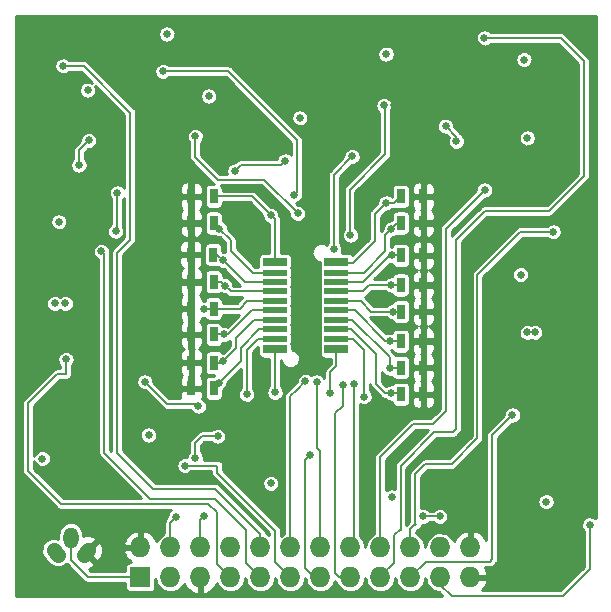
<source format=gbl>
G04 #@! TF.FileFunction,Copper,L4,Bot,Signal*
%FSLAX46Y46*%
G04 Gerber Fmt 4.6, Leading zero omitted, Abs format (unit mm)*
G04 Created by KiCad (PCBNEW (2015-01-16 BZR 5376)-product) date 23/07/2015 11:35:31*
%MOMM*%
G01*
G04 APERTURE LIST*
%ADD10C,0.100000*%
%ADD11R,0.700000X1.300000*%
%ADD12O,1.300480X1.800860*%
%ADD13C,1.300480*%
%ADD14R,1.727200X1.727200*%
%ADD15O,1.727200X1.727200*%
%ADD16R,2.000000X0.750000*%
%ADD17R,2.000000X0.550000*%
%ADD18C,0.635000*%
%ADD19C,0.180000*%
%ADD20C,0.203200*%
%ADD21C,0.220000*%
G04 APERTURE END LIST*
D10*
D11*
X83050000Y-75750000D03*
X84950000Y-75750000D03*
X83050000Y-80750000D03*
X84950000Y-80750000D03*
X83050000Y-85500000D03*
X84950000Y-85500000D03*
X83050000Y-90250000D03*
X84950000Y-90250000D03*
X83050000Y-78000000D03*
X84950000Y-78000000D03*
X83050000Y-83250000D03*
X84950000Y-83250000D03*
X83050000Y-88000000D03*
X84950000Y-88000000D03*
X83050000Y-92500000D03*
X84950000Y-92500000D03*
X67200000Y-78000000D03*
X65300000Y-78000000D03*
X67200000Y-82980000D03*
X65300000Y-82980000D03*
X67200000Y-87440000D03*
X65300000Y-87440000D03*
X67200000Y-92000000D03*
X65300000Y-92000000D03*
X67200000Y-75750000D03*
X65300000Y-75750000D03*
X67180000Y-80680000D03*
X65280000Y-80680000D03*
X67200000Y-85250000D03*
X65300000Y-85250000D03*
X67220000Y-89830000D03*
X65320000Y-89830000D03*
D12*
X55120000Y-104630000D03*
D13*
X53673089Y-105723089D02*
X54026911Y-106076911D01*
X56213089Y-106076911D02*
X56566911Y-105723089D01*
D14*
X61000000Y-108000000D03*
D15*
X61000000Y-105460000D03*
X63540000Y-108000000D03*
X63540000Y-105460000D03*
X66080000Y-108000000D03*
X66080000Y-105460000D03*
X68620000Y-108000000D03*
X68620000Y-105460000D03*
X71160000Y-108000000D03*
X71160000Y-105460000D03*
X73700000Y-108000000D03*
X73700000Y-105460000D03*
X76240000Y-108000000D03*
X76240000Y-105460000D03*
X78780000Y-108000000D03*
X78780000Y-105460000D03*
X81320000Y-108000000D03*
X81320000Y-105460000D03*
X83860000Y-108000000D03*
X83860000Y-105460000D03*
X86400000Y-108000000D03*
X86400000Y-105460000D03*
X88940000Y-108000000D03*
X88940000Y-105460000D03*
D16*
X77600000Y-81300000D03*
D17*
X77600000Y-82200000D03*
X77600000Y-83000000D03*
X77600000Y-83800000D03*
X77600000Y-84600000D03*
X77600000Y-85400000D03*
X77600000Y-86200000D03*
X77600000Y-87000000D03*
X77600000Y-87800000D03*
D16*
X77600000Y-88700000D03*
X72400000Y-88700000D03*
D17*
X72400000Y-87800000D03*
X72400000Y-87000000D03*
X72400000Y-86200000D03*
X72400000Y-85400000D03*
X72400000Y-84600000D03*
X72400000Y-83800000D03*
X72400000Y-83000000D03*
X72400000Y-82200000D03*
D16*
X72400000Y-81300000D03*
D18*
X72400000Y-92350000D03*
X85080000Y-74550000D03*
X89710000Y-71750000D03*
X91760000Y-82390000D03*
X92050000Y-77980000D03*
X76050000Y-72100000D03*
X75830000Y-67900000D03*
X67770000Y-66870000D03*
X68000000Y-70910000D03*
X82510000Y-68010000D03*
X83000000Y-63550000D03*
X64750000Y-62200000D03*
X64950000Y-66100000D03*
X55750000Y-90150000D03*
X55750000Y-89400000D03*
X55750000Y-84850000D03*
X89250000Y-66750000D03*
X89250000Y-66100000D03*
X94000000Y-65750000D03*
X96700000Y-89000000D03*
X94850000Y-89000000D03*
X90550000Y-88300000D03*
X90750000Y-89000000D03*
X86550000Y-99950000D03*
X82350000Y-100150000D03*
X69750000Y-96050000D03*
X70900000Y-95250000D03*
X70750000Y-100650000D03*
X65790000Y-95010000D03*
X61650000Y-94650000D03*
X52600000Y-96900000D03*
X57100000Y-97000000D03*
X58200000Y-76650000D03*
X51450000Y-75200000D03*
X54050000Y-76550000D03*
X60000000Y-66750000D03*
X52700000Y-68250000D03*
X56800000Y-67950000D03*
X93800000Y-71750000D03*
X70000000Y-92500000D03*
X79950000Y-92700000D03*
X77070000Y-92400000D03*
X72050000Y-77350000D03*
X67700000Y-78500000D03*
X82235000Y-78515000D03*
X81800000Y-76300000D03*
X68025000Y-81175000D03*
X68150000Y-83300000D03*
X82250000Y-83250000D03*
X82300000Y-80750000D03*
X66400000Y-85300000D03*
X68100000Y-87440000D03*
X82150000Y-88000000D03*
X82350000Y-85500000D03*
X68000000Y-89700000D03*
X67650000Y-91510000D03*
X82250000Y-92400000D03*
X82100000Y-90300000D03*
X93200000Y-82370000D03*
X53750000Y-84800000D03*
X54650000Y-84800000D03*
X93475000Y-64175000D03*
X94400000Y-87250000D03*
X93750000Y-87250000D03*
X95350000Y-101600000D03*
X82300000Y-101200000D03*
X72050000Y-100050000D03*
X61700000Y-95950000D03*
X52700000Y-97950000D03*
X54100000Y-77900000D03*
X56550000Y-66750000D03*
X63250000Y-62000000D03*
X66800000Y-67250000D03*
X74500000Y-69100000D03*
X81800000Y-63700000D03*
X93750000Y-70800000D03*
X56630000Y-71000000D03*
X69010000Y-73590000D03*
X73250000Y-72750000D03*
X87750000Y-71100000D03*
X86850000Y-69800000D03*
X86350000Y-102850000D03*
X84950000Y-102850000D03*
X59050000Y-75450000D03*
X58900000Y-78700000D03*
X55800000Y-73100000D03*
X65910000Y-93510000D03*
X61380000Y-91450000D03*
X66400000Y-102850000D03*
X62920000Y-65160000D03*
X74040000Y-75600000D03*
X75930000Y-91460000D03*
X54450000Y-64700000D03*
X90120000Y-62330000D03*
X79120000Y-91640000D03*
X78790000Y-79020000D03*
X81620000Y-68050000D03*
X74975000Y-91405000D03*
X65650000Y-70670000D03*
X74330000Y-77190000D03*
X57700000Y-80400000D03*
X90150000Y-75200000D03*
X77380000Y-80210000D03*
X78920000Y-72370000D03*
X78140000Y-91680000D03*
X54700000Y-89550000D03*
X95940000Y-78750000D03*
X92500000Y-94250000D03*
X64780000Y-98540000D03*
X75375000Y-97615000D03*
X99050000Y-103550000D03*
X67550000Y-96050000D03*
X65640000Y-97880000D03*
X64000000Y-102900000D03*
D19*
X72400000Y-88700000D02*
X72400000Y-92350000D01*
X85080000Y-75050000D02*
X85080000Y-74550000D01*
X85080000Y-74550000D02*
X85130000Y-74500000D01*
X89710000Y-71750000D02*
X89720000Y-71740000D01*
X84950000Y-80750000D02*
X84950000Y-83250000D01*
X84950000Y-78000000D02*
X84950000Y-80750000D01*
X85080000Y-74940000D02*
X85080000Y-75050000D01*
X85080000Y-75050000D02*
X85080000Y-77870000D01*
X85080000Y-77870000D02*
X84950000Y-78000000D01*
X55750000Y-90150000D02*
X55750000Y-90250000D01*
X71000000Y-87800000D02*
X72400000Y-87800000D01*
X70050000Y-88750000D02*
X71000000Y-87800000D01*
X70050000Y-92450000D02*
X70050000Y-88750000D01*
X70000000Y-92500000D02*
X70050000Y-92450000D01*
X79950000Y-92700000D02*
X79950000Y-88750000D01*
X79000000Y-87800000D02*
X77600000Y-87800000D01*
X79950000Y-88750000D02*
X79000000Y-87800000D01*
X79950000Y-92700000D02*
X79950000Y-92750000D01*
X77600000Y-90120000D02*
X77070000Y-90650000D01*
X77070000Y-90650000D02*
X77070000Y-92400000D01*
X77600000Y-88600000D02*
X77600000Y-90120000D01*
X67200000Y-75750000D02*
X70450000Y-75750000D01*
X70450000Y-75750000D02*
X72050000Y-77350000D01*
X72400000Y-77700000D02*
X72050000Y-77350000D01*
X72400000Y-81400000D02*
X72400000Y-77700000D01*
X72400000Y-82200000D02*
X70500000Y-82200000D01*
X68650000Y-79450000D02*
X67700000Y-78500000D01*
X67700000Y-78500000D02*
X67200000Y-78000000D01*
X68650000Y-80350000D02*
X68650000Y-79450000D01*
X70500000Y-82200000D02*
X68650000Y-80350000D01*
X83050000Y-78000000D02*
X82750000Y-78000000D01*
X82235000Y-78515000D02*
X81750000Y-79000000D01*
X82750000Y-78000000D02*
X82235000Y-78515000D01*
X81750000Y-79000000D02*
X81750000Y-80350000D01*
X81750000Y-80350000D02*
X79900000Y-82200000D01*
X79900000Y-82200000D02*
X77600000Y-82200000D01*
X81800000Y-76300000D02*
X82500000Y-76300000D01*
X82500000Y-76300000D02*
X83050000Y-75750000D01*
X77600000Y-81400000D02*
X79000000Y-81400000D01*
X80850000Y-77250000D02*
X81800000Y-76300000D01*
X80850000Y-79550000D02*
X80850000Y-77250000D01*
X79000000Y-81400000D02*
X80850000Y-79550000D01*
X67180000Y-80680000D02*
X67530000Y-80680000D01*
X67530000Y-80680000D02*
X68025000Y-81175000D01*
X68025000Y-81175000D02*
X69850000Y-83000000D01*
X69850000Y-83000000D02*
X72400000Y-83000000D01*
X67200000Y-82980000D02*
X67830000Y-82980000D01*
X68650000Y-83800000D02*
X72400000Y-83800000D01*
X67830000Y-82980000D02*
X68150000Y-83300000D01*
X68150000Y-83300000D02*
X68650000Y-83800000D01*
X77600000Y-83800000D02*
X79850000Y-83800000D01*
X80400000Y-83250000D02*
X82250000Y-83250000D01*
X79850000Y-83800000D02*
X80400000Y-83250000D01*
X82250000Y-83250000D02*
X83050000Y-83250000D01*
X77600000Y-83000000D02*
X79850000Y-83000000D01*
X82100000Y-80750000D02*
X82300000Y-80750000D01*
X82300000Y-80750000D02*
X83050000Y-80750000D01*
X79850000Y-83000000D02*
X82100000Y-80750000D01*
X67200000Y-85250000D02*
X69400000Y-85250000D01*
X70050000Y-84600000D02*
X72400000Y-84600000D01*
X69400000Y-85250000D02*
X70050000Y-84600000D01*
X66450000Y-85250000D02*
X67200000Y-85250000D01*
X66400000Y-85300000D02*
X66450000Y-85250000D01*
X68100000Y-87440000D02*
X68410000Y-87440000D01*
X67200000Y-87440000D02*
X68100000Y-87440000D01*
X70450000Y-85400000D02*
X72400000Y-85400000D01*
X68410000Y-87440000D02*
X70450000Y-85400000D01*
X82150000Y-88000000D02*
X81750000Y-88000000D01*
X79150000Y-85400000D02*
X77600000Y-85400000D01*
X81750000Y-88000000D02*
X79150000Y-85400000D01*
X83050000Y-88000000D02*
X82150000Y-88000000D01*
X82150000Y-88000000D02*
X82100000Y-88050000D01*
X77600000Y-84600000D02*
X79650000Y-84600000D01*
X80550000Y-85500000D02*
X82350000Y-85500000D01*
X82350000Y-85500000D02*
X83050000Y-85500000D01*
X79650000Y-84600000D02*
X80550000Y-85500000D01*
X72400000Y-86200000D02*
X70600000Y-86200000D01*
X67870000Y-89830000D02*
X67220000Y-89830000D01*
X69100000Y-88600000D02*
X68000000Y-89700000D01*
X68000000Y-89700000D02*
X67870000Y-89830000D01*
X69100000Y-87700000D02*
X69100000Y-88600000D01*
X70600000Y-86200000D02*
X69100000Y-87700000D01*
X71500000Y-86200000D02*
X72400000Y-86200000D01*
X72400000Y-87000000D02*
X71050000Y-87000000D01*
X67765000Y-91435000D02*
X67200000Y-92000000D01*
X69500000Y-89700000D02*
X67765000Y-91435000D01*
X69500000Y-88550000D02*
X69500000Y-89700000D01*
X71050000Y-87000000D02*
X69500000Y-88550000D01*
X67725000Y-91435000D02*
X67650000Y-91510000D01*
X67765000Y-91435000D02*
X67725000Y-91435000D01*
X82250000Y-92400000D02*
X82950000Y-92400000D01*
X82950000Y-92400000D02*
X83050000Y-92500000D01*
X78850000Y-87000000D02*
X80950000Y-89100000D01*
X80950000Y-89100000D02*
X80950000Y-91650000D01*
X80950000Y-91650000D02*
X81700000Y-92400000D01*
X81700000Y-92400000D02*
X82250000Y-92400000D01*
X77600000Y-87000000D02*
X78850000Y-87000000D01*
X83050000Y-90250000D02*
X81850000Y-90250000D01*
X81900000Y-90300000D02*
X82100000Y-90300000D01*
X81850000Y-90250000D02*
X81900000Y-90300000D01*
X78950000Y-86200000D02*
X82100000Y-89350000D01*
X82100000Y-89350000D02*
X82100000Y-90300000D01*
X77600000Y-86200000D02*
X78950000Y-86200000D01*
X93475000Y-64175000D02*
X93450000Y-64200000D01*
X55800000Y-73100000D02*
X55800000Y-71830000D01*
X55800000Y-71830000D02*
X56630000Y-71000000D01*
X66080000Y-105460000D02*
X66080000Y-103170000D01*
X66080000Y-103170000D02*
X66400000Y-102850000D01*
X69010000Y-73590000D02*
X69520000Y-73080000D01*
X72920000Y-73080000D02*
X69520000Y-73080000D01*
X73250000Y-72750000D02*
X72920000Y-73080000D01*
X86850000Y-69800000D02*
X87750000Y-70700000D01*
X87750000Y-70700000D02*
X87750000Y-71100000D01*
X86350000Y-102850000D02*
X84950000Y-102850000D01*
X58900000Y-78700000D02*
X59050000Y-78550000D01*
X59050000Y-78550000D02*
X59050000Y-75450000D01*
X55800000Y-73100000D02*
X55900000Y-73000000D01*
X63250000Y-93320000D02*
X61380000Y-91450000D01*
X65720000Y-93320000D02*
X63250000Y-93320000D01*
X65910000Y-93510000D02*
X65720000Y-93320000D01*
X66540000Y-102990000D02*
X66400000Y-102850000D01*
D20*
X75930000Y-96700000D02*
X75930000Y-97030000D01*
X76240000Y-97340000D02*
X76240000Y-105460000D01*
X75930000Y-97030000D02*
X76240000Y-97340000D01*
D19*
X74260000Y-75380000D02*
X74260000Y-70980000D01*
X74260000Y-70980000D02*
X68440000Y-65160000D01*
X68440000Y-65160000D02*
X62920000Y-65160000D01*
X74040000Y-75600000D02*
X74260000Y-75380000D01*
X75930000Y-96780000D02*
X75930000Y-96700000D01*
X75930000Y-96700000D02*
X75930000Y-91460000D01*
X75930000Y-91460000D02*
X75930000Y-91370000D01*
D20*
X71160000Y-105460000D02*
X71160000Y-104360000D01*
X71160000Y-104360000D02*
X67300000Y-100500000D01*
D19*
X67400000Y-100500000D02*
X67300000Y-100500000D01*
X67300000Y-100500000D02*
X62100000Y-100500000D01*
X62100000Y-100500000D02*
X59050000Y-97450000D01*
X59050000Y-97450000D02*
X59050000Y-80500000D01*
X59050000Y-80500000D02*
X60150000Y-79400000D01*
X56200000Y-64700000D02*
X54450000Y-64700000D01*
X60150000Y-68650000D02*
X56200000Y-64700000D01*
X60150000Y-79400000D02*
X60150000Y-74150000D01*
X60150000Y-74150000D02*
X60150000Y-68650000D01*
X54450000Y-64700000D02*
X54400000Y-64750000D01*
D20*
X81320000Y-108000000D02*
X81320000Y-107930000D01*
X81320000Y-107930000D02*
X82500000Y-106750000D01*
X82500000Y-106750000D02*
X82500000Y-104400000D01*
X82500000Y-104400000D02*
X83030000Y-103870000D01*
D19*
X96590000Y-62330000D02*
X90120000Y-62330000D01*
X98550000Y-64290000D02*
X96590000Y-62330000D01*
X98550000Y-74020000D02*
X98550000Y-64290000D01*
X95610000Y-76960000D02*
X98550000Y-74020000D01*
X83030000Y-98580000D02*
X85890000Y-95720000D01*
X85890000Y-95720000D02*
X87450000Y-95720000D01*
X87450000Y-95720000D02*
X87730000Y-95440000D01*
X87730000Y-95440000D02*
X87730000Y-79400000D01*
X87730000Y-79400000D02*
X90170000Y-76960000D01*
X90170000Y-76960000D02*
X95610000Y-76960000D01*
X83030000Y-103960000D02*
X83030000Y-103870000D01*
X83030000Y-103870000D02*
X83030000Y-98580000D01*
D20*
X79120000Y-91640000D02*
X79120000Y-105120000D01*
X79120000Y-105120000D02*
X78780000Y-105460000D01*
D19*
X79240000Y-91760000D02*
X79120000Y-91640000D01*
X81720000Y-68150000D02*
X81620000Y-68050000D01*
X81720000Y-72200000D02*
X81720000Y-68170000D01*
X78710000Y-75210000D02*
X81720000Y-72200000D01*
X78710000Y-78940000D02*
X78710000Y-75210000D01*
X78790000Y-79020000D02*
X78710000Y-78940000D01*
X81720000Y-68170000D02*
X81720000Y-68150000D01*
D20*
X73700000Y-105460000D02*
X73700000Y-92650000D01*
X74250000Y-92100000D02*
X74250000Y-92130000D01*
X73700000Y-92650000D02*
X74250000Y-92100000D01*
D19*
X74160000Y-92220000D02*
X74250000Y-92130000D01*
X74250000Y-92130000D02*
X74975000Y-91405000D01*
X74975000Y-91405000D02*
X75020000Y-91360000D01*
X74330000Y-77190000D02*
X71460000Y-74320000D01*
X71460000Y-74320000D02*
X67540000Y-74320000D01*
X67540000Y-74320000D02*
X65650000Y-72430000D01*
X65650000Y-72430000D02*
X65650000Y-70670000D01*
D20*
X67100000Y-101350000D02*
X67300000Y-101350000D01*
X69950000Y-106790000D02*
X71160000Y-108000000D01*
X69950000Y-104000000D02*
X69950000Y-106790000D01*
X67300000Y-101350000D02*
X69950000Y-104000000D01*
D19*
X67150000Y-101350000D02*
X67100000Y-101350000D01*
X67100000Y-101350000D02*
X61850000Y-101350000D01*
X61850000Y-101350000D02*
X57950000Y-97450000D01*
X57950000Y-97450000D02*
X57950000Y-90750000D01*
X57950000Y-90750000D02*
X57950000Y-80650000D01*
X57700000Y-80400000D02*
X57950000Y-80650000D01*
D20*
X81320000Y-97830000D02*
X84100000Y-95050000D01*
X84100000Y-95050000D02*
X85750000Y-95050000D01*
X85750000Y-95050000D02*
X86850000Y-93950000D01*
X86850000Y-93950000D02*
X86850000Y-78500000D01*
X86850000Y-78500000D02*
X90150000Y-75200000D01*
X81320000Y-105460000D02*
X81320000Y-97830000D01*
X78780000Y-108000000D02*
X77850000Y-108000000D01*
X78140000Y-93460000D02*
X78140000Y-91680000D01*
X77500000Y-94100000D02*
X78140000Y-93460000D01*
X77500000Y-107650000D02*
X77500000Y-94100000D01*
X77850000Y-108000000D02*
X77500000Y-107650000D01*
D19*
X77380000Y-73910000D02*
X77380000Y-80210000D01*
X78920000Y-72370000D02*
X77380000Y-73910000D01*
X78050000Y-91770000D02*
X78140000Y-91680000D01*
D20*
X66300000Y-101800000D02*
X66750000Y-101800000D01*
X67450000Y-106830000D02*
X68620000Y-108000000D01*
X67450000Y-102500000D02*
X67450000Y-106830000D01*
X66750000Y-101800000D02*
X67450000Y-102500000D01*
D19*
X61350000Y-101800000D02*
X58650000Y-101800000D01*
X66400000Y-101800000D02*
X66300000Y-101800000D01*
X66300000Y-101800000D02*
X63700000Y-101800000D01*
X63700000Y-101800000D02*
X61350000Y-101800000D01*
X51500000Y-99000000D02*
X54300000Y-101800000D01*
X54300000Y-101800000D02*
X58650000Y-101800000D01*
X53950000Y-90800000D02*
X51500000Y-93250000D01*
X51500000Y-93250000D02*
X51500000Y-99000000D01*
X54700000Y-90800000D02*
X54700000Y-89550000D01*
X54700000Y-90800000D02*
X53950000Y-90800000D01*
D20*
X83860000Y-105460000D02*
X83860000Y-103940000D01*
X83860000Y-103940000D02*
X84280000Y-103520000D01*
D19*
X84280000Y-99260000D02*
X85130000Y-98410000D01*
X84280000Y-103520000D02*
X84280000Y-99560000D01*
X84320000Y-103560000D02*
X84280000Y-103520000D01*
X84280000Y-99560000D02*
X84280000Y-99260000D01*
X85130000Y-98410000D02*
X87350000Y-98410000D01*
X89540000Y-96220000D02*
X89540000Y-84890000D01*
X87350000Y-98410000D02*
X89540000Y-96220000D01*
X89540000Y-82390000D02*
X93180000Y-78750000D01*
X89540000Y-84890000D02*
X89540000Y-82390000D01*
X93180000Y-78750000D02*
X95940000Y-78750000D01*
X85195000Y-106665000D02*
X90585000Y-106665000D01*
D20*
X83860000Y-108000000D02*
X85195000Y-106665000D01*
D19*
X90585000Y-106665000D02*
X90790000Y-106460000D01*
X90790000Y-106460000D02*
X90790000Y-104090000D01*
X90790000Y-95960000D02*
X90790000Y-104090000D01*
X92500000Y-94250000D02*
X90790000Y-95960000D01*
D20*
X67500000Y-98540000D02*
X67500000Y-99150000D01*
X72400000Y-106700000D02*
X73700000Y-108000000D01*
X72400000Y-104050000D02*
X72400000Y-106700000D01*
X67500000Y-99150000D02*
X72400000Y-104050000D01*
D19*
X67520000Y-98540000D02*
X67500000Y-98540000D01*
X67500000Y-98540000D02*
X64780000Y-98540000D01*
D20*
X76240000Y-108000000D02*
X75700000Y-108000000D01*
X75700000Y-108000000D02*
X74950000Y-107250000D01*
X74950000Y-107250000D02*
X74950000Y-98040000D01*
X74950000Y-98040000D02*
X75375000Y-97615000D01*
D19*
X75480000Y-97720000D02*
X75375000Y-97615000D01*
X75375000Y-97615000D02*
X75320000Y-97560000D01*
D20*
X99050000Y-107300000D02*
X99050000Y-103550000D01*
X96750000Y-109600000D02*
X99050000Y-107300000D01*
X87350000Y-109600000D02*
X96750000Y-109600000D01*
X87350000Y-109600000D02*
X86400000Y-108650000D01*
X86400000Y-108000000D02*
X86400000Y-108650000D01*
D19*
X63540000Y-105460000D02*
X63540000Y-103360000D01*
X65640000Y-97880000D02*
X65590000Y-97830000D01*
X65590000Y-97830000D02*
X65600000Y-97200000D01*
X67550000Y-96050000D02*
X66200000Y-96050000D01*
X66200000Y-96050000D02*
X65600000Y-96650000D01*
X65600000Y-96650000D02*
X65600000Y-97200000D01*
X63540000Y-103360000D02*
X64000000Y-102900000D01*
D20*
X55120000Y-104630000D02*
X55120000Y-106520000D01*
X56600000Y-108000000D02*
X61000000Y-108000000D01*
X55120000Y-106520000D02*
X56600000Y-108000000D01*
D21*
G36*
X85341293Y-95561600D02*
X82676447Y-98226447D01*
X82647167Y-98262091D01*
X82617443Y-98297516D01*
X82616174Y-98299822D01*
X82614508Y-98301852D01*
X82592701Y-98342521D01*
X82570432Y-98383029D01*
X82569636Y-98385536D01*
X82568395Y-98387852D01*
X82554892Y-98432015D01*
X82540926Y-98476044D01*
X82540633Y-98478655D01*
X82539864Y-98481171D01*
X82535194Y-98527147D01*
X82530049Y-98573019D01*
X82530012Y-98578157D01*
X82530003Y-98578255D01*
X82530011Y-98578346D01*
X82530000Y-98580000D01*
X82530000Y-100507486D01*
X82516168Y-100501672D01*
X82376412Y-100472985D01*
X82233746Y-100471989D01*
X82093603Y-100498722D01*
X81961321Y-100552167D01*
X81841940Y-100630288D01*
X81831600Y-100640413D01*
X81831600Y-98041912D01*
X84311912Y-95561600D01*
X85341293Y-95561600D01*
X85341293Y-95561600D01*
G37*
X85341293Y-95561600D02*
X82676447Y-98226447D01*
X82647167Y-98262091D01*
X82617443Y-98297516D01*
X82616174Y-98299822D01*
X82614508Y-98301852D01*
X82592701Y-98342521D01*
X82570432Y-98383029D01*
X82569636Y-98385536D01*
X82568395Y-98387852D01*
X82554892Y-98432015D01*
X82540926Y-98476044D01*
X82540633Y-98478655D01*
X82539864Y-98481171D01*
X82535194Y-98527147D01*
X82530049Y-98573019D01*
X82530012Y-98578157D01*
X82530003Y-98578255D01*
X82530011Y-98578346D01*
X82530000Y-98580000D01*
X82530000Y-100507486D01*
X82516168Y-100501672D01*
X82376412Y-100472985D01*
X82233746Y-100471989D01*
X82093603Y-100498722D01*
X81961321Y-100552167D01*
X81841940Y-100630288D01*
X81831600Y-100640413D01*
X81831600Y-98041912D01*
X84311912Y-95561600D01*
X85341293Y-95561600D01*
G36*
X99540000Y-103010937D02*
X99515970Y-102986739D01*
X99397691Y-102906959D01*
X99266168Y-102851672D01*
X99126412Y-102822985D01*
X98983746Y-102821989D01*
X98843603Y-102848722D01*
X98711321Y-102902167D01*
X98591940Y-102980288D01*
X98490006Y-103080109D01*
X98409402Y-103197828D01*
X98353199Y-103328962D01*
X98323536Y-103468514D01*
X98321544Y-103611170D01*
X98347298Y-103751496D01*
X98399819Y-103884148D01*
X98477104Y-104004071D01*
X98538400Y-104067545D01*
X98538400Y-107088088D01*
X96538088Y-109088400D01*
X96077531Y-109088400D01*
X96077531Y-101528665D01*
X96049820Y-101388712D01*
X95995452Y-101256807D01*
X95916500Y-101137974D01*
X95815970Y-101036739D01*
X95697691Y-100956959D01*
X95566168Y-100901672D01*
X95426412Y-100872985D01*
X95283746Y-100871989D01*
X95143603Y-100898722D01*
X95127531Y-100905215D01*
X95127531Y-87178665D01*
X95099820Y-87038712D01*
X95045452Y-86906807D01*
X94966500Y-86787974D01*
X94865970Y-86686739D01*
X94747691Y-86606959D01*
X94616168Y-86551672D01*
X94476412Y-86522985D01*
X94333746Y-86521989D01*
X94193603Y-86548722D01*
X94074053Y-86597022D01*
X93966168Y-86551672D01*
X93927531Y-86543741D01*
X93927531Y-82298665D01*
X93899820Y-82158712D01*
X93845452Y-82026807D01*
X93766500Y-81907974D01*
X93665970Y-81806739D01*
X93547691Y-81726959D01*
X93416168Y-81671672D01*
X93276412Y-81642985D01*
X93133746Y-81641989D01*
X92993603Y-81668722D01*
X92861321Y-81722167D01*
X92741940Y-81800288D01*
X92640006Y-81900109D01*
X92559402Y-82017828D01*
X92503199Y-82148962D01*
X92473536Y-82288514D01*
X92471544Y-82431170D01*
X92497298Y-82571496D01*
X92549819Y-82704148D01*
X92627104Y-82824071D01*
X92726211Y-82926700D01*
X92843365Y-83008123D01*
X92974102Y-83065241D01*
X93113444Y-83095878D01*
X93256083Y-83098866D01*
X93396586Y-83074091D01*
X93529600Y-83022498D01*
X93650061Y-82946052D01*
X93753379Y-82847664D01*
X93835618Y-82731081D01*
X93893647Y-82600746D01*
X93925256Y-82461621D01*
X93927531Y-82298665D01*
X93927531Y-86543741D01*
X93826412Y-86522985D01*
X93683746Y-86521989D01*
X93543603Y-86548722D01*
X93411321Y-86602167D01*
X93291940Y-86680288D01*
X93190006Y-86780109D01*
X93109402Y-86897828D01*
X93053199Y-87028962D01*
X93023536Y-87168514D01*
X93021544Y-87311170D01*
X93047298Y-87451496D01*
X93099819Y-87584148D01*
X93177104Y-87704071D01*
X93276211Y-87806700D01*
X93393365Y-87888123D01*
X93524102Y-87945241D01*
X93663444Y-87975878D01*
X93806083Y-87978866D01*
X93946586Y-87954091D01*
X94077834Y-87903182D01*
X94174102Y-87945241D01*
X94313444Y-87975878D01*
X94456083Y-87978866D01*
X94596586Y-87954091D01*
X94729600Y-87902498D01*
X94850061Y-87826052D01*
X94953379Y-87727664D01*
X95035618Y-87611081D01*
X95093647Y-87480746D01*
X95125256Y-87341621D01*
X95127531Y-87178665D01*
X95127531Y-100905215D01*
X95011321Y-100952167D01*
X94891940Y-101030288D01*
X94790006Y-101130109D01*
X94709402Y-101247828D01*
X94653199Y-101378962D01*
X94623536Y-101518514D01*
X94621544Y-101661170D01*
X94647298Y-101801496D01*
X94699819Y-101934148D01*
X94777104Y-102054071D01*
X94876211Y-102156700D01*
X94993365Y-102238123D01*
X95124102Y-102295241D01*
X95263444Y-102325878D01*
X95406083Y-102328866D01*
X95546586Y-102304091D01*
X95679600Y-102252498D01*
X95800061Y-102176052D01*
X95903379Y-102077664D01*
X95985618Y-101961081D01*
X96043647Y-101830746D01*
X96075256Y-101691621D01*
X96077531Y-101528665D01*
X96077531Y-109088400D01*
X89941962Y-109088400D01*
X90122056Y-108893252D01*
X90273608Y-108645481D01*
X90373910Y-108372904D01*
X90260091Y-108144000D01*
X89084000Y-108144000D01*
X89084000Y-108164000D01*
X88796000Y-108164000D01*
X88796000Y-108144000D01*
X88776000Y-108144000D01*
X88776000Y-107856000D01*
X88796000Y-107856000D01*
X88796000Y-107836000D01*
X89084000Y-107836000D01*
X89084000Y-107856000D01*
X90260091Y-107856000D01*
X90373910Y-107627096D01*
X90273608Y-107354519D01*
X90157686Y-107165000D01*
X90585000Y-107165000D01*
X90630943Y-107160495D01*
X90676976Y-107156468D01*
X90679500Y-107155734D01*
X90682117Y-107155478D01*
X90726323Y-107142131D01*
X90770684Y-107129243D01*
X90773019Y-107128032D01*
X90775535Y-107127273D01*
X90816285Y-107105605D01*
X90857320Y-107084336D01*
X90859376Y-107082694D01*
X90861696Y-107081461D01*
X90897484Y-107052272D01*
X90933582Y-107023455D01*
X90937239Y-107019847D01*
X90937317Y-107019785D01*
X90937376Y-107019713D01*
X90938553Y-107018553D01*
X91143554Y-106813553D01*
X91172879Y-106777851D01*
X91202557Y-106742484D01*
X91203823Y-106740180D01*
X91205493Y-106738148D01*
X91227320Y-106697439D01*
X91249568Y-106656971D01*
X91250363Y-106654463D01*
X91251605Y-106652148D01*
X91265107Y-106607984D01*
X91279074Y-106563956D01*
X91279366Y-106561344D01*
X91280136Y-106558829D01*
X91284805Y-106512852D01*
X91289951Y-106466981D01*
X91289987Y-106461842D01*
X91289997Y-106461745D01*
X91289988Y-106461653D01*
X91290000Y-106460000D01*
X91290000Y-104090000D01*
X91290000Y-96167106D01*
X92479837Y-94977268D01*
X92556083Y-94978866D01*
X92696586Y-94954091D01*
X92829600Y-94902498D01*
X92950061Y-94826052D01*
X93053379Y-94727664D01*
X93135618Y-94611081D01*
X93193647Y-94480746D01*
X93225256Y-94341621D01*
X93227531Y-94178665D01*
X93199820Y-94038712D01*
X93145452Y-93906807D01*
X93066500Y-93787974D01*
X92965970Y-93686739D01*
X92847691Y-93606959D01*
X92716168Y-93551672D01*
X92576412Y-93522985D01*
X92433746Y-93521989D01*
X92293603Y-93548722D01*
X92161321Y-93602167D01*
X92041940Y-93680288D01*
X91940006Y-93780109D01*
X91859402Y-93897828D01*
X91803199Y-94028962D01*
X91773536Y-94168514D01*
X91772107Y-94270785D01*
X90436447Y-95606447D01*
X90407167Y-95642091D01*
X90377443Y-95677516D01*
X90376174Y-95679822D01*
X90374508Y-95681852D01*
X90352701Y-95722521D01*
X90330432Y-95763029D01*
X90329636Y-95765536D01*
X90328395Y-95767852D01*
X90314892Y-95812015D01*
X90300926Y-95856044D01*
X90300633Y-95858655D01*
X90299864Y-95861171D01*
X90295194Y-95907147D01*
X90290049Y-95953019D01*
X90290012Y-95958157D01*
X90290003Y-95958255D01*
X90290011Y-95958346D01*
X90290000Y-95960000D01*
X90290000Y-104090000D01*
X90290000Y-104859065D01*
X90273608Y-104814519D01*
X90122056Y-104566748D01*
X89925078Y-104353304D01*
X89690244Y-104182390D01*
X89426579Y-104060574D01*
X89312903Y-104026095D01*
X89084000Y-104140736D01*
X89084000Y-105316000D01*
X89104000Y-105316000D01*
X89104000Y-105604000D01*
X89084000Y-105604000D01*
X89084000Y-105624000D01*
X88796000Y-105624000D01*
X88796000Y-105604000D01*
X88776000Y-105604000D01*
X88776000Y-105316000D01*
X88796000Y-105316000D01*
X88796000Y-104140736D01*
X88567097Y-104026095D01*
X88453421Y-104060574D01*
X88189756Y-104182390D01*
X87954922Y-104353304D01*
X87757944Y-104566748D01*
X87606392Y-104814519D01*
X87561087Y-104937636D01*
X87460808Y-104749039D01*
X87303709Y-104556416D01*
X87112188Y-104397976D01*
X86893540Y-104279753D01*
X86656093Y-104206251D01*
X86408891Y-104180269D01*
X86161351Y-104202797D01*
X85922901Y-104272977D01*
X85702623Y-104388135D01*
X85508909Y-104543886D01*
X85349135Y-104734296D01*
X85229389Y-104952114D01*
X85154231Y-105189042D01*
X85129369Y-105410690D01*
X85109344Y-105206461D01*
X85037502Y-104968507D01*
X84920808Y-104749039D01*
X84763709Y-104556416D01*
X84572188Y-104397976D01*
X84371600Y-104289518D01*
X84371600Y-104151912D01*
X84497031Y-104026480D01*
X84508921Y-104022936D01*
X84595241Y-103977425D01*
X84671077Y-103916014D01*
X84733541Y-103841042D01*
X84780253Y-103755366D01*
X84809434Y-103662248D01*
X84819857Y-103566294D01*
X84863444Y-103575878D01*
X85006083Y-103578866D01*
X85146586Y-103554091D01*
X85279600Y-103502498D01*
X85400061Y-103426052D01*
X85479923Y-103350000D01*
X85821456Y-103350000D01*
X85876211Y-103406700D01*
X85993365Y-103488123D01*
X86124102Y-103545241D01*
X86263444Y-103575878D01*
X86406083Y-103578866D01*
X86546586Y-103554091D01*
X86679600Y-103502498D01*
X86800061Y-103426052D01*
X86903379Y-103327664D01*
X86985618Y-103211081D01*
X87043647Y-103080746D01*
X87075256Y-102941621D01*
X87077531Y-102778665D01*
X87049820Y-102638712D01*
X86995452Y-102506807D01*
X86916500Y-102387974D01*
X86815970Y-102286739D01*
X86697691Y-102206959D01*
X86566168Y-102151672D01*
X86426412Y-102122985D01*
X86283746Y-102121989D01*
X86143603Y-102148722D01*
X86011321Y-102202167D01*
X85891940Y-102280288D01*
X85820752Y-102350000D01*
X85478790Y-102350000D01*
X85415970Y-102286739D01*
X85297691Y-102206959D01*
X85166168Y-102151672D01*
X85026412Y-102122985D01*
X84883746Y-102121989D01*
X84780000Y-102141779D01*
X84780000Y-99560000D01*
X84780000Y-99467106D01*
X85337106Y-98910000D01*
X87350000Y-98910000D01*
X87395943Y-98905495D01*
X87441976Y-98901468D01*
X87444500Y-98900734D01*
X87447117Y-98900478D01*
X87491323Y-98887131D01*
X87535684Y-98874243D01*
X87538019Y-98873032D01*
X87540535Y-98872273D01*
X87581285Y-98850605D01*
X87622320Y-98829336D01*
X87624376Y-98827694D01*
X87626696Y-98826461D01*
X87662484Y-98797272D01*
X87698582Y-98768455D01*
X87702239Y-98764847D01*
X87702317Y-98764785D01*
X87702376Y-98764713D01*
X87703553Y-98763553D01*
X89893554Y-96573553D01*
X89922879Y-96537851D01*
X89952557Y-96502484D01*
X89953823Y-96500180D01*
X89955493Y-96498148D01*
X89977320Y-96457439D01*
X89999568Y-96416971D01*
X90000363Y-96414463D01*
X90001605Y-96412148D01*
X90015107Y-96367984D01*
X90029074Y-96323956D01*
X90029366Y-96321344D01*
X90030136Y-96318829D01*
X90034805Y-96272852D01*
X90039951Y-96226981D01*
X90039987Y-96221842D01*
X90039997Y-96221745D01*
X90039988Y-96221653D01*
X90040000Y-96220000D01*
X90040000Y-84890000D01*
X90040000Y-82597106D01*
X93387106Y-79250000D01*
X95411456Y-79250000D01*
X95466211Y-79306700D01*
X95583365Y-79388123D01*
X95714102Y-79445241D01*
X95853444Y-79475878D01*
X95996083Y-79478866D01*
X96136586Y-79454091D01*
X96269600Y-79402498D01*
X96390061Y-79326052D01*
X96493379Y-79227664D01*
X96575618Y-79111081D01*
X96633647Y-78980746D01*
X96665256Y-78841621D01*
X96667531Y-78678665D01*
X96639820Y-78538712D01*
X96585452Y-78406807D01*
X96506500Y-78287974D01*
X96405970Y-78186739D01*
X96287691Y-78106959D01*
X96156168Y-78051672D01*
X96016412Y-78022985D01*
X95873746Y-78021989D01*
X95733603Y-78048722D01*
X95601321Y-78102167D01*
X95481940Y-78180288D01*
X95410752Y-78250000D01*
X93180000Y-78250000D01*
X93134011Y-78254509D01*
X93088024Y-78258532D01*
X93085499Y-78259265D01*
X93082883Y-78259522D01*
X93038676Y-78272868D01*
X92994316Y-78285757D01*
X92991980Y-78286967D01*
X92989465Y-78287727D01*
X92948675Y-78309415D01*
X92907680Y-78330665D01*
X92905627Y-78332303D01*
X92903304Y-78333539D01*
X92867512Y-78362730D01*
X92831417Y-78391545D01*
X92827754Y-78395156D01*
X92827683Y-78395215D01*
X92827628Y-78395281D01*
X92826446Y-78396447D01*
X89186447Y-82036447D01*
X89157167Y-82072091D01*
X89127443Y-82107516D01*
X89126174Y-82109822D01*
X89124508Y-82111852D01*
X89102701Y-82152521D01*
X89080432Y-82193029D01*
X89079636Y-82195536D01*
X89078395Y-82197852D01*
X89064892Y-82242015D01*
X89050926Y-82286044D01*
X89050633Y-82288655D01*
X89049864Y-82291171D01*
X89045194Y-82337147D01*
X89040049Y-82383019D01*
X89040012Y-82388157D01*
X89040003Y-82388255D01*
X89040011Y-82388346D01*
X89040000Y-82390000D01*
X89040000Y-84890000D01*
X89040000Y-96012893D01*
X87142893Y-97910000D01*
X85130000Y-97910000D01*
X85084097Y-97914500D01*
X85038025Y-97918531D01*
X85035495Y-97919265D01*
X85032883Y-97919522D01*
X84988752Y-97932846D01*
X84944316Y-97945756D01*
X84941976Y-97946968D01*
X84939465Y-97947727D01*
X84898729Y-97969386D01*
X84857681Y-97990664D01*
X84855626Y-97992304D01*
X84853304Y-97993539D01*
X84817493Y-98022745D01*
X84781418Y-98051545D01*
X84777755Y-98055155D01*
X84777683Y-98055215D01*
X84777627Y-98055282D01*
X84776447Y-98056446D01*
X83926447Y-98906447D01*
X83897167Y-98942091D01*
X83867443Y-98977516D01*
X83866174Y-98979822D01*
X83864508Y-98981852D01*
X83842701Y-99022521D01*
X83820432Y-99063029D01*
X83819636Y-99065536D01*
X83818395Y-99067852D01*
X83804892Y-99112015D01*
X83790926Y-99156044D01*
X83790633Y-99158655D01*
X83789864Y-99161171D01*
X83785194Y-99207147D01*
X83780049Y-99253019D01*
X83780012Y-99258157D01*
X83780003Y-99258255D01*
X83780011Y-99258346D01*
X83780000Y-99260000D01*
X83780000Y-99560000D01*
X83780000Y-103296488D01*
X83530000Y-103546488D01*
X83530000Y-98787106D01*
X86097106Y-96220000D01*
X87450000Y-96220000D01*
X87495943Y-96215495D01*
X87541976Y-96211468D01*
X87544500Y-96210734D01*
X87547117Y-96210478D01*
X87591323Y-96197131D01*
X87635684Y-96184243D01*
X87638019Y-96183032D01*
X87640535Y-96182273D01*
X87681285Y-96160605D01*
X87722320Y-96139336D01*
X87724376Y-96137694D01*
X87726696Y-96136461D01*
X87762484Y-96107272D01*
X87798582Y-96078455D01*
X87802239Y-96074847D01*
X87802317Y-96074785D01*
X87802376Y-96074713D01*
X87803553Y-96073553D01*
X88083554Y-95793553D01*
X88112879Y-95757851D01*
X88142557Y-95722484D01*
X88143823Y-95720180D01*
X88145493Y-95718148D01*
X88167320Y-95677439D01*
X88189568Y-95636971D01*
X88190363Y-95634463D01*
X88191605Y-95632148D01*
X88205107Y-95587984D01*
X88219074Y-95543956D01*
X88219366Y-95541344D01*
X88220136Y-95538829D01*
X88224805Y-95492852D01*
X88229951Y-95446981D01*
X88229987Y-95441842D01*
X88229997Y-95441745D01*
X88229988Y-95441653D01*
X88230000Y-95440000D01*
X88230000Y-79607106D01*
X90377106Y-77460000D01*
X95610000Y-77460000D01*
X95655943Y-77455495D01*
X95701976Y-77451468D01*
X95704500Y-77450734D01*
X95707117Y-77450478D01*
X95751323Y-77437131D01*
X95795684Y-77424243D01*
X95798019Y-77423032D01*
X95800535Y-77422273D01*
X95841285Y-77400605D01*
X95882320Y-77379336D01*
X95884376Y-77377694D01*
X95886696Y-77376461D01*
X95922484Y-77347272D01*
X95958582Y-77318455D01*
X95962239Y-77314847D01*
X95962317Y-77314785D01*
X95962376Y-77314713D01*
X95963553Y-77313553D01*
X98903553Y-74373553D01*
X98932832Y-74337908D01*
X98962557Y-74302484D01*
X98963825Y-74300177D01*
X98965492Y-74298148D01*
X98987298Y-74257478D01*
X99009568Y-74216971D01*
X99010363Y-74214463D01*
X99011605Y-74212148D01*
X99025107Y-74167984D01*
X99039074Y-74123956D01*
X99039366Y-74121344D01*
X99040136Y-74118829D01*
X99044805Y-74072852D01*
X99049951Y-74026981D01*
X99049987Y-74021842D01*
X99049997Y-74021745D01*
X99049988Y-74021653D01*
X99050000Y-74020000D01*
X99050000Y-64290000D01*
X99045494Y-64244047D01*
X99041468Y-64198025D01*
X99040734Y-64195500D01*
X99040478Y-64192883D01*
X99027127Y-64148664D01*
X99014243Y-64104316D01*
X99013032Y-64101980D01*
X99012273Y-64099465D01*
X98990595Y-64058694D01*
X98969336Y-64017681D01*
X98967695Y-64015626D01*
X98966461Y-64013304D01*
X98937254Y-63977493D01*
X98908455Y-63941418D01*
X98904844Y-63937755D01*
X98904785Y-63937683D01*
X98904717Y-63937627D01*
X98903554Y-63936447D01*
X96943553Y-61976447D01*
X96907908Y-61947167D01*
X96872484Y-61917443D01*
X96870177Y-61916174D01*
X96868148Y-61914508D01*
X96827478Y-61892701D01*
X96786971Y-61870432D01*
X96784463Y-61869636D01*
X96782148Y-61868395D01*
X96737984Y-61854892D01*
X96693956Y-61840926D01*
X96691344Y-61840633D01*
X96688829Y-61839864D01*
X96642852Y-61835194D01*
X96596981Y-61830049D01*
X96591842Y-61830012D01*
X96591745Y-61830003D01*
X96591653Y-61830011D01*
X96590000Y-61830000D01*
X90648790Y-61830000D01*
X90585970Y-61766739D01*
X90467691Y-61686959D01*
X90336168Y-61631672D01*
X90196412Y-61602985D01*
X90053746Y-61601989D01*
X89913603Y-61628722D01*
X89781321Y-61682167D01*
X89661940Y-61760288D01*
X89560006Y-61860109D01*
X89479402Y-61977828D01*
X89423199Y-62108962D01*
X89393536Y-62248514D01*
X89391544Y-62391170D01*
X89417298Y-62531496D01*
X89469819Y-62664148D01*
X89547104Y-62784071D01*
X89646211Y-62886700D01*
X89763365Y-62968123D01*
X89894102Y-63025241D01*
X90033444Y-63055878D01*
X90176083Y-63058866D01*
X90316586Y-63034091D01*
X90449600Y-62982498D01*
X90570061Y-62906052D01*
X90649923Y-62830000D01*
X96382893Y-62830000D01*
X98050000Y-64497106D01*
X98050000Y-73812894D01*
X95402894Y-76460000D01*
X94477531Y-76460000D01*
X94477531Y-70728665D01*
X94449820Y-70588712D01*
X94395452Y-70456807D01*
X94316500Y-70337974D01*
X94215970Y-70236739D01*
X94202531Y-70227674D01*
X94202531Y-64103665D01*
X94174820Y-63963712D01*
X94120452Y-63831807D01*
X94041500Y-63712974D01*
X93940970Y-63611739D01*
X93822691Y-63531959D01*
X93691168Y-63476672D01*
X93551412Y-63447985D01*
X93408746Y-63446989D01*
X93268603Y-63473722D01*
X93136321Y-63527167D01*
X93016940Y-63605288D01*
X92915006Y-63705109D01*
X92834402Y-63822828D01*
X92778199Y-63953962D01*
X92748536Y-64093514D01*
X92746544Y-64236170D01*
X92772298Y-64376496D01*
X92824819Y-64509148D01*
X92902104Y-64629071D01*
X93001211Y-64731700D01*
X93118365Y-64813123D01*
X93249102Y-64870241D01*
X93388444Y-64900878D01*
X93531083Y-64903866D01*
X93671586Y-64879091D01*
X93804600Y-64827498D01*
X93925061Y-64751052D01*
X94028379Y-64652664D01*
X94110618Y-64536081D01*
X94168647Y-64405746D01*
X94200256Y-64266621D01*
X94202531Y-64103665D01*
X94202531Y-70227674D01*
X94097691Y-70156959D01*
X93966168Y-70101672D01*
X93826412Y-70072985D01*
X93683746Y-70071989D01*
X93543603Y-70098722D01*
X93411321Y-70152167D01*
X93291940Y-70230288D01*
X93190006Y-70330109D01*
X93109402Y-70447828D01*
X93053199Y-70578962D01*
X93023536Y-70718514D01*
X93021544Y-70861170D01*
X93047298Y-71001496D01*
X93099819Y-71134148D01*
X93177104Y-71254071D01*
X93276211Y-71356700D01*
X93393365Y-71438123D01*
X93524102Y-71495241D01*
X93663444Y-71525878D01*
X93806083Y-71528866D01*
X93946586Y-71504091D01*
X94079600Y-71452498D01*
X94200061Y-71376052D01*
X94303379Y-71277664D01*
X94385618Y-71161081D01*
X94443647Y-71030746D01*
X94475256Y-70891621D01*
X94477531Y-70728665D01*
X94477531Y-76460000D01*
X90170000Y-76460000D01*
X90124056Y-76464504D01*
X90078024Y-76468532D01*
X90075499Y-76469265D01*
X90072883Y-76469522D01*
X90028676Y-76482868D01*
X89984316Y-76495757D01*
X89981980Y-76496967D01*
X89979465Y-76497727D01*
X89938675Y-76519415D01*
X89897680Y-76540665D01*
X89895627Y-76542303D01*
X89893304Y-76543539D01*
X89857488Y-76572750D01*
X89821418Y-76601545D01*
X89817760Y-76605152D01*
X89817683Y-76605215D01*
X89817623Y-76605286D01*
X89816447Y-76606447D01*
X87376447Y-79046447D01*
X87361600Y-79064521D01*
X87361600Y-78711912D01*
X90145906Y-75927605D01*
X90206083Y-75928866D01*
X90346586Y-75904091D01*
X90479600Y-75852498D01*
X90600061Y-75776052D01*
X90703379Y-75677664D01*
X90785618Y-75561081D01*
X90843647Y-75430746D01*
X90875256Y-75291621D01*
X90877531Y-75128665D01*
X90849820Y-74988712D01*
X90795452Y-74856807D01*
X90716500Y-74737974D01*
X90615970Y-74636739D01*
X90497691Y-74556959D01*
X90366168Y-74501672D01*
X90226412Y-74472985D01*
X90083746Y-74471989D01*
X89943603Y-74498722D01*
X89811321Y-74552167D01*
X89691940Y-74630288D01*
X89590006Y-74730109D01*
X89509402Y-74847828D01*
X89453199Y-74978962D01*
X89423536Y-75118514D01*
X89422340Y-75204147D01*
X88477531Y-76148956D01*
X88477531Y-71028665D01*
X88449820Y-70888712D01*
X88395452Y-70756807D01*
X88316500Y-70637974D01*
X88222737Y-70543553D01*
X88214243Y-70514316D01*
X88213032Y-70511980D01*
X88212273Y-70509465D01*
X88190584Y-70468675D01*
X88169335Y-70427680D01*
X88167696Y-70425627D01*
X88166461Y-70423304D01*
X88137269Y-70387512D01*
X88108455Y-70351417D01*
X88104843Y-70347754D01*
X88104785Y-70347683D01*
X88104718Y-70347628D01*
X88103553Y-70346446D01*
X87576267Y-69819161D01*
X87577531Y-69728665D01*
X87549820Y-69588712D01*
X87495452Y-69456807D01*
X87416500Y-69337974D01*
X87315970Y-69236739D01*
X87197691Y-69156959D01*
X87066168Y-69101672D01*
X86926412Y-69072985D01*
X86783746Y-69071989D01*
X86643603Y-69098722D01*
X86511321Y-69152167D01*
X86391940Y-69230288D01*
X86290006Y-69330109D01*
X86209402Y-69447828D01*
X86153199Y-69578962D01*
X86123536Y-69718514D01*
X86121544Y-69861170D01*
X86147298Y-70001496D01*
X86199819Y-70134148D01*
X86277104Y-70254071D01*
X86376211Y-70356700D01*
X86493365Y-70438123D01*
X86624102Y-70495241D01*
X86763444Y-70525878D01*
X86871025Y-70528131D01*
X87103797Y-70760904D01*
X87053199Y-70878962D01*
X87023536Y-71018514D01*
X87021544Y-71161170D01*
X87047298Y-71301496D01*
X87099819Y-71434148D01*
X87177104Y-71554071D01*
X87276211Y-71656700D01*
X87393365Y-71738123D01*
X87524102Y-71795241D01*
X87663444Y-71825878D01*
X87806083Y-71828866D01*
X87946586Y-71804091D01*
X88079600Y-71752498D01*
X88200061Y-71676052D01*
X88303379Y-71577664D01*
X88385618Y-71461081D01*
X88443647Y-71330746D01*
X88475256Y-71191621D01*
X88477531Y-71028665D01*
X88477531Y-76148956D01*
X86488244Y-78138244D01*
X86458226Y-78174787D01*
X86427872Y-78210963D01*
X86426577Y-78213318D01*
X86424868Y-78215399D01*
X86402528Y-78257061D01*
X86379770Y-78298459D01*
X86378956Y-78301023D01*
X86377685Y-78303395D01*
X86363859Y-78348617D01*
X86349580Y-78393632D01*
X86349280Y-78396302D01*
X86348493Y-78398878D01*
X86343713Y-78445930D01*
X86338450Y-78492857D01*
X86338413Y-78498114D01*
X86338403Y-78498215D01*
X86338411Y-78498308D01*
X86338400Y-78500000D01*
X86338400Y-93738088D01*
X85918000Y-94158488D01*
X85918000Y-93210867D01*
X85918000Y-93089132D01*
X85918000Y-92798500D01*
X85918000Y-92201500D01*
X85918000Y-91910868D01*
X85918000Y-91789133D01*
X85894251Y-91669736D01*
X85847665Y-91557267D01*
X85780032Y-91456048D01*
X85698984Y-91375000D01*
X85780032Y-91293952D01*
X85847665Y-91192733D01*
X85894251Y-91080264D01*
X85918000Y-90960867D01*
X85918000Y-90839132D01*
X85918000Y-90548500D01*
X85918000Y-89951500D01*
X85918000Y-89660868D01*
X85918000Y-89539133D01*
X85894251Y-89419736D01*
X85847665Y-89307267D01*
X85780032Y-89206048D01*
X85698984Y-89125000D01*
X85780032Y-89043952D01*
X85847665Y-88942733D01*
X85894251Y-88830264D01*
X85918000Y-88710867D01*
X85918000Y-88589132D01*
X85918000Y-88298500D01*
X85918000Y-87701500D01*
X85918000Y-87410868D01*
X85918000Y-87289133D01*
X85894251Y-87169736D01*
X85847665Y-87057267D01*
X85780032Y-86956048D01*
X85693952Y-86869968D01*
X85592733Y-86802336D01*
X85480264Y-86755749D01*
X85451361Y-86750000D01*
X85480264Y-86744251D01*
X85592733Y-86697664D01*
X85693952Y-86630032D01*
X85780032Y-86543952D01*
X85847665Y-86442733D01*
X85894251Y-86330264D01*
X85918000Y-86210867D01*
X85918000Y-86089132D01*
X85918000Y-85798500D01*
X85918000Y-85201500D01*
X85918000Y-84910868D01*
X85918000Y-84789133D01*
X85894251Y-84669736D01*
X85847665Y-84557267D01*
X85780032Y-84456048D01*
X85698984Y-84375000D01*
X85780032Y-84293952D01*
X85847665Y-84192733D01*
X85894251Y-84080264D01*
X85918000Y-83960867D01*
X85918000Y-83839132D01*
X85918000Y-83548500D01*
X85918000Y-82951500D01*
X85918000Y-82660868D01*
X85918000Y-82539133D01*
X85894251Y-82419736D01*
X85847665Y-82307267D01*
X85780032Y-82206048D01*
X85693952Y-82119968D01*
X85592733Y-82052336D01*
X85480264Y-82005749D01*
X85451361Y-82000000D01*
X85480264Y-81994251D01*
X85592733Y-81947664D01*
X85693952Y-81880032D01*
X85780032Y-81793952D01*
X85847665Y-81692733D01*
X85894251Y-81580264D01*
X85918000Y-81460867D01*
X85918000Y-81339132D01*
X85918000Y-81048500D01*
X85918000Y-80451500D01*
X85918000Y-80160868D01*
X85918000Y-80039133D01*
X85918000Y-78710867D01*
X85918000Y-78589132D01*
X85918000Y-78298500D01*
X85918000Y-77701500D01*
X85918000Y-77410868D01*
X85918000Y-77289133D01*
X85894251Y-77169736D01*
X85847665Y-77057267D01*
X85780032Y-76956048D01*
X85698984Y-76875000D01*
X85780032Y-76793952D01*
X85847665Y-76692733D01*
X85894251Y-76580264D01*
X85918000Y-76460867D01*
X85918000Y-76339132D01*
X85918000Y-76048500D01*
X85918000Y-75451500D01*
X85918000Y-75160868D01*
X85918000Y-75039133D01*
X85894251Y-74919736D01*
X85847665Y-74807267D01*
X85780032Y-74706048D01*
X85693952Y-74619968D01*
X85592733Y-74552336D01*
X85480264Y-74505749D01*
X85360868Y-74482000D01*
X85248500Y-74482000D01*
X85094000Y-74636500D01*
X85094000Y-75606000D01*
X85763500Y-75606000D01*
X85918000Y-75451500D01*
X85918000Y-76048500D01*
X85763500Y-75894000D01*
X85094000Y-75894000D01*
X85094000Y-76863500D01*
X85105500Y-76875000D01*
X85094000Y-76886500D01*
X85094000Y-77856000D01*
X85763500Y-77856000D01*
X85918000Y-77701500D01*
X85918000Y-78298500D01*
X85763500Y-78144000D01*
X85094000Y-78144000D01*
X85094000Y-79113500D01*
X85248500Y-79268000D01*
X85360868Y-79268000D01*
X85480264Y-79244251D01*
X85592733Y-79197664D01*
X85693952Y-79130032D01*
X85780032Y-79043952D01*
X85847665Y-78942733D01*
X85894251Y-78830264D01*
X85918000Y-78710867D01*
X85918000Y-80039133D01*
X85894251Y-79919736D01*
X85847665Y-79807267D01*
X85780032Y-79706048D01*
X85693952Y-79619968D01*
X85592733Y-79552336D01*
X85480264Y-79505749D01*
X85360868Y-79482000D01*
X85248500Y-79482000D01*
X85094000Y-79636500D01*
X85094000Y-80606000D01*
X85763500Y-80606000D01*
X85918000Y-80451500D01*
X85918000Y-81048500D01*
X85763500Y-80894000D01*
X85094000Y-80894000D01*
X85094000Y-81863500D01*
X85230500Y-82000000D01*
X85094000Y-82136500D01*
X85094000Y-83106000D01*
X85763500Y-83106000D01*
X85918000Y-82951500D01*
X85918000Y-83548500D01*
X85763500Y-83394000D01*
X85094000Y-83394000D01*
X85094000Y-84363500D01*
X85105500Y-84375000D01*
X85094000Y-84386500D01*
X85094000Y-85356000D01*
X85763500Y-85356000D01*
X85918000Y-85201500D01*
X85918000Y-85798500D01*
X85763500Y-85644000D01*
X85094000Y-85644000D01*
X85094000Y-86613500D01*
X85230500Y-86750000D01*
X85094000Y-86886500D01*
X85094000Y-87856000D01*
X85763500Y-87856000D01*
X85918000Y-87701500D01*
X85918000Y-88298500D01*
X85763500Y-88144000D01*
X85094000Y-88144000D01*
X85094000Y-89113500D01*
X85105500Y-89125000D01*
X85094000Y-89136500D01*
X85094000Y-90106000D01*
X85763500Y-90106000D01*
X85918000Y-89951500D01*
X85918000Y-90548500D01*
X85763500Y-90394000D01*
X85094000Y-90394000D01*
X85094000Y-91363500D01*
X85105500Y-91375000D01*
X85094000Y-91386500D01*
X85094000Y-92356000D01*
X85763500Y-92356000D01*
X85918000Y-92201500D01*
X85918000Y-92798500D01*
X85763500Y-92644000D01*
X85094000Y-92644000D01*
X85094000Y-93613500D01*
X85248500Y-93768000D01*
X85360868Y-93768000D01*
X85480264Y-93744251D01*
X85592733Y-93697664D01*
X85693952Y-93630032D01*
X85780032Y-93543952D01*
X85847665Y-93442733D01*
X85894251Y-93330264D01*
X85918000Y-93210867D01*
X85918000Y-94158488D01*
X85538088Y-94538400D01*
X84806000Y-94538400D01*
X84806000Y-93613500D01*
X84806000Y-92644000D01*
X84806000Y-92356000D01*
X84806000Y-91386500D01*
X84794500Y-91375000D01*
X84806000Y-91363500D01*
X84806000Y-90394000D01*
X84806000Y-90106000D01*
X84806000Y-89136500D01*
X84794500Y-89125000D01*
X84806000Y-89113500D01*
X84806000Y-88144000D01*
X84806000Y-87856000D01*
X84806000Y-86886500D01*
X84669500Y-86750000D01*
X84806000Y-86613500D01*
X84806000Y-85644000D01*
X84806000Y-85356000D01*
X84806000Y-84386500D01*
X84794500Y-84375000D01*
X84806000Y-84363500D01*
X84806000Y-83394000D01*
X84806000Y-83106000D01*
X84806000Y-82136500D01*
X84669500Y-82000000D01*
X84806000Y-81863500D01*
X84806000Y-80894000D01*
X84806000Y-80606000D01*
X84806000Y-79636500D01*
X84806000Y-79113500D01*
X84806000Y-78144000D01*
X84806000Y-77856000D01*
X84806000Y-76886500D01*
X84794500Y-76875000D01*
X84806000Y-76863500D01*
X84806000Y-75894000D01*
X84806000Y-75606000D01*
X84806000Y-74636500D01*
X84651500Y-74482000D01*
X84539132Y-74482000D01*
X84419736Y-74505749D01*
X84307267Y-74552336D01*
X84206048Y-74619968D01*
X84119968Y-74706048D01*
X84052335Y-74807267D01*
X84005749Y-74919736D01*
X83982000Y-75039133D01*
X83982000Y-75160868D01*
X83982000Y-75451500D01*
X84136500Y-75606000D01*
X84806000Y-75606000D01*
X84806000Y-75894000D01*
X84136500Y-75894000D01*
X83982000Y-76048500D01*
X83982000Y-76339132D01*
X83982000Y-76460867D01*
X84005749Y-76580264D01*
X84052335Y-76692733D01*
X84119968Y-76793952D01*
X84201016Y-76875000D01*
X84119968Y-76956048D01*
X84052335Y-77057267D01*
X84005749Y-77169736D01*
X83982000Y-77289133D01*
X83982000Y-77410868D01*
X83982000Y-77701500D01*
X84136500Y-77856000D01*
X84806000Y-77856000D01*
X84806000Y-78144000D01*
X84136500Y-78144000D01*
X83982000Y-78298500D01*
X83982000Y-78589132D01*
X83982000Y-78710867D01*
X84005749Y-78830264D01*
X84052335Y-78942733D01*
X84119968Y-79043952D01*
X84206048Y-79130032D01*
X84307267Y-79197664D01*
X84419736Y-79244251D01*
X84539132Y-79268000D01*
X84651500Y-79268000D01*
X84806000Y-79113500D01*
X84806000Y-79636500D01*
X84651500Y-79482000D01*
X84539132Y-79482000D01*
X84419736Y-79505749D01*
X84307267Y-79552336D01*
X84206048Y-79619968D01*
X84119968Y-79706048D01*
X84052335Y-79807267D01*
X84005749Y-79919736D01*
X83982000Y-80039133D01*
X83982000Y-80160868D01*
X83982000Y-80451500D01*
X84136500Y-80606000D01*
X84806000Y-80606000D01*
X84806000Y-80894000D01*
X84136500Y-80894000D01*
X83982000Y-81048500D01*
X83982000Y-81339132D01*
X83982000Y-81460867D01*
X84005749Y-81580264D01*
X84052335Y-81692733D01*
X84119968Y-81793952D01*
X84206048Y-81880032D01*
X84307267Y-81947664D01*
X84419736Y-81994251D01*
X84448638Y-82000000D01*
X84419736Y-82005749D01*
X84307267Y-82052336D01*
X84206048Y-82119968D01*
X84119968Y-82206048D01*
X84052335Y-82307267D01*
X84005749Y-82419736D01*
X83982000Y-82539133D01*
X83982000Y-82660868D01*
X83982000Y-82951500D01*
X84136500Y-83106000D01*
X84806000Y-83106000D01*
X84806000Y-83394000D01*
X84136500Y-83394000D01*
X83982000Y-83548500D01*
X83982000Y-83839132D01*
X83982000Y-83960867D01*
X84005749Y-84080264D01*
X84052335Y-84192733D01*
X84119968Y-84293952D01*
X84201016Y-84375000D01*
X84119968Y-84456048D01*
X84052335Y-84557267D01*
X84005749Y-84669736D01*
X83982000Y-84789133D01*
X83982000Y-84910868D01*
X83982000Y-85201500D01*
X84136500Y-85356000D01*
X84806000Y-85356000D01*
X84806000Y-85644000D01*
X84136500Y-85644000D01*
X83982000Y-85798500D01*
X83982000Y-86089132D01*
X83982000Y-86210867D01*
X84005749Y-86330264D01*
X84052335Y-86442733D01*
X84119968Y-86543952D01*
X84206048Y-86630032D01*
X84307267Y-86697664D01*
X84419736Y-86744251D01*
X84448638Y-86750000D01*
X84419736Y-86755749D01*
X84307267Y-86802336D01*
X84206048Y-86869968D01*
X84119968Y-86956048D01*
X84052335Y-87057267D01*
X84005749Y-87169736D01*
X83982000Y-87289133D01*
X83982000Y-87410868D01*
X83982000Y-87701500D01*
X84136500Y-87856000D01*
X84806000Y-87856000D01*
X84806000Y-88144000D01*
X84136500Y-88144000D01*
X83982000Y-88298500D01*
X83982000Y-88589132D01*
X83982000Y-88710867D01*
X84005749Y-88830264D01*
X84052335Y-88942733D01*
X84119968Y-89043952D01*
X84201016Y-89125000D01*
X84119968Y-89206048D01*
X84052335Y-89307267D01*
X84005749Y-89419736D01*
X83982000Y-89539133D01*
X83982000Y-89660868D01*
X83982000Y-89951500D01*
X84136500Y-90106000D01*
X84806000Y-90106000D01*
X84806000Y-90394000D01*
X84136500Y-90394000D01*
X83982000Y-90548500D01*
X83982000Y-90839132D01*
X83982000Y-90960867D01*
X84005749Y-91080264D01*
X84052335Y-91192733D01*
X84119968Y-91293952D01*
X84201016Y-91375000D01*
X84119968Y-91456048D01*
X84052335Y-91557267D01*
X84005749Y-91669736D01*
X83982000Y-91789133D01*
X83982000Y-91910868D01*
X83982000Y-92201500D01*
X84136500Y-92356000D01*
X84806000Y-92356000D01*
X84806000Y-92644000D01*
X84136500Y-92644000D01*
X83982000Y-92798500D01*
X83982000Y-93089132D01*
X83982000Y-93210867D01*
X84005749Y-93330264D01*
X84052335Y-93442733D01*
X84119968Y-93543952D01*
X84206048Y-93630032D01*
X84307267Y-93697664D01*
X84419736Y-93744251D01*
X84539132Y-93768000D01*
X84651500Y-93768000D01*
X84806000Y-93613500D01*
X84806000Y-94538400D01*
X84100000Y-94538400D01*
X84052969Y-94543011D01*
X84005891Y-94547130D01*
X84003307Y-94547880D01*
X84000630Y-94548143D01*
X83955400Y-94561798D01*
X83910008Y-94574986D01*
X83907618Y-94576224D01*
X83905044Y-94577002D01*
X83863310Y-94599191D01*
X83821363Y-94620936D01*
X83819262Y-94622612D01*
X83816885Y-94623877D01*
X83780254Y-94653752D01*
X83743331Y-94683228D01*
X83739583Y-94686923D01*
X83739509Y-94686984D01*
X83739452Y-94687052D01*
X83738244Y-94688244D01*
X80958244Y-97468244D01*
X80928226Y-97504787D01*
X80897872Y-97540963D01*
X80896577Y-97543318D01*
X80894868Y-97545399D01*
X80872528Y-97587061D01*
X80849770Y-97628459D01*
X80848956Y-97631023D01*
X80847685Y-97633395D01*
X80833859Y-97678617D01*
X80819580Y-97723632D01*
X80819280Y-97726302D01*
X80818493Y-97728878D01*
X80813713Y-97775930D01*
X80808450Y-97822857D01*
X80808413Y-97828114D01*
X80808403Y-97828215D01*
X80808411Y-97828308D01*
X80808400Y-97830000D01*
X80808400Y-104291013D01*
X80622623Y-104388135D01*
X80428909Y-104543886D01*
X80269135Y-104734296D01*
X80149389Y-104952114D01*
X80074231Y-105189042D01*
X80049369Y-105410690D01*
X80029344Y-105206461D01*
X79957502Y-104968507D01*
X79840808Y-104749039D01*
X79683709Y-104556416D01*
X79631600Y-104513307D01*
X79631600Y-93354827D01*
X79724102Y-93395241D01*
X79863444Y-93425878D01*
X80006083Y-93428866D01*
X80146586Y-93404091D01*
X80279600Y-93352498D01*
X80400061Y-93276052D01*
X80503379Y-93177664D01*
X80585618Y-93061081D01*
X80643647Y-92930746D01*
X80675256Y-92791621D01*
X80677531Y-92628665D01*
X80649820Y-92488712D01*
X80595452Y-92356807D01*
X80516500Y-92237974D01*
X80450000Y-92171007D01*
X80450000Y-91650000D01*
X80454504Y-91695943D01*
X80458532Y-91741976D01*
X80459265Y-91744500D01*
X80459522Y-91747117D01*
X80472868Y-91791323D01*
X80485757Y-91835684D01*
X80486967Y-91838019D01*
X80487727Y-91840535D01*
X80509394Y-91881285D01*
X80530664Y-91922320D01*
X80532305Y-91924376D01*
X80533539Y-91926696D01*
X80562727Y-91962484D01*
X80591545Y-91998582D01*
X80595152Y-92002239D01*
X80595215Y-92002317D01*
X80595286Y-92002376D01*
X80596447Y-92003553D01*
X81346446Y-92753553D01*
X81382116Y-92782852D01*
X81417516Y-92812557D01*
X81419822Y-92813825D01*
X81421852Y-92815492D01*
X81462521Y-92837298D01*
X81503029Y-92859568D01*
X81505536Y-92860363D01*
X81507852Y-92861605D01*
X81552015Y-92875107D01*
X81596044Y-92889074D01*
X81598655Y-92889366D01*
X81601171Y-92890136D01*
X81647102Y-92894800D01*
X81693019Y-92899951D01*
X81698167Y-92899987D01*
X81698255Y-92899996D01*
X81698336Y-92899988D01*
X81700000Y-92900000D01*
X81721456Y-92900000D01*
X81776211Y-92956700D01*
X81893365Y-93038123D01*
X82024102Y-93095241D01*
X82163444Y-93125878D01*
X82288016Y-93128487D01*
X82288016Y-93150000D01*
X82293424Y-93216532D01*
X82327948Y-93326940D01*
X82391805Y-93423398D01*
X82479961Y-93498301D01*
X82585465Y-93545743D01*
X82700000Y-93561984D01*
X83400000Y-93561984D01*
X83466532Y-93556576D01*
X83576940Y-93522052D01*
X83673398Y-93458195D01*
X83748301Y-93370039D01*
X83795743Y-93264535D01*
X83811984Y-93150000D01*
X83811984Y-91850000D01*
X83806576Y-91783468D01*
X83772052Y-91673060D01*
X83708195Y-91576602D01*
X83620039Y-91501699D01*
X83514535Y-91454257D01*
X83400000Y-91438016D01*
X82700000Y-91438016D01*
X82633468Y-91443424D01*
X82523060Y-91477948D01*
X82426602Y-91541805D01*
X82351699Y-91629961D01*
X82331850Y-91674101D01*
X82326412Y-91672985D01*
X82183746Y-91671989D01*
X82043603Y-91698722D01*
X81911321Y-91752167D01*
X81819415Y-91812308D01*
X81450000Y-91442893D01*
X81450000Y-90634428D01*
X81527104Y-90754071D01*
X81626211Y-90856700D01*
X81743365Y-90938123D01*
X81874102Y-90995241D01*
X82013444Y-91025878D01*
X82156083Y-91028866D01*
X82296586Y-91004091D01*
X82304240Y-91001122D01*
X82327948Y-91076940D01*
X82391805Y-91173398D01*
X82479961Y-91248301D01*
X82585465Y-91295743D01*
X82700000Y-91311984D01*
X83400000Y-91311984D01*
X83466532Y-91306576D01*
X83576940Y-91272052D01*
X83673398Y-91208195D01*
X83748301Y-91120039D01*
X83795743Y-91014535D01*
X83811984Y-90900000D01*
X83811984Y-89600000D01*
X83806576Y-89533468D01*
X83772052Y-89423060D01*
X83708195Y-89326602D01*
X83620039Y-89251699D01*
X83514535Y-89204257D01*
X83400000Y-89188016D01*
X82700000Y-89188016D01*
X82633468Y-89193424D01*
X82577783Y-89210836D01*
X82577127Y-89208664D01*
X82564243Y-89164316D01*
X82563032Y-89161980D01*
X82562273Y-89159465D01*
X82540595Y-89118694D01*
X82519336Y-89077681D01*
X82517695Y-89075626D01*
X82516461Y-89073304D01*
X82487254Y-89037493D01*
X82458455Y-89001418D01*
X82454844Y-88997755D01*
X82454785Y-88997683D01*
X82454717Y-88997627D01*
X82453554Y-88996447D01*
X82185542Y-88728435D01*
X82206083Y-88728866D01*
X82293178Y-88713508D01*
X82293424Y-88716532D01*
X82327948Y-88826940D01*
X82391805Y-88923398D01*
X82479961Y-88998301D01*
X82585465Y-89045743D01*
X82700000Y-89061984D01*
X83400000Y-89061984D01*
X83466532Y-89056576D01*
X83576940Y-89022052D01*
X83673398Y-88958195D01*
X83748301Y-88870039D01*
X83795743Y-88764535D01*
X83811984Y-88650000D01*
X83811984Y-87350000D01*
X83806576Y-87283468D01*
X83772052Y-87173060D01*
X83708195Y-87076602D01*
X83620039Y-87001699D01*
X83514535Y-86954257D01*
X83400000Y-86938016D01*
X82700000Y-86938016D01*
X82633468Y-86943424D01*
X82523060Y-86977948D01*
X82426602Y-87041805D01*
X82351699Y-87129961D01*
X82304257Y-87235465D01*
X82296885Y-87287450D01*
X82226412Y-87272985D01*
X82083746Y-87271989D01*
X81943603Y-87298722D01*
X81811321Y-87352167D01*
X81810083Y-87352976D01*
X80446197Y-85989091D01*
X80448655Y-85989366D01*
X80451171Y-85990136D01*
X80497102Y-85994800D01*
X80543019Y-85999951D01*
X80548167Y-85999987D01*
X80548255Y-85999996D01*
X80548336Y-85999988D01*
X80550000Y-86000000D01*
X81821456Y-86000000D01*
X81876211Y-86056700D01*
X81993365Y-86138123D01*
X82124102Y-86195241D01*
X82263444Y-86225878D01*
X82296563Y-86226571D01*
X82327948Y-86326940D01*
X82391805Y-86423398D01*
X82479961Y-86498301D01*
X82585465Y-86545743D01*
X82700000Y-86561984D01*
X83400000Y-86561984D01*
X83466532Y-86556576D01*
X83576940Y-86522052D01*
X83673398Y-86458195D01*
X83748301Y-86370039D01*
X83795743Y-86264535D01*
X83811984Y-86150000D01*
X83811984Y-84850000D01*
X83806576Y-84783468D01*
X83772052Y-84673060D01*
X83708195Y-84576602D01*
X83620039Y-84501699D01*
X83514535Y-84454257D01*
X83400000Y-84438016D01*
X82700000Y-84438016D01*
X82633468Y-84443424D01*
X82523060Y-84477948D01*
X82426602Y-84541805D01*
X82351699Y-84629961D01*
X82304257Y-84735465D01*
X82299062Y-84772095D01*
X82283746Y-84771989D01*
X82143603Y-84798722D01*
X82011321Y-84852167D01*
X81891940Y-84930288D01*
X81820752Y-85000000D01*
X80757106Y-85000000D01*
X80024576Y-84267470D01*
X80035684Y-84264243D01*
X80038019Y-84263032D01*
X80040535Y-84262273D01*
X80081285Y-84240605D01*
X80122320Y-84219336D01*
X80124376Y-84217694D01*
X80126696Y-84216461D01*
X80162484Y-84187272D01*
X80198582Y-84158455D01*
X80202239Y-84154847D01*
X80202317Y-84154785D01*
X80202376Y-84154713D01*
X80203553Y-84153553D01*
X80607106Y-83750000D01*
X81721456Y-83750000D01*
X81776211Y-83806700D01*
X81893365Y-83888123D01*
X82024102Y-83945241D01*
X82163444Y-83975878D01*
X82297222Y-83978680D01*
X82327948Y-84076940D01*
X82391805Y-84173398D01*
X82479961Y-84248301D01*
X82585465Y-84295743D01*
X82700000Y-84311984D01*
X83400000Y-84311984D01*
X83466532Y-84306576D01*
X83576940Y-84272052D01*
X83673398Y-84208195D01*
X83748301Y-84120039D01*
X83795743Y-84014535D01*
X83811984Y-83900000D01*
X83811984Y-82600000D01*
X83806576Y-82533468D01*
X83772052Y-82423060D01*
X83708195Y-82326602D01*
X83620039Y-82251699D01*
X83514535Y-82204257D01*
X83400000Y-82188016D01*
X82700000Y-82188016D01*
X82633468Y-82193424D01*
X82523060Y-82227948D01*
X82426602Y-82291805D01*
X82351699Y-82379961D01*
X82304257Y-82485465D01*
X82298963Y-82522793D01*
X82183746Y-82521989D01*
X82043603Y-82548722D01*
X81911321Y-82602167D01*
X81791940Y-82680288D01*
X81720752Y-82750000D01*
X80807106Y-82750000D01*
X82105059Y-81452047D01*
X82213444Y-81475878D01*
X82296893Y-81477626D01*
X82327948Y-81576940D01*
X82391805Y-81673398D01*
X82479961Y-81748301D01*
X82585465Y-81795743D01*
X82700000Y-81811984D01*
X83400000Y-81811984D01*
X83466532Y-81806576D01*
X83576940Y-81772052D01*
X83673398Y-81708195D01*
X83748301Y-81620039D01*
X83795743Y-81514535D01*
X83811984Y-81400000D01*
X83811984Y-80100000D01*
X83806576Y-80033468D01*
X83772052Y-79923060D01*
X83708195Y-79826602D01*
X83620039Y-79751699D01*
X83514535Y-79704257D01*
X83400000Y-79688016D01*
X82700000Y-79688016D01*
X82633468Y-79693424D01*
X82523060Y-79727948D01*
X82426602Y-79791805D01*
X82351699Y-79879961D01*
X82304257Y-79985465D01*
X82299013Y-80022444D01*
X82250000Y-80022102D01*
X82250000Y-79243005D01*
X82291083Y-79243866D01*
X82431586Y-79219091D01*
X82564600Y-79167498D01*
X82685061Y-79091052D01*
X82715585Y-79061984D01*
X83400000Y-79061984D01*
X83466532Y-79056576D01*
X83576940Y-79022052D01*
X83673398Y-78958195D01*
X83748301Y-78870039D01*
X83795743Y-78764535D01*
X83811984Y-78650000D01*
X83811984Y-77350000D01*
X83806576Y-77283468D01*
X83772052Y-77173060D01*
X83708195Y-77076602D01*
X83620039Y-77001699D01*
X83514535Y-76954257D01*
X83400000Y-76938016D01*
X82700000Y-76938016D01*
X82633468Y-76943424D01*
X82523060Y-76977948D01*
X82426602Y-77041805D01*
X82351699Y-77129961D01*
X82304257Y-77235465D01*
X82288016Y-77350000D01*
X82288016Y-77754878D01*
X82255300Y-77787593D01*
X82168746Y-77786989D01*
X82028603Y-77813722D01*
X81896321Y-77867167D01*
X81776940Y-77945288D01*
X81675006Y-78045109D01*
X81594402Y-78162828D01*
X81538199Y-78293962D01*
X81508536Y-78433514D01*
X81507107Y-78535785D01*
X81396447Y-78646447D01*
X81367167Y-78682091D01*
X81350000Y-78702551D01*
X81350000Y-77457106D01*
X81779837Y-77027268D01*
X81856083Y-77028866D01*
X81996586Y-77004091D01*
X82129600Y-76952498D01*
X82250061Y-76876052D01*
X82329923Y-76800000D01*
X82500000Y-76800000D01*
X82545943Y-76795495D01*
X82578566Y-76792641D01*
X82585465Y-76795743D01*
X82700000Y-76811984D01*
X83400000Y-76811984D01*
X83466532Y-76806576D01*
X83576940Y-76772052D01*
X83673398Y-76708195D01*
X83748301Y-76620039D01*
X83795743Y-76514535D01*
X83811984Y-76400000D01*
X83811984Y-75100000D01*
X83806576Y-75033468D01*
X83772052Y-74923060D01*
X83708195Y-74826602D01*
X83620039Y-74751699D01*
X83514535Y-74704257D01*
X83400000Y-74688016D01*
X82700000Y-74688016D01*
X82633468Y-74693424D01*
X82527531Y-74726549D01*
X82527531Y-63628665D01*
X82499820Y-63488712D01*
X82445452Y-63356807D01*
X82366500Y-63237974D01*
X82265970Y-63136739D01*
X82147691Y-63056959D01*
X82016168Y-63001672D01*
X81876412Y-62972985D01*
X81733746Y-62971989D01*
X81593603Y-62998722D01*
X81461321Y-63052167D01*
X81341940Y-63130288D01*
X81240006Y-63230109D01*
X81159402Y-63347828D01*
X81103199Y-63478962D01*
X81073536Y-63618514D01*
X81071544Y-63761170D01*
X81097298Y-63901496D01*
X81149819Y-64034148D01*
X81227104Y-64154071D01*
X81326211Y-64256700D01*
X81443365Y-64338123D01*
X81574102Y-64395241D01*
X81713444Y-64425878D01*
X81856083Y-64428866D01*
X81996586Y-64404091D01*
X82129600Y-64352498D01*
X82250061Y-64276052D01*
X82353379Y-64177664D01*
X82435618Y-64061081D01*
X82493647Y-63930746D01*
X82525256Y-63791621D01*
X82527531Y-63628665D01*
X82527531Y-74726549D01*
X82523060Y-74727948D01*
X82426602Y-74791805D01*
X82351699Y-74879961D01*
X82347531Y-74889230D01*
X82347531Y-67978665D01*
X82319820Y-67838712D01*
X82265452Y-67706807D01*
X82186500Y-67587974D01*
X82085970Y-67486739D01*
X81967691Y-67406959D01*
X81836168Y-67351672D01*
X81696412Y-67322985D01*
X81553746Y-67321989D01*
X81413603Y-67348722D01*
X81281321Y-67402167D01*
X81161940Y-67480288D01*
X81060006Y-67580109D01*
X80979402Y-67697828D01*
X80923199Y-67828962D01*
X80893536Y-67968514D01*
X80891544Y-68111170D01*
X80917298Y-68251496D01*
X80969819Y-68384148D01*
X81047104Y-68504071D01*
X81146211Y-68606700D01*
X81220000Y-68657983D01*
X81220000Y-71992893D01*
X78356447Y-74856447D01*
X78327167Y-74892091D01*
X78297443Y-74927516D01*
X78296174Y-74929822D01*
X78294508Y-74931852D01*
X78272701Y-74972521D01*
X78250432Y-75013029D01*
X78249636Y-75015536D01*
X78248395Y-75017852D01*
X78234892Y-75062015D01*
X78220926Y-75106044D01*
X78220633Y-75108655D01*
X78219864Y-75111171D01*
X78215194Y-75157147D01*
X78210049Y-75203019D01*
X78210012Y-75208157D01*
X78210003Y-75208255D01*
X78210011Y-75208346D01*
X78210000Y-75210000D01*
X78210000Y-78579326D01*
X78149402Y-78667828D01*
X78093199Y-78798962D01*
X78063536Y-78938514D01*
X78061544Y-79081170D01*
X78087298Y-79221496D01*
X78139819Y-79354148D01*
X78217104Y-79474071D01*
X78316211Y-79576700D01*
X78433365Y-79658123D01*
X78564102Y-79715241D01*
X78703444Y-79745878D01*
X78846083Y-79748866D01*
X78986586Y-79724091D01*
X79119600Y-79672498D01*
X79240061Y-79596052D01*
X79343379Y-79497664D01*
X79425618Y-79381081D01*
X79483647Y-79250746D01*
X79515256Y-79111621D01*
X79517531Y-78948665D01*
X79489820Y-78808712D01*
X79435452Y-78676807D01*
X79356500Y-78557974D01*
X79255970Y-78456739D01*
X79210000Y-78425731D01*
X79210000Y-75417106D01*
X82073554Y-72553553D01*
X82102879Y-72517851D01*
X82132557Y-72482484D01*
X82133823Y-72480180D01*
X82135493Y-72478148D01*
X82157320Y-72437439D01*
X82179568Y-72396971D01*
X82180363Y-72394463D01*
X82181605Y-72392148D01*
X82195107Y-72347984D01*
X82209074Y-72303956D01*
X82209366Y-72301344D01*
X82210136Y-72298829D01*
X82214805Y-72252852D01*
X82219951Y-72206981D01*
X82219987Y-72201842D01*
X82219997Y-72201745D01*
X82219988Y-72201653D01*
X82220000Y-72200000D01*
X82220000Y-68461573D01*
X82255618Y-68411081D01*
X82313647Y-68280746D01*
X82345256Y-68141621D01*
X82347531Y-67978665D01*
X82347531Y-74889230D01*
X82304257Y-74985465D01*
X82288016Y-75100000D01*
X82288016Y-75758939D01*
X82265970Y-75736739D01*
X82147691Y-75656959D01*
X82016168Y-75601672D01*
X81876412Y-75572985D01*
X81733746Y-75571989D01*
X81593603Y-75598722D01*
X81461321Y-75652167D01*
X81341940Y-75730288D01*
X81240006Y-75830109D01*
X81159402Y-75947828D01*
X81103199Y-76078962D01*
X81073536Y-76218514D01*
X81072107Y-76320786D01*
X80496447Y-76896447D01*
X80467167Y-76932091D01*
X80437443Y-76967516D01*
X80436174Y-76969822D01*
X80434508Y-76971852D01*
X80412701Y-77012521D01*
X80390432Y-77053029D01*
X80389636Y-77055536D01*
X80388395Y-77057852D01*
X80374892Y-77102015D01*
X80360926Y-77146044D01*
X80360633Y-77148655D01*
X80359864Y-77151171D01*
X80355194Y-77197147D01*
X80350049Y-77243019D01*
X80350012Y-77248157D01*
X80350003Y-77248255D01*
X80350011Y-77248346D01*
X80350000Y-77250000D01*
X80350000Y-79342894D01*
X78961210Y-80731683D01*
X78908195Y-80651602D01*
X78820039Y-80576699D01*
X78714535Y-80529257D01*
X78600000Y-80513016D01*
X78041470Y-80513016D01*
X78073647Y-80440746D01*
X78105256Y-80301621D01*
X78107531Y-80138665D01*
X78079820Y-79998712D01*
X78025452Y-79866807D01*
X77946500Y-79747974D01*
X77880000Y-79681007D01*
X77880000Y-74117106D01*
X78899837Y-73097268D01*
X78976083Y-73098866D01*
X79116586Y-73074091D01*
X79249600Y-73022498D01*
X79370061Y-72946052D01*
X79473379Y-72847664D01*
X79555618Y-72731081D01*
X79613647Y-72600746D01*
X79645256Y-72461621D01*
X79647531Y-72298665D01*
X79619820Y-72158712D01*
X79565452Y-72026807D01*
X79486500Y-71907974D01*
X79385970Y-71806739D01*
X79267691Y-71726959D01*
X79136168Y-71671672D01*
X78996412Y-71642985D01*
X78853746Y-71641989D01*
X78713603Y-71668722D01*
X78581321Y-71722167D01*
X78461940Y-71800288D01*
X78360006Y-71900109D01*
X78279402Y-72017828D01*
X78223199Y-72148962D01*
X78193536Y-72288514D01*
X78192107Y-72390786D01*
X77026447Y-73556447D01*
X76997167Y-73592091D01*
X76967443Y-73627516D01*
X76966174Y-73629822D01*
X76964508Y-73631852D01*
X76942701Y-73672521D01*
X76920432Y-73713029D01*
X76919636Y-73715536D01*
X76918395Y-73717852D01*
X76904892Y-73762015D01*
X76890926Y-73806044D01*
X76890633Y-73808655D01*
X76889864Y-73811171D01*
X76885194Y-73857147D01*
X76880049Y-73903019D01*
X76880012Y-73908157D01*
X76880003Y-73908255D01*
X76880011Y-73908346D01*
X76880000Y-73910000D01*
X76880000Y-79681358D01*
X76820006Y-79740109D01*
X76757447Y-79831473D01*
X76687120Y-79784037D01*
X76540682Y-79722481D01*
X76385078Y-79690540D01*
X76226232Y-79689431D01*
X76070197Y-79719196D01*
X75922915Y-79778702D01*
X75789995Y-79865682D01*
X75676502Y-79976823D01*
X75586757Y-80107892D01*
X75524180Y-80253895D01*
X75491153Y-80409273D01*
X75488936Y-80568107D01*
X75517611Y-80724346D01*
X75576087Y-80872041D01*
X75662137Y-81005564D01*
X75772483Y-81119830D01*
X75902922Y-81210488D01*
X76048485Y-81274083D01*
X76188016Y-81304760D01*
X76188016Y-81675000D01*
X76193424Y-81741532D01*
X76210581Y-81796400D01*
X76204257Y-81810465D01*
X76188016Y-81925000D01*
X76188016Y-82475000D01*
X76193424Y-82541532D01*
X76210581Y-82596400D01*
X76204257Y-82610465D01*
X76188016Y-82725000D01*
X76188016Y-83275000D01*
X76193424Y-83341532D01*
X76210581Y-83396400D01*
X76204257Y-83410465D01*
X76188016Y-83525000D01*
X76188016Y-84075000D01*
X76193424Y-84141532D01*
X76210581Y-84196400D01*
X76204257Y-84210465D01*
X76188016Y-84325000D01*
X76188016Y-84875000D01*
X76193424Y-84941532D01*
X76210581Y-84996400D01*
X76204257Y-85010465D01*
X76188016Y-85125000D01*
X76188016Y-85675000D01*
X76193424Y-85741532D01*
X76210581Y-85796400D01*
X76204257Y-85810465D01*
X76188016Y-85925000D01*
X76188016Y-86475000D01*
X76193424Y-86541532D01*
X76210581Y-86596400D01*
X76204257Y-86610465D01*
X76188016Y-86725000D01*
X76188016Y-87275000D01*
X76193424Y-87341532D01*
X76210581Y-87396400D01*
X76204257Y-87410465D01*
X76188016Y-87525000D01*
X76188016Y-88075000D01*
X76193424Y-88141532D01*
X76210581Y-88196400D01*
X76204257Y-88210465D01*
X76188016Y-88325000D01*
X76188016Y-89075000D01*
X76193424Y-89141532D01*
X76227948Y-89251940D01*
X76291805Y-89348398D01*
X76379961Y-89423301D01*
X76485465Y-89470743D01*
X76600000Y-89486984D01*
X77100000Y-89486984D01*
X77100000Y-89912893D01*
X76716447Y-90296447D01*
X76687167Y-90332091D01*
X76657443Y-90367516D01*
X76656174Y-90369822D01*
X76654508Y-90371852D01*
X76632701Y-90412521D01*
X76610432Y-90453029D01*
X76609636Y-90455536D01*
X76608395Y-90457852D01*
X76594892Y-90502015D01*
X76580926Y-90546044D01*
X76580633Y-90548655D01*
X76579864Y-90551171D01*
X76575194Y-90597147D01*
X76570049Y-90643019D01*
X76570012Y-90648157D01*
X76570003Y-90648255D01*
X76570011Y-90648346D01*
X76570000Y-90650000D01*
X76570000Y-91108601D01*
X76496500Y-90997974D01*
X76395970Y-90896739D01*
X76277691Y-90816959D01*
X76146168Y-90761672D01*
X76006412Y-90732985D01*
X75863746Y-90731989D01*
X75723603Y-90758722D01*
X75591321Y-90812167D01*
X75482390Y-90883449D01*
X75440970Y-90841739D01*
X75322691Y-90761959D01*
X75227531Y-90721957D01*
X75227531Y-69028665D01*
X75199820Y-68888712D01*
X75145452Y-68756807D01*
X75066500Y-68637974D01*
X74965970Y-68536739D01*
X74847691Y-68456959D01*
X74716168Y-68401672D01*
X74576412Y-68372985D01*
X74433746Y-68371989D01*
X74293603Y-68398722D01*
X74161321Y-68452167D01*
X74041940Y-68530288D01*
X73940006Y-68630109D01*
X73859402Y-68747828D01*
X73803199Y-68878962D01*
X73773536Y-69018514D01*
X73771544Y-69161170D01*
X73797298Y-69301496D01*
X73849819Y-69434148D01*
X73927104Y-69554071D01*
X74026211Y-69656700D01*
X74143365Y-69738123D01*
X74274102Y-69795241D01*
X74413444Y-69825878D01*
X74556083Y-69828866D01*
X74696586Y-69804091D01*
X74829600Y-69752498D01*
X74950061Y-69676052D01*
X75053379Y-69577664D01*
X75135618Y-69461081D01*
X75193647Y-69330746D01*
X75225256Y-69191621D01*
X75227531Y-69028665D01*
X75227531Y-90721957D01*
X75191168Y-90706672D01*
X75057531Y-90679241D01*
X75057531Y-77118665D01*
X75029820Y-76978712D01*
X74975452Y-76846807D01*
X74896500Y-76727974D01*
X74795970Y-76626739D01*
X74677691Y-76546959D01*
X74546168Y-76491672D01*
X74406412Y-76462985D01*
X74309413Y-76462307D01*
X74163996Y-76316890D01*
X74236586Y-76304091D01*
X74369600Y-76252498D01*
X74490061Y-76176052D01*
X74593379Y-76077664D01*
X74675618Y-75961081D01*
X74733647Y-75830746D01*
X74765256Y-75691621D01*
X74767531Y-75528665D01*
X74752688Y-75453702D01*
X74754805Y-75432852D01*
X74759951Y-75386981D01*
X74759987Y-75381842D01*
X74759997Y-75381745D01*
X74759988Y-75381653D01*
X74760000Y-75380000D01*
X74760000Y-70980000D01*
X74755494Y-70934051D01*
X74751468Y-70888025D01*
X74750734Y-70885500D01*
X74750478Y-70882883D01*
X74737127Y-70838664D01*
X74724243Y-70794316D01*
X74723032Y-70791980D01*
X74722273Y-70789465D01*
X74700605Y-70748714D01*
X74679336Y-70707680D01*
X74677694Y-70705623D01*
X74676461Y-70703304D01*
X74647272Y-70667515D01*
X74618455Y-70631418D01*
X74614847Y-70627760D01*
X74614785Y-70627683D01*
X74614713Y-70627623D01*
X74613553Y-70626447D01*
X68793553Y-64806447D01*
X68757908Y-64777167D01*
X68722484Y-64747443D01*
X68720177Y-64746174D01*
X68718148Y-64744508D01*
X68677478Y-64722701D01*
X68636971Y-64700432D01*
X68634463Y-64699636D01*
X68632148Y-64698395D01*
X68587984Y-64684892D01*
X68543956Y-64670926D01*
X68541344Y-64670633D01*
X68538829Y-64669864D01*
X68492852Y-64665194D01*
X68446981Y-64660049D01*
X68441842Y-64660012D01*
X68441745Y-64660003D01*
X68441653Y-64660011D01*
X68440000Y-64660000D01*
X63977531Y-64660000D01*
X63977531Y-61928665D01*
X63949820Y-61788712D01*
X63895452Y-61656807D01*
X63816500Y-61537974D01*
X63715970Y-61436739D01*
X63597691Y-61356959D01*
X63466168Y-61301672D01*
X63326412Y-61272985D01*
X63183746Y-61271989D01*
X63043603Y-61298722D01*
X62911321Y-61352167D01*
X62791940Y-61430288D01*
X62690006Y-61530109D01*
X62609402Y-61647828D01*
X62553199Y-61778962D01*
X62523536Y-61918514D01*
X62521544Y-62061170D01*
X62547298Y-62201496D01*
X62599819Y-62334148D01*
X62677104Y-62454071D01*
X62776211Y-62556700D01*
X62893365Y-62638123D01*
X63024102Y-62695241D01*
X63163444Y-62725878D01*
X63306083Y-62728866D01*
X63446586Y-62704091D01*
X63579600Y-62652498D01*
X63700061Y-62576052D01*
X63803379Y-62477664D01*
X63885618Y-62361081D01*
X63943647Y-62230746D01*
X63975256Y-62091621D01*
X63977531Y-61928665D01*
X63977531Y-64660000D01*
X63448790Y-64660000D01*
X63385970Y-64596739D01*
X63267691Y-64516959D01*
X63136168Y-64461672D01*
X62996412Y-64432985D01*
X62853746Y-64431989D01*
X62713603Y-64458722D01*
X62581321Y-64512167D01*
X62461940Y-64590288D01*
X62360006Y-64690109D01*
X62279402Y-64807828D01*
X62223199Y-64938962D01*
X62193536Y-65078514D01*
X62191544Y-65221170D01*
X62217298Y-65361496D01*
X62269819Y-65494148D01*
X62347104Y-65614071D01*
X62446211Y-65716700D01*
X62563365Y-65798123D01*
X62694102Y-65855241D01*
X62833444Y-65885878D01*
X62976083Y-65888866D01*
X63116586Y-65864091D01*
X63249600Y-65812498D01*
X63370061Y-65736052D01*
X63449923Y-65660000D01*
X68232894Y-65660000D01*
X73760000Y-71187106D01*
X73760000Y-72231077D01*
X73715970Y-72186739D01*
X73597691Y-72106959D01*
X73466168Y-72051672D01*
X73326412Y-72022985D01*
X73183746Y-72021989D01*
X73043603Y-72048722D01*
X72911321Y-72102167D01*
X72791940Y-72180288D01*
X72690006Y-72280109D01*
X72609402Y-72397828D01*
X72553199Y-72528962D01*
X72542350Y-72580000D01*
X69520000Y-72580000D01*
X69474051Y-72584505D01*
X69428025Y-72588532D01*
X69425500Y-72589265D01*
X69422883Y-72589522D01*
X69378664Y-72602872D01*
X69334316Y-72615757D01*
X69331980Y-72616967D01*
X69329465Y-72617727D01*
X69288694Y-72639404D01*
X69247681Y-72660664D01*
X69245626Y-72662304D01*
X69243304Y-72663539D01*
X69207493Y-72692745D01*
X69171418Y-72721545D01*
X69167760Y-72725152D01*
X69167683Y-72725215D01*
X69167623Y-72725286D01*
X69166447Y-72726447D01*
X69030300Y-72862593D01*
X68943746Y-72861989D01*
X68803603Y-72888722D01*
X68671321Y-72942167D01*
X68551940Y-73020288D01*
X68450006Y-73120109D01*
X68369402Y-73237828D01*
X68313199Y-73368962D01*
X68283536Y-73508514D01*
X68281544Y-73651170D01*
X68307298Y-73791496D01*
X68318583Y-73820000D01*
X67747106Y-73820000D01*
X67527531Y-73600424D01*
X67527531Y-67178665D01*
X67499820Y-67038712D01*
X67445452Y-66906807D01*
X67366500Y-66787974D01*
X67265970Y-66686739D01*
X67147691Y-66606959D01*
X67016168Y-66551672D01*
X66876412Y-66522985D01*
X66733746Y-66521989D01*
X66593603Y-66548722D01*
X66461321Y-66602167D01*
X66341940Y-66680288D01*
X66240006Y-66780109D01*
X66159402Y-66897828D01*
X66103199Y-67028962D01*
X66073536Y-67168514D01*
X66071544Y-67311170D01*
X66097298Y-67451496D01*
X66149819Y-67584148D01*
X66227104Y-67704071D01*
X66326211Y-67806700D01*
X66443365Y-67888123D01*
X66574102Y-67945241D01*
X66713444Y-67975878D01*
X66856083Y-67978866D01*
X66996586Y-67954091D01*
X67129600Y-67902498D01*
X67250061Y-67826052D01*
X67353379Y-67727664D01*
X67435618Y-67611081D01*
X67493647Y-67480746D01*
X67525256Y-67341621D01*
X67527531Y-67178665D01*
X67527531Y-73600424D01*
X66150000Y-72222893D01*
X66150000Y-71198495D01*
X66203379Y-71147664D01*
X66285618Y-71031081D01*
X66343647Y-70900746D01*
X66375256Y-70761621D01*
X66377531Y-70598665D01*
X66349820Y-70458712D01*
X66295452Y-70326807D01*
X66216500Y-70207974D01*
X66115970Y-70106739D01*
X65997691Y-70026959D01*
X65866168Y-69971672D01*
X65726412Y-69942985D01*
X65583746Y-69941989D01*
X65443603Y-69968722D01*
X65311321Y-70022167D01*
X65191940Y-70100288D01*
X65090006Y-70200109D01*
X65009402Y-70317828D01*
X64953199Y-70448962D01*
X64923536Y-70588514D01*
X64921544Y-70731170D01*
X64947298Y-70871496D01*
X64999819Y-71004148D01*
X65077104Y-71124071D01*
X65150000Y-71199557D01*
X65150000Y-72430000D01*
X65154504Y-72475943D01*
X65158532Y-72521976D01*
X65159265Y-72524500D01*
X65159522Y-72527117D01*
X65172868Y-72571323D01*
X65185757Y-72615684D01*
X65186967Y-72618019D01*
X65187727Y-72620535D01*
X65209394Y-72661285D01*
X65230664Y-72702320D01*
X65232305Y-72704376D01*
X65233539Y-72706696D01*
X65262727Y-72742484D01*
X65291545Y-72778582D01*
X65295152Y-72782239D01*
X65295215Y-72782317D01*
X65295286Y-72782376D01*
X65296447Y-72783553D01*
X67186447Y-74673554D01*
X67204053Y-74688016D01*
X66850000Y-74688016D01*
X66783468Y-74693424D01*
X66673060Y-74727948D01*
X66576602Y-74791805D01*
X66501699Y-74879961D01*
X66454257Y-74985465D01*
X66438016Y-75100000D01*
X66438016Y-76400000D01*
X66443424Y-76466532D01*
X66477948Y-76576940D01*
X66541805Y-76673398D01*
X66629961Y-76748301D01*
X66735465Y-76795743D01*
X66850000Y-76811984D01*
X67550000Y-76811984D01*
X67616532Y-76806576D01*
X67726940Y-76772052D01*
X67823398Y-76708195D01*
X67898301Y-76620039D01*
X67945743Y-76514535D01*
X67961984Y-76400000D01*
X67961984Y-76250000D01*
X70242893Y-76250000D01*
X71322680Y-77329787D01*
X71321544Y-77411170D01*
X71347298Y-77551496D01*
X71399819Y-77684148D01*
X71477104Y-77804071D01*
X71576211Y-77906700D01*
X71693365Y-77988123D01*
X71824102Y-78045241D01*
X71900000Y-78061928D01*
X71900000Y-80513016D01*
X71400000Y-80513016D01*
X71333468Y-80518424D01*
X71223060Y-80552948D01*
X71126602Y-80616805D01*
X71051699Y-80704961D01*
X71004257Y-80810465D01*
X70988016Y-80925000D01*
X70988016Y-81675000D01*
X70990048Y-81700000D01*
X70707106Y-81700000D01*
X69150000Y-80142894D01*
X69150000Y-79450000D01*
X69145494Y-79404047D01*
X69141468Y-79358025D01*
X69140734Y-79355500D01*
X69140478Y-79352883D01*
X69127127Y-79308664D01*
X69114243Y-79264316D01*
X69113032Y-79261980D01*
X69112273Y-79259465D01*
X69090595Y-79218694D01*
X69069336Y-79177681D01*
X69067695Y-79175626D01*
X69066461Y-79173304D01*
X69037254Y-79137493D01*
X69008455Y-79101418D01*
X69004847Y-79097760D01*
X69004785Y-79097683D01*
X69004713Y-79097623D01*
X69003553Y-79096447D01*
X68426267Y-78519161D01*
X68427531Y-78428665D01*
X68399820Y-78288712D01*
X68345452Y-78156807D01*
X68266500Y-78037974D01*
X68165970Y-77936739D01*
X68047691Y-77856959D01*
X67961984Y-77820931D01*
X67961984Y-77350000D01*
X67956576Y-77283468D01*
X67922052Y-77173060D01*
X67858195Y-77076602D01*
X67770039Y-77001699D01*
X67664535Y-76954257D01*
X67550000Y-76938016D01*
X66850000Y-76938016D01*
X66783468Y-76943424D01*
X66673060Y-76977948D01*
X66576602Y-77041805D01*
X66501699Y-77129961D01*
X66454257Y-77235465D01*
X66438016Y-77350000D01*
X66438016Y-78650000D01*
X66443424Y-78716532D01*
X66477948Y-78826940D01*
X66541805Y-78923398D01*
X66629961Y-78998301D01*
X66735465Y-79045743D01*
X66850000Y-79061984D01*
X67233813Y-79061984D01*
X67343365Y-79138123D01*
X67474102Y-79195241D01*
X67613444Y-79225878D01*
X67721025Y-79228131D01*
X68150000Y-79657106D01*
X68150000Y-80350000D01*
X68154504Y-80395943D01*
X68158532Y-80441976D01*
X68159265Y-80444500D01*
X68159522Y-80447117D01*
X68163640Y-80460758D01*
X68101412Y-80447985D01*
X68004414Y-80447307D01*
X67941984Y-80384877D01*
X67941984Y-80030000D01*
X67936576Y-79963468D01*
X67902052Y-79853060D01*
X67838195Y-79756602D01*
X67750039Y-79681699D01*
X67644535Y-79634257D01*
X67530000Y-79618016D01*
X66830000Y-79618016D01*
X66763468Y-79623424D01*
X66653060Y-79657948D01*
X66556602Y-79721805D01*
X66481699Y-79809961D01*
X66434257Y-79915465D01*
X66418016Y-80030000D01*
X66418016Y-81330000D01*
X66423424Y-81396532D01*
X66457948Y-81506940D01*
X66521805Y-81603398D01*
X66609961Y-81678301D01*
X66715465Y-81725743D01*
X66830000Y-81741984D01*
X67530000Y-81741984D01*
X67562237Y-81739363D01*
X67668365Y-81813123D01*
X67799102Y-81870241D01*
X67938444Y-81900878D01*
X68046025Y-81903131D01*
X69442893Y-83300000D01*
X68876535Y-83300000D01*
X68877531Y-83228665D01*
X68849820Y-83088712D01*
X68795452Y-82956807D01*
X68716500Y-82837974D01*
X68615970Y-82736739D01*
X68497691Y-82656959D01*
X68366168Y-82601672D01*
X68226412Y-82572985D01*
X68118188Y-82572229D01*
X68112484Y-82567443D01*
X68110177Y-82566174D01*
X68108148Y-82564508D01*
X68067478Y-82542701D01*
X68026971Y-82520432D01*
X68024463Y-82519636D01*
X68022148Y-82518395D01*
X67977984Y-82504892D01*
X67961984Y-82499816D01*
X67961984Y-82330000D01*
X67956576Y-82263468D01*
X67922052Y-82153060D01*
X67858195Y-82056602D01*
X67770039Y-81981699D01*
X67664535Y-81934257D01*
X67550000Y-81918016D01*
X66850000Y-81918016D01*
X66783468Y-81923424D01*
X66673060Y-81957948D01*
X66576602Y-82021805D01*
X66501699Y-82109961D01*
X66454257Y-82215465D01*
X66438016Y-82330000D01*
X66438016Y-83630000D01*
X66443424Y-83696532D01*
X66477948Y-83806940D01*
X66541805Y-83903398D01*
X66629961Y-83978301D01*
X66735465Y-84025743D01*
X66850000Y-84041984D01*
X67550000Y-84041984D01*
X67616532Y-84036576D01*
X67726940Y-84002052D01*
X67811523Y-83946056D01*
X67924102Y-83995241D01*
X68063444Y-84025878D01*
X68171024Y-84028131D01*
X68296447Y-84153554D01*
X68332148Y-84182879D01*
X68367516Y-84212557D01*
X68369819Y-84213823D01*
X68371852Y-84215493D01*
X68412560Y-84237320D01*
X68453029Y-84259568D01*
X68455536Y-84260363D01*
X68457852Y-84261605D01*
X68502015Y-84275107D01*
X68546044Y-84289074D01*
X68548655Y-84289366D01*
X68551171Y-84290136D01*
X68597147Y-84294805D01*
X68643019Y-84299951D01*
X68648157Y-84299987D01*
X68648255Y-84299997D01*
X68648346Y-84299988D01*
X68650000Y-84300000D01*
X69642893Y-84300000D01*
X69192893Y-84750000D01*
X67961984Y-84750000D01*
X67961984Y-84600000D01*
X67956576Y-84533468D01*
X67922052Y-84423060D01*
X67858195Y-84326602D01*
X67770039Y-84251699D01*
X67664535Y-84204257D01*
X67550000Y-84188016D01*
X66850000Y-84188016D01*
X66783468Y-84193424D01*
X66673060Y-84227948D01*
X66576602Y-84291805D01*
X66501699Y-84379961D01*
X66454257Y-84485465D01*
X66441880Y-84572743D01*
X66333746Y-84571989D01*
X66268000Y-84584530D01*
X66268000Y-84539133D01*
X66244251Y-84419736D01*
X66197665Y-84307267D01*
X66130032Y-84206048D01*
X66043952Y-84119968D01*
X66036516Y-84115000D01*
X66043952Y-84110032D01*
X66130032Y-84023952D01*
X66197665Y-83922733D01*
X66244251Y-83810264D01*
X66268000Y-83690867D01*
X66268000Y-83569132D01*
X66268000Y-83278500D01*
X66268000Y-82681500D01*
X66268000Y-82390868D01*
X66268000Y-82269133D01*
X66268000Y-78710867D01*
X66268000Y-78589132D01*
X66268000Y-78298500D01*
X66268000Y-77701500D01*
X66268000Y-77410868D01*
X66268000Y-77289133D01*
X66244251Y-77169736D01*
X66197665Y-77057267D01*
X66130032Y-76956048D01*
X66048984Y-76875000D01*
X66130032Y-76793952D01*
X66197665Y-76692733D01*
X66244251Y-76580264D01*
X66268000Y-76460867D01*
X66268000Y-76339132D01*
X66268000Y-76048500D01*
X66268000Y-75451500D01*
X66268000Y-75160868D01*
X66268000Y-75039133D01*
X66244251Y-74919736D01*
X66197665Y-74807267D01*
X66130032Y-74706048D01*
X66043952Y-74619968D01*
X65942733Y-74552336D01*
X65830264Y-74505749D01*
X65710868Y-74482000D01*
X65598500Y-74482000D01*
X65444000Y-74636500D01*
X65444000Y-75606000D01*
X66113500Y-75606000D01*
X66268000Y-75451500D01*
X66268000Y-76048500D01*
X66113500Y-75894000D01*
X65444000Y-75894000D01*
X65444000Y-76863500D01*
X65455500Y-76875000D01*
X65444000Y-76886500D01*
X65444000Y-77856000D01*
X66113500Y-77856000D01*
X66268000Y-77701500D01*
X66268000Y-78298500D01*
X66113500Y-78144000D01*
X65444000Y-78144000D01*
X65444000Y-79113500D01*
X65598500Y-79268000D01*
X65710868Y-79268000D01*
X65830264Y-79244251D01*
X65942733Y-79197664D01*
X66043952Y-79130032D01*
X66130032Y-79043952D01*
X66197665Y-78942733D01*
X66244251Y-78830264D01*
X66268000Y-78710867D01*
X66268000Y-82269133D01*
X66244251Y-82149736D01*
X66197665Y-82037267D01*
X66130032Y-81936048D01*
X66043952Y-81849968D01*
X66004067Y-81823318D01*
X66023952Y-81810032D01*
X66110032Y-81723952D01*
X66177665Y-81622733D01*
X66224251Y-81510264D01*
X66248000Y-81390867D01*
X66248000Y-81269132D01*
X66248000Y-80978500D01*
X66248000Y-80381500D01*
X66248000Y-80090868D01*
X66248000Y-79969133D01*
X66224251Y-79849736D01*
X66177665Y-79737267D01*
X66110032Y-79636048D01*
X66023952Y-79549968D01*
X65922733Y-79482336D01*
X65810264Y-79435749D01*
X65690868Y-79412000D01*
X65578500Y-79412000D01*
X65424000Y-79566500D01*
X65424000Y-80536000D01*
X66093500Y-80536000D01*
X66248000Y-80381500D01*
X66248000Y-80978500D01*
X66093500Y-80824000D01*
X65424000Y-80824000D01*
X65424000Y-81793500D01*
X65470500Y-81840000D01*
X65444000Y-81866500D01*
X65444000Y-82836000D01*
X66113500Y-82836000D01*
X66268000Y-82681500D01*
X66268000Y-83278500D01*
X66113500Y-83124000D01*
X65444000Y-83124000D01*
X65444000Y-84093500D01*
X65465500Y-84115000D01*
X65444000Y-84136500D01*
X65444000Y-85106000D01*
X65464000Y-85106000D01*
X65464000Y-85394000D01*
X65444000Y-85394000D01*
X65444000Y-86326500D01*
X65444000Y-86363500D01*
X65444000Y-87296000D01*
X66113500Y-87296000D01*
X66268000Y-87141500D01*
X66268000Y-86850868D01*
X66268000Y-86729133D01*
X66244251Y-86609736D01*
X66197665Y-86497267D01*
X66130032Y-86396048D01*
X66078984Y-86345000D01*
X66130032Y-86293952D01*
X66197665Y-86192733D01*
X66244251Y-86080264D01*
X66257514Y-86013580D01*
X66313444Y-86025878D01*
X66456083Y-86028866D01*
X66462558Y-86027724D01*
X66477948Y-86076940D01*
X66541805Y-86173398D01*
X66629961Y-86248301D01*
X66735465Y-86295743D01*
X66850000Y-86311984D01*
X67550000Y-86311984D01*
X67616532Y-86306576D01*
X67726940Y-86272052D01*
X67823398Y-86208195D01*
X67898301Y-86120039D01*
X67945743Y-86014535D01*
X67961984Y-85900000D01*
X67961984Y-85750000D01*
X69392893Y-85750000D01*
X68376049Y-86766843D01*
X68316168Y-86741672D01*
X68176412Y-86712985D01*
X68033746Y-86711989D01*
X67956835Y-86726660D01*
X67956576Y-86723468D01*
X67922052Y-86613060D01*
X67858195Y-86516602D01*
X67770039Y-86441699D01*
X67664535Y-86394257D01*
X67550000Y-86378016D01*
X66850000Y-86378016D01*
X66783468Y-86383424D01*
X66673060Y-86417948D01*
X66576602Y-86481805D01*
X66501699Y-86569961D01*
X66454257Y-86675465D01*
X66438016Y-86790000D01*
X66438016Y-88090000D01*
X66443424Y-88156532D01*
X66477948Y-88266940D01*
X66541805Y-88363398D01*
X66629961Y-88438301D01*
X66735465Y-88485743D01*
X66850000Y-88501984D01*
X67550000Y-88501984D01*
X67616532Y-88496576D01*
X67726940Y-88462052D01*
X67823398Y-88398195D01*
X67898301Y-88310039D01*
X67945743Y-88204535D01*
X67953105Y-88152611D01*
X68013444Y-88165878D01*
X68156083Y-88168866D01*
X68296586Y-88144091D01*
X68429600Y-88092498D01*
X68550061Y-88016052D01*
X68600000Y-87968495D01*
X68600000Y-88392894D01*
X68020300Y-88972593D01*
X67933746Y-88971989D01*
X67922857Y-88974066D01*
X67878195Y-88906602D01*
X67790039Y-88831699D01*
X67684535Y-88784257D01*
X67570000Y-88768016D01*
X66870000Y-88768016D01*
X66803468Y-88773424D01*
X66693060Y-88807948D01*
X66596602Y-88871805D01*
X66521699Y-88959961D01*
X66474257Y-89065465D01*
X66458016Y-89180000D01*
X66458016Y-90480000D01*
X66463424Y-90546532D01*
X66497948Y-90656940D01*
X66561805Y-90753398D01*
X66649961Y-90828301D01*
X66755465Y-90875743D01*
X66870000Y-90891984D01*
X67265756Y-90891984D01*
X67195411Y-90938016D01*
X66850000Y-90938016D01*
X66783468Y-90943424D01*
X66673060Y-90977948D01*
X66576602Y-91041805D01*
X66501699Y-91129961D01*
X66454257Y-91235465D01*
X66438016Y-91350000D01*
X66438016Y-92650000D01*
X66443424Y-92716532D01*
X66477948Y-92826940D01*
X66541805Y-92923398D01*
X66629961Y-92998301D01*
X66735465Y-93045743D01*
X66850000Y-93061984D01*
X67550000Y-93061984D01*
X67616532Y-93056576D01*
X67726940Y-93022052D01*
X67823398Y-92958195D01*
X67898301Y-92870039D01*
X67945743Y-92764535D01*
X67961984Y-92650000D01*
X67961984Y-92169330D01*
X67979600Y-92162498D01*
X68100061Y-92086052D01*
X68203379Y-91987664D01*
X68285618Y-91871081D01*
X68343647Y-91740746D01*
X68375256Y-91601621D01*
X68376243Y-91530862D01*
X69550000Y-90357106D01*
X69550000Y-91925013D01*
X69541940Y-91930288D01*
X69440006Y-92030109D01*
X69359402Y-92147828D01*
X69303199Y-92278962D01*
X69273536Y-92418514D01*
X69271544Y-92561170D01*
X69297298Y-92701496D01*
X69349819Y-92834148D01*
X69427104Y-92954071D01*
X69526211Y-93056700D01*
X69643365Y-93138123D01*
X69774102Y-93195241D01*
X69913444Y-93225878D01*
X70056083Y-93228866D01*
X70196586Y-93204091D01*
X70329600Y-93152498D01*
X70450061Y-93076052D01*
X70553379Y-92977664D01*
X70635618Y-92861081D01*
X70693647Y-92730746D01*
X70725256Y-92591621D01*
X70727531Y-92428665D01*
X70699820Y-92288712D01*
X70645452Y-92156807D01*
X70566500Y-92037974D01*
X70550000Y-92021358D01*
X70550000Y-88957106D01*
X70988016Y-88519090D01*
X70988016Y-89075000D01*
X70993424Y-89141532D01*
X71027948Y-89251940D01*
X71091805Y-89348398D01*
X71179961Y-89423301D01*
X71285465Y-89470743D01*
X71400000Y-89486984D01*
X71900000Y-89486984D01*
X71900000Y-91821358D01*
X71840006Y-91880109D01*
X71759402Y-91997828D01*
X71703199Y-92128962D01*
X71673536Y-92268514D01*
X71671544Y-92411170D01*
X71697298Y-92551496D01*
X71749819Y-92684148D01*
X71827104Y-92804071D01*
X71926211Y-92906700D01*
X72043365Y-92988123D01*
X72174102Y-93045241D01*
X72313444Y-93075878D01*
X72456083Y-93078866D01*
X72596586Y-93054091D01*
X72729600Y-93002498D01*
X72850061Y-92926052D01*
X72953379Y-92827664D01*
X73035618Y-92711081D01*
X73093647Y-92580746D01*
X73125256Y-92441621D01*
X73127531Y-92278665D01*
X73099820Y-92138712D01*
X73045452Y-92006807D01*
X72966500Y-91887974D01*
X72900000Y-91821007D01*
X72900000Y-89628390D01*
X72917611Y-89724346D01*
X72976087Y-89872041D01*
X73062137Y-90005564D01*
X73172483Y-90119830D01*
X73302922Y-90210488D01*
X73448485Y-90274083D01*
X73603629Y-90308193D01*
X73762443Y-90311520D01*
X73918879Y-90283936D01*
X74066978Y-90226493D01*
X74201099Y-90141377D01*
X74316133Y-90031831D01*
X74407698Y-89902029D01*
X74472308Y-89756913D01*
X74507501Y-89602011D01*
X74510034Y-89420575D01*
X74479181Y-89264752D01*
X74418648Y-89117888D01*
X74330742Y-88985579D01*
X74218811Y-88872865D01*
X74087120Y-88784037D01*
X73940682Y-88722481D01*
X73811984Y-88696063D01*
X73811984Y-88325000D01*
X73806576Y-88258468D01*
X73789418Y-88203599D01*
X73795743Y-88189535D01*
X73811984Y-88075000D01*
X73811984Y-87525000D01*
X73806576Y-87458468D01*
X73789418Y-87403599D01*
X73795743Y-87389535D01*
X73811984Y-87275000D01*
X73811984Y-86725000D01*
X73806576Y-86658468D01*
X73789418Y-86603599D01*
X73795743Y-86589535D01*
X73811984Y-86475000D01*
X73811984Y-85925000D01*
X73806576Y-85858468D01*
X73789418Y-85803599D01*
X73795743Y-85789535D01*
X73811984Y-85675000D01*
X73811984Y-85125000D01*
X73806576Y-85058468D01*
X73789418Y-85003599D01*
X73795743Y-84989535D01*
X73811984Y-84875000D01*
X73811984Y-84325000D01*
X73806576Y-84258468D01*
X73789418Y-84203599D01*
X73795743Y-84189535D01*
X73811984Y-84075000D01*
X73811984Y-83525000D01*
X73806576Y-83458468D01*
X73789418Y-83403599D01*
X73795743Y-83389535D01*
X73811984Y-83275000D01*
X73811984Y-82725000D01*
X73806576Y-82658468D01*
X73789418Y-82603599D01*
X73795743Y-82589535D01*
X73811984Y-82475000D01*
X73811984Y-81925000D01*
X73806576Y-81858468D01*
X73789418Y-81803599D01*
X73795743Y-81789535D01*
X73811984Y-81675000D01*
X73811984Y-80925000D01*
X73806576Y-80858468D01*
X73772052Y-80748060D01*
X73708195Y-80651602D01*
X73620039Y-80576699D01*
X73514535Y-80529257D01*
X73400000Y-80513016D01*
X72900000Y-80513016D01*
X72900000Y-77700000D01*
X72895494Y-77654047D01*
X72891468Y-77608025D01*
X72890734Y-77605500D01*
X72890478Y-77602883D01*
X72877127Y-77558664D01*
X72864243Y-77514316D01*
X72863032Y-77511980D01*
X72862273Y-77509465D01*
X72840595Y-77468694D01*
X72819336Y-77427681D01*
X72817695Y-77425626D01*
X72816461Y-77423304D01*
X72787254Y-77387493D01*
X72776204Y-77373652D01*
X72777531Y-77278665D01*
X72749820Y-77138712D01*
X72695452Y-77006807D01*
X72616500Y-76887974D01*
X72515970Y-76786739D01*
X72397691Y-76706959D01*
X72266168Y-76651672D01*
X72126412Y-76622985D01*
X72029414Y-76622307D01*
X70803553Y-75396447D01*
X70767908Y-75367167D01*
X70732484Y-75337443D01*
X70730177Y-75336174D01*
X70728148Y-75334508D01*
X70687478Y-75312701D01*
X70646971Y-75290432D01*
X70644463Y-75289636D01*
X70642148Y-75288395D01*
X70597984Y-75274892D01*
X70553956Y-75260926D01*
X70551344Y-75260633D01*
X70548829Y-75259864D01*
X70502852Y-75255194D01*
X70456981Y-75250049D01*
X70451842Y-75250012D01*
X70451745Y-75250003D01*
X70451653Y-75250011D01*
X70450000Y-75250000D01*
X67961984Y-75250000D01*
X67961984Y-75100000D01*
X67956576Y-75033468D01*
X67922052Y-74923060D01*
X67858195Y-74826602D01*
X67850424Y-74820000D01*
X71252894Y-74820000D01*
X73602680Y-77169786D01*
X73601544Y-77251170D01*
X73627298Y-77391496D01*
X73679819Y-77524148D01*
X73757104Y-77644071D01*
X73856211Y-77746700D01*
X73973365Y-77828123D01*
X74104102Y-77885241D01*
X74243444Y-77915878D01*
X74386083Y-77918866D01*
X74526586Y-77894091D01*
X74659600Y-77842498D01*
X74780061Y-77766052D01*
X74883379Y-77667664D01*
X74965618Y-77551081D01*
X75023647Y-77420746D01*
X75055256Y-77281621D01*
X75057531Y-77118665D01*
X75057531Y-90679241D01*
X75051412Y-90677985D01*
X74908746Y-90676989D01*
X74768603Y-90703722D01*
X74636321Y-90757167D01*
X74516940Y-90835288D01*
X74415006Y-90935109D01*
X74334402Y-91052828D01*
X74278199Y-91183962D01*
X74248536Y-91323514D01*
X74247107Y-91425785D01*
X74035069Y-91637824D01*
X74014969Y-91648332D01*
X73971363Y-91670936D01*
X73970662Y-91671494D01*
X73969867Y-91671911D01*
X73931617Y-91702664D01*
X73893330Y-91733229D01*
X73892124Y-91734417D01*
X73892052Y-91734476D01*
X73891988Y-91734552D01*
X73888244Y-91738244D01*
X73338244Y-92288244D01*
X73308226Y-92324787D01*
X73277872Y-92360963D01*
X73276577Y-92363318D01*
X73274868Y-92365399D01*
X73252528Y-92407061D01*
X73229770Y-92448459D01*
X73228956Y-92451023D01*
X73227685Y-92453395D01*
X73213859Y-92498617D01*
X73199580Y-92543632D01*
X73199280Y-92546302D01*
X73198493Y-92548878D01*
X73193713Y-92595930D01*
X73188450Y-92642857D01*
X73188413Y-92648114D01*
X73188403Y-92648215D01*
X73188411Y-92648308D01*
X73188400Y-92650000D01*
X73188400Y-104291013D01*
X73002623Y-104388135D01*
X72911600Y-104461319D01*
X72911600Y-104050000D01*
X72906984Y-104002923D01*
X72902869Y-103955890D01*
X72902119Y-103953311D01*
X72901857Y-103950630D01*
X72888192Y-103905370D01*
X72875014Y-103860008D01*
X72873775Y-103857618D01*
X72872998Y-103855044D01*
X72850808Y-103813310D01*
X72829064Y-103771363D01*
X72827387Y-103769262D01*
X72826123Y-103766885D01*
X72796242Y-103730248D01*
X72777531Y-103706808D01*
X72777531Y-99978665D01*
X72749820Y-99838712D01*
X72695452Y-99706807D01*
X72616500Y-99587974D01*
X72515970Y-99486739D01*
X72397691Y-99406959D01*
X72266168Y-99351672D01*
X72126412Y-99322985D01*
X71983746Y-99321989D01*
X71843603Y-99348722D01*
X71711321Y-99402167D01*
X71591940Y-99480288D01*
X71490006Y-99580109D01*
X71409402Y-99697828D01*
X71353199Y-99828962D01*
X71323536Y-99968514D01*
X71321544Y-100111170D01*
X71347298Y-100251496D01*
X71399819Y-100384148D01*
X71477104Y-100504071D01*
X71576211Y-100606700D01*
X71693365Y-100688123D01*
X71824102Y-100745241D01*
X71963444Y-100775878D01*
X72106083Y-100778866D01*
X72246586Y-100754091D01*
X72379600Y-100702498D01*
X72500061Y-100626052D01*
X72603379Y-100527664D01*
X72685618Y-100411081D01*
X72743647Y-100280746D01*
X72775256Y-100141621D01*
X72777531Y-99978665D01*
X72777531Y-103706808D01*
X72766771Y-103693330D01*
X72763076Y-103689583D01*
X72763016Y-103689509D01*
X72762947Y-103689452D01*
X72761756Y-103688244D01*
X68011600Y-98938088D01*
X68011600Y-98623298D01*
X68019988Y-98543491D01*
X68011144Y-98446309D01*
X67983592Y-98352697D01*
X67938382Y-98266218D01*
X67877236Y-98190168D01*
X67802484Y-98127443D01*
X67795316Y-98123502D01*
X67786083Y-98115864D01*
X67698253Y-98068375D01*
X67602871Y-98038849D01*
X67503572Y-98028412D01*
X67404136Y-98037462D01*
X67395512Y-98040000D01*
X66349720Y-98040000D01*
X66365256Y-97971621D01*
X66367531Y-97808665D01*
X66339820Y-97668712D01*
X66285452Y-97536807D01*
X66206500Y-97417974D01*
X66105970Y-97316739D01*
X66098292Y-97311560D01*
X66099937Y-97207936D01*
X66099897Y-97207456D01*
X66099951Y-97206981D01*
X66100000Y-97200000D01*
X66100000Y-96857106D01*
X66407106Y-96550000D01*
X67021456Y-96550000D01*
X67076211Y-96606700D01*
X67193365Y-96688123D01*
X67324102Y-96745241D01*
X67463444Y-96775878D01*
X67606083Y-96778866D01*
X67746586Y-96754091D01*
X67879600Y-96702498D01*
X68000061Y-96626052D01*
X68103379Y-96527664D01*
X68185618Y-96411081D01*
X68243647Y-96280746D01*
X68275256Y-96141621D01*
X68277531Y-95978665D01*
X68249820Y-95838712D01*
X68195452Y-95706807D01*
X68116500Y-95587974D01*
X68015970Y-95486739D01*
X67897691Y-95406959D01*
X67766168Y-95351672D01*
X67626412Y-95322985D01*
X67483746Y-95321989D01*
X67343603Y-95348722D01*
X67211321Y-95402167D01*
X67091940Y-95480288D01*
X67020752Y-95550000D01*
X66637531Y-95550000D01*
X66637531Y-93438665D01*
X66609820Y-93298712D01*
X66555452Y-93166807D01*
X66476500Y-93047974D01*
X66375970Y-92946739D01*
X66288000Y-92887402D01*
X66288000Y-90540867D01*
X66288000Y-90419132D01*
X66288000Y-90128500D01*
X66288000Y-89531500D01*
X66288000Y-89240868D01*
X66288000Y-89119133D01*
X66264251Y-88999736D01*
X66217665Y-88887267D01*
X66150032Y-88786048D01*
X66063952Y-88699968D01*
X65962733Y-88632336D01*
X65955309Y-88629260D01*
X66043952Y-88570032D01*
X66130032Y-88483952D01*
X66197665Y-88382733D01*
X66244251Y-88270264D01*
X66268000Y-88150867D01*
X66268000Y-88029132D01*
X66268000Y-87738500D01*
X66113500Y-87584000D01*
X65444000Y-87584000D01*
X65444000Y-88553500D01*
X65535500Y-88645000D01*
X65464000Y-88716500D01*
X65464000Y-89686000D01*
X66133500Y-89686000D01*
X66288000Y-89531500D01*
X66288000Y-90128500D01*
X66133500Y-89974000D01*
X65464000Y-89974000D01*
X65464000Y-90866500D01*
X65444000Y-90886500D01*
X65444000Y-91856000D01*
X66113500Y-91856000D01*
X66268000Y-91701500D01*
X66268000Y-91410868D01*
X66268000Y-91289133D01*
X66244251Y-91169736D01*
X66197665Y-91057267D01*
X66130032Y-90956048D01*
X66098984Y-90925000D01*
X66150032Y-90873952D01*
X66217665Y-90772733D01*
X66264251Y-90660264D01*
X66288000Y-90540867D01*
X66288000Y-92887402D01*
X66257691Y-92866959D01*
X66233298Y-92856705D01*
X66244251Y-92830264D01*
X66268000Y-92710867D01*
X66268000Y-92589132D01*
X66268000Y-92298500D01*
X66113500Y-92144000D01*
X65444000Y-92144000D01*
X65444000Y-92164000D01*
X65176000Y-92164000D01*
X65176000Y-90943500D01*
X65176000Y-89974000D01*
X65176000Y-89686000D01*
X65176000Y-88716500D01*
X65084500Y-88625000D01*
X65156000Y-88553500D01*
X65156000Y-87584000D01*
X65156000Y-87296000D01*
X65156000Y-86363500D01*
X65156000Y-86326500D01*
X65156000Y-85394000D01*
X65156000Y-85106000D01*
X65156000Y-84136500D01*
X65134500Y-84115000D01*
X65156000Y-84093500D01*
X65156000Y-83124000D01*
X65156000Y-82836000D01*
X65156000Y-81866500D01*
X65156000Y-79113500D01*
X65156000Y-78144000D01*
X65156000Y-77856000D01*
X65156000Y-76886500D01*
X65144500Y-76875000D01*
X65156000Y-76863500D01*
X65156000Y-75894000D01*
X65156000Y-75606000D01*
X65156000Y-74636500D01*
X65001500Y-74482000D01*
X64889132Y-74482000D01*
X64769736Y-74505749D01*
X64657267Y-74552336D01*
X64556048Y-74619968D01*
X64469968Y-74706048D01*
X64402335Y-74807267D01*
X64355749Y-74919736D01*
X64332000Y-75039133D01*
X64332000Y-75160868D01*
X64332000Y-75451500D01*
X64486500Y-75606000D01*
X65156000Y-75606000D01*
X65156000Y-75894000D01*
X64486500Y-75894000D01*
X64332000Y-76048500D01*
X64332000Y-76339132D01*
X64332000Y-76460867D01*
X64355749Y-76580264D01*
X64402335Y-76692733D01*
X64469968Y-76793952D01*
X64551016Y-76875000D01*
X64469968Y-76956048D01*
X64402335Y-77057267D01*
X64355749Y-77169736D01*
X64332000Y-77289133D01*
X64332000Y-77410868D01*
X64332000Y-77701500D01*
X64486500Y-77856000D01*
X65156000Y-77856000D01*
X65156000Y-78144000D01*
X64486500Y-78144000D01*
X64332000Y-78298500D01*
X64332000Y-78589132D01*
X64332000Y-78710867D01*
X64355749Y-78830264D01*
X64402335Y-78942733D01*
X64469968Y-79043952D01*
X64556048Y-79130032D01*
X64657267Y-79197664D01*
X64769736Y-79244251D01*
X64889132Y-79268000D01*
X65001500Y-79268000D01*
X65156000Y-79113500D01*
X65156000Y-81866500D01*
X65109500Y-81820000D01*
X65136000Y-81793500D01*
X65136000Y-80824000D01*
X65136000Y-80536000D01*
X65136000Y-79566500D01*
X64981500Y-79412000D01*
X64869132Y-79412000D01*
X64749736Y-79435749D01*
X64637267Y-79482336D01*
X64536048Y-79549968D01*
X64449968Y-79636048D01*
X64382335Y-79737267D01*
X64335749Y-79849736D01*
X64312000Y-79969133D01*
X64312000Y-80090868D01*
X64312000Y-80381500D01*
X64466500Y-80536000D01*
X65136000Y-80536000D01*
X65136000Y-80824000D01*
X64466500Y-80824000D01*
X64312000Y-80978500D01*
X64312000Y-81269132D01*
X64312000Y-81390867D01*
X64335749Y-81510264D01*
X64382335Y-81622733D01*
X64449968Y-81723952D01*
X64536048Y-81810032D01*
X64575932Y-81836681D01*
X64556048Y-81849968D01*
X64469968Y-81936048D01*
X64402335Y-82037267D01*
X64355749Y-82149736D01*
X64332000Y-82269133D01*
X64332000Y-82390868D01*
X64332000Y-82681500D01*
X64486500Y-82836000D01*
X65156000Y-82836000D01*
X65156000Y-83124000D01*
X64486500Y-83124000D01*
X64332000Y-83278500D01*
X64332000Y-83569132D01*
X64332000Y-83690867D01*
X64355749Y-83810264D01*
X64402335Y-83922733D01*
X64469968Y-84023952D01*
X64556048Y-84110032D01*
X64563483Y-84115000D01*
X64556048Y-84119968D01*
X64469968Y-84206048D01*
X64402335Y-84307267D01*
X64355749Y-84419736D01*
X64332000Y-84539133D01*
X64332000Y-84660868D01*
X64332000Y-84951500D01*
X64486500Y-85106000D01*
X65156000Y-85106000D01*
X65156000Y-85394000D01*
X64486500Y-85394000D01*
X64332000Y-85548500D01*
X64332000Y-85839132D01*
X64332000Y-85960867D01*
X64355749Y-86080264D01*
X64402335Y-86192733D01*
X64469968Y-86293952D01*
X64521016Y-86345000D01*
X64469968Y-86396048D01*
X64402335Y-86497267D01*
X64355749Y-86609736D01*
X64332000Y-86729133D01*
X64332000Y-86850868D01*
X64332000Y-87141500D01*
X64486500Y-87296000D01*
X65156000Y-87296000D01*
X65156000Y-87584000D01*
X64486500Y-87584000D01*
X64332000Y-87738500D01*
X64332000Y-88029132D01*
X64332000Y-88150867D01*
X64355749Y-88270264D01*
X64402335Y-88382733D01*
X64469968Y-88483952D01*
X64556048Y-88570032D01*
X64657267Y-88637664D01*
X64664690Y-88640739D01*
X64576048Y-88699968D01*
X64489968Y-88786048D01*
X64422335Y-88887267D01*
X64375749Y-88999736D01*
X64352000Y-89119133D01*
X64352000Y-89240868D01*
X64352000Y-89531500D01*
X64506500Y-89686000D01*
X65176000Y-89686000D01*
X65176000Y-89974000D01*
X64506500Y-89974000D01*
X64352000Y-90128500D01*
X64352000Y-90419132D01*
X64352000Y-90540867D01*
X64375749Y-90660264D01*
X64422335Y-90772733D01*
X64489968Y-90873952D01*
X64521016Y-90905000D01*
X64469968Y-90956048D01*
X64402335Y-91057267D01*
X64355749Y-91169736D01*
X64332000Y-91289133D01*
X64332000Y-91410868D01*
X64332000Y-91701500D01*
X64486500Y-91856000D01*
X65156000Y-91856000D01*
X65156000Y-90963500D01*
X65176000Y-90943500D01*
X65176000Y-92164000D01*
X65156000Y-92164000D01*
X65156000Y-92144000D01*
X64486500Y-92144000D01*
X64332000Y-92298500D01*
X64332000Y-92589132D01*
X64332000Y-92710867D01*
X64353707Y-92820000D01*
X63457106Y-92820000D01*
X62106267Y-91469161D01*
X62107531Y-91378665D01*
X62079820Y-91238712D01*
X62025452Y-91106807D01*
X61946500Y-90987974D01*
X61845970Y-90886739D01*
X61727691Y-90806959D01*
X61596168Y-90751672D01*
X61456412Y-90722985D01*
X61313746Y-90721989D01*
X61173603Y-90748722D01*
X61041321Y-90802167D01*
X60921940Y-90880288D01*
X60820006Y-90980109D01*
X60739402Y-91097828D01*
X60683199Y-91228962D01*
X60653536Y-91368514D01*
X60651544Y-91511170D01*
X60677298Y-91651496D01*
X60729819Y-91784148D01*
X60807104Y-91904071D01*
X60906211Y-92006700D01*
X61023365Y-92088123D01*
X61154102Y-92145241D01*
X61293444Y-92175878D01*
X61401025Y-92178131D01*
X62896446Y-93673553D01*
X62932116Y-93702852D01*
X62967516Y-93732557D01*
X62969822Y-93733825D01*
X62971852Y-93735492D01*
X63012521Y-93757298D01*
X63053029Y-93779568D01*
X63055536Y-93780363D01*
X63057852Y-93781605D01*
X63102015Y-93795107D01*
X63146044Y-93809074D01*
X63148655Y-93809366D01*
X63151171Y-93810136D01*
X63197102Y-93814800D01*
X63243019Y-93819951D01*
X63248167Y-93819987D01*
X63248255Y-93819996D01*
X63248336Y-93819988D01*
X63250000Y-93820000D01*
X65250258Y-93820000D01*
X65259819Y-93844148D01*
X65337104Y-93964071D01*
X65436211Y-94066700D01*
X65553365Y-94148123D01*
X65684102Y-94205241D01*
X65823444Y-94235878D01*
X65966083Y-94238866D01*
X66106586Y-94214091D01*
X66239600Y-94162498D01*
X66360061Y-94086052D01*
X66463379Y-93987664D01*
X66545618Y-93871081D01*
X66603647Y-93740746D01*
X66635256Y-93601621D01*
X66637531Y-93438665D01*
X66637531Y-95550000D01*
X66200000Y-95550000D01*
X66154011Y-95554509D01*
X66108024Y-95558532D01*
X66105499Y-95559265D01*
X66102883Y-95559522D01*
X66058676Y-95572868D01*
X66014316Y-95585757D01*
X66011980Y-95586967D01*
X66009465Y-95587727D01*
X65968675Y-95609415D01*
X65927680Y-95630665D01*
X65925627Y-95632303D01*
X65923304Y-95633539D01*
X65887512Y-95662730D01*
X65851417Y-95691545D01*
X65847758Y-95695153D01*
X65847683Y-95695215D01*
X65847624Y-95695285D01*
X65846447Y-95696447D01*
X65246447Y-96296447D01*
X65217167Y-96332091D01*
X65187443Y-96367516D01*
X65186174Y-96369822D01*
X65184508Y-96371852D01*
X65162701Y-96412521D01*
X65140432Y-96453029D01*
X65139636Y-96455536D01*
X65138395Y-96457852D01*
X65124892Y-96502015D01*
X65110926Y-96546044D01*
X65110633Y-96548655D01*
X65109864Y-96551171D01*
X65105194Y-96597147D01*
X65100049Y-96643019D01*
X65100012Y-96648157D01*
X65100003Y-96648255D01*
X65100011Y-96648346D01*
X65100000Y-96650000D01*
X65100000Y-97196033D01*
X65096864Y-97393600D01*
X65080006Y-97410109D01*
X64999402Y-97527828D01*
X64943199Y-97658962D01*
X64913536Y-97798514D01*
X64913171Y-97824635D01*
X64856412Y-97812985D01*
X64713746Y-97811989D01*
X64573603Y-97838722D01*
X64441321Y-97892167D01*
X64321940Y-97970288D01*
X64220006Y-98070109D01*
X64139402Y-98187828D01*
X64083199Y-98318962D01*
X64053536Y-98458514D01*
X64051544Y-98601170D01*
X64077298Y-98741496D01*
X64129819Y-98874148D01*
X64207104Y-98994071D01*
X64306211Y-99096700D01*
X64423365Y-99178123D01*
X64554102Y-99235241D01*
X64693444Y-99265878D01*
X64836083Y-99268866D01*
X64976586Y-99244091D01*
X65109600Y-99192498D01*
X65230061Y-99116052D01*
X65309923Y-99040000D01*
X66988400Y-99040000D01*
X66988400Y-99150000D01*
X66993010Y-99197026D01*
X66997130Y-99244110D01*
X66997880Y-99246693D01*
X66998143Y-99249370D01*
X67011794Y-99294587D01*
X67024986Y-99339992D01*
X67026224Y-99342381D01*
X67027002Y-99344956D01*
X67049191Y-99386689D01*
X67070936Y-99428637D01*
X67072612Y-99430737D01*
X67073877Y-99433115D01*
X67103757Y-99469751D01*
X67133229Y-99506670D01*
X67136923Y-99510416D01*
X67136984Y-99510491D01*
X67137052Y-99510547D01*
X67138244Y-99511756D01*
X71888400Y-104261912D01*
X71888400Y-104411387D01*
X71872188Y-104397976D01*
X71664605Y-104285736D01*
X71662869Y-104265890D01*
X71662119Y-104263311D01*
X71661857Y-104260630D01*
X71648192Y-104215370D01*
X71635014Y-104170008D01*
X71633775Y-104167618D01*
X71632998Y-104165044D01*
X71610808Y-104123310D01*
X71589064Y-104081363D01*
X71587387Y-104079262D01*
X71586123Y-104076885D01*
X71556242Y-104040248D01*
X71526771Y-104003330D01*
X71523076Y-103999583D01*
X71523016Y-103999509D01*
X71522947Y-103999452D01*
X71521756Y-103998244D01*
X67875012Y-100351500D01*
X67863592Y-100312697D01*
X67818382Y-100226218D01*
X67757236Y-100150168D01*
X67682484Y-100087443D01*
X67596971Y-100040432D01*
X67503956Y-100010926D01*
X67406981Y-100000049D01*
X67406193Y-100000043D01*
X67401122Y-99998493D01*
X67301785Y-99988403D01*
X67202382Y-99997799D01*
X67194999Y-100000000D01*
X62427531Y-100000000D01*
X62427531Y-95878665D01*
X62399820Y-95738712D01*
X62345452Y-95606807D01*
X62266500Y-95487974D01*
X62165970Y-95386739D01*
X62047691Y-95306959D01*
X61916168Y-95251672D01*
X61776412Y-95222985D01*
X61633746Y-95221989D01*
X61493603Y-95248722D01*
X61361321Y-95302167D01*
X61241940Y-95380288D01*
X61140006Y-95480109D01*
X61059402Y-95597828D01*
X61003199Y-95728962D01*
X60973536Y-95868514D01*
X60971544Y-96011170D01*
X60997298Y-96151496D01*
X61049819Y-96284148D01*
X61127104Y-96404071D01*
X61226211Y-96506700D01*
X61343365Y-96588123D01*
X61474102Y-96645241D01*
X61613444Y-96675878D01*
X61756083Y-96678866D01*
X61896586Y-96654091D01*
X62029600Y-96602498D01*
X62150061Y-96526052D01*
X62253379Y-96427664D01*
X62335618Y-96311081D01*
X62393647Y-96180746D01*
X62425256Y-96041621D01*
X62427531Y-95878665D01*
X62427531Y-100000000D01*
X62307106Y-100000000D01*
X59550000Y-97242893D01*
X59550000Y-80707106D01*
X60503553Y-79753553D01*
X60532832Y-79717908D01*
X60562557Y-79682484D01*
X60563825Y-79680177D01*
X60565492Y-79678148D01*
X60587298Y-79637478D01*
X60609568Y-79596971D01*
X60610363Y-79594463D01*
X60611605Y-79592148D01*
X60625107Y-79547984D01*
X60639074Y-79503956D01*
X60639366Y-79501344D01*
X60640136Y-79498829D01*
X60644805Y-79452852D01*
X60649951Y-79406981D01*
X60649987Y-79401842D01*
X60649997Y-79401745D01*
X60649988Y-79401653D01*
X60650000Y-79400000D01*
X60650000Y-74150000D01*
X60650000Y-68650000D01*
X60645499Y-68604097D01*
X60641469Y-68558025D01*
X60640734Y-68555495D01*
X60640478Y-68552883D01*
X60627140Y-68508706D01*
X60614243Y-68464316D01*
X60613032Y-68461980D01*
X60612273Y-68459465D01*
X60590595Y-68418694D01*
X60569336Y-68377681D01*
X60567695Y-68375626D01*
X60566461Y-68373304D01*
X60537254Y-68337493D01*
X60508455Y-68301418D01*
X60504844Y-68297755D01*
X60504785Y-68297683D01*
X60504717Y-68297627D01*
X60503554Y-68296447D01*
X56553553Y-64346447D01*
X56517908Y-64317167D01*
X56482484Y-64287443D01*
X56480177Y-64286174D01*
X56478148Y-64284508D01*
X56437478Y-64262701D01*
X56396971Y-64240432D01*
X56394463Y-64239636D01*
X56392148Y-64238395D01*
X56347984Y-64224892D01*
X56303956Y-64210926D01*
X56301344Y-64210633D01*
X56298829Y-64209864D01*
X56252852Y-64205194D01*
X56206981Y-64200049D01*
X56201842Y-64200012D01*
X56201745Y-64200003D01*
X56201653Y-64200011D01*
X56200000Y-64200000D01*
X54978790Y-64200000D01*
X54915970Y-64136739D01*
X54797691Y-64056959D01*
X54666168Y-64001672D01*
X54526412Y-63972985D01*
X54383746Y-63971989D01*
X54243603Y-63998722D01*
X54111321Y-64052167D01*
X53991940Y-64130288D01*
X53890006Y-64230109D01*
X53809402Y-64347828D01*
X53753199Y-64478962D01*
X53723536Y-64618514D01*
X53721544Y-64761170D01*
X53747298Y-64901496D01*
X53799819Y-65034148D01*
X53877104Y-65154071D01*
X53976211Y-65256700D01*
X54093365Y-65338123D01*
X54224102Y-65395241D01*
X54363444Y-65425878D01*
X54506083Y-65428866D01*
X54646586Y-65404091D01*
X54779600Y-65352498D01*
X54900061Y-65276052D01*
X54979923Y-65200000D01*
X55992893Y-65200000D01*
X56904332Y-66111438D01*
X56897691Y-66106959D01*
X56766168Y-66051672D01*
X56626412Y-66022985D01*
X56483746Y-66021989D01*
X56343603Y-66048722D01*
X56211321Y-66102167D01*
X56091940Y-66180288D01*
X55990006Y-66280109D01*
X55909402Y-66397828D01*
X55853199Y-66528962D01*
X55823536Y-66668514D01*
X55821544Y-66811170D01*
X55847298Y-66951496D01*
X55899819Y-67084148D01*
X55977104Y-67204071D01*
X56076211Y-67306700D01*
X56193365Y-67388123D01*
X56324102Y-67445241D01*
X56463444Y-67475878D01*
X56606083Y-67478866D01*
X56746586Y-67454091D01*
X56879600Y-67402498D01*
X57000061Y-67326052D01*
X57103379Y-67227664D01*
X57185618Y-67111081D01*
X57243647Y-66980746D01*
X57275256Y-66841621D01*
X57277531Y-66678665D01*
X57249820Y-66538712D01*
X57195452Y-66406807D01*
X57187040Y-66394147D01*
X59650000Y-68857106D01*
X59650000Y-74150000D01*
X59650000Y-75038395D01*
X59616500Y-74987974D01*
X59515970Y-74886739D01*
X59397691Y-74806959D01*
X59266168Y-74751672D01*
X59126412Y-74722985D01*
X58983746Y-74721989D01*
X58843603Y-74748722D01*
X58711321Y-74802167D01*
X58591940Y-74880288D01*
X58490006Y-74980109D01*
X58409402Y-75097828D01*
X58353199Y-75228962D01*
X58323536Y-75368514D01*
X58321544Y-75511170D01*
X58347298Y-75651496D01*
X58399819Y-75784148D01*
X58477104Y-75904071D01*
X58550000Y-75979557D01*
X58550000Y-78059575D01*
X58441940Y-78130288D01*
X58340006Y-78230109D01*
X58259402Y-78347828D01*
X58203199Y-78478962D01*
X58173536Y-78618514D01*
X58171544Y-78761170D01*
X58197298Y-78901496D01*
X58249819Y-79034148D01*
X58327104Y-79154071D01*
X58426211Y-79256700D01*
X58543365Y-79338123D01*
X58674102Y-79395241D01*
X58813444Y-79425878D01*
X58956083Y-79428866D01*
X59096586Y-79404091D01*
X59229600Y-79352498D01*
X59350061Y-79276052D01*
X59453379Y-79177664D01*
X59535618Y-79061081D01*
X59593647Y-78930746D01*
X59625256Y-78791621D01*
X59627531Y-78628665D01*
X59599820Y-78488712D01*
X59550000Y-78367841D01*
X59550000Y-75978495D01*
X59603379Y-75927664D01*
X59650000Y-75861573D01*
X59650000Y-79192894D01*
X58696447Y-80146447D01*
X58667167Y-80182091D01*
X58637443Y-80217516D01*
X58636174Y-80219822D01*
X58634508Y-80221852D01*
X58612701Y-80262521D01*
X58590432Y-80303029D01*
X58589636Y-80305536D01*
X58588395Y-80307852D01*
X58574892Y-80352015D01*
X58560926Y-80396044D01*
X58560633Y-80398655D01*
X58559864Y-80401171D01*
X58555194Y-80447147D01*
X58550049Y-80493019D01*
X58550012Y-80498157D01*
X58550003Y-80498255D01*
X58550011Y-80498346D01*
X58550000Y-80500000D01*
X58550000Y-97342894D01*
X58450000Y-97242894D01*
X58450000Y-90750000D01*
X58450000Y-80650000D01*
X58445490Y-80604011D01*
X58441468Y-80558024D01*
X58440734Y-80555499D01*
X58440478Y-80552883D01*
X58427131Y-80508676D01*
X58423904Y-80497570D01*
X58425256Y-80491621D01*
X58427531Y-80328665D01*
X58399820Y-80188712D01*
X58345452Y-80056807D01*
X58266500Y-79937974D01*
X58165970Y-79836739D01*
X58047691Y-79756959D01*
X57916168Y-79701672D01*
X57776412Y-79672985D01*
X57633746Y-79671989D01*
X57493603Y-79698722D01*
X57361321Y-79752167D01*
X57357531Y-79754647D01*
X57357531Y-70928665D01*
X57329820Y-70788712D01*
X57275452Y-70656807D01*
X57196500Y-70537974D01*
X57095970Y-70436739D01*
X56977691Y-70356959D01*
X56846168Y-70301672D01*
X56706412Y-70272985D01*
X56563746Y-70271989D01*
X56423603Y-70298722D01*
X56291321Y-70352167D01*
X56171940Y-70430288D01*
X56070006Y-70530109D01*
X55989402Y-70647828D01*
X55933199Y-70778962D01*
X55903536Y-70918514D01*
X55902107Y-71020785D01*
X55446447Y-71476447D01*
X55417167Y-71512091D01*
X55387443Y-71547516D01*
X55386174Y-71549822D01*
X55384508Y-71551852D01*
X55362701Y-71592521D01*
X55340432Y-71633029D01*
X55339636Y-71635536D01*
X55338395Y-71637852D01*
X55324892Y-71682015D01*
X55310926Y-71726044D01*
X55310633Y-71728655D01*
X55309864Y-71731171D01*
X55305194Y-71777147D01*
X55300049Y-71823019D01*
X55300012Y-71828157D01*
X55300003Y-71828255D01*
X55300011Y-71828346D01*
X55300000Y-71830000D01*
X55300000Y-72571358D01*
X55240006Y-72630109D01*
X55159402Y-72747828D01*
X55103199Y-72878962D01*
X55073536Y-73018514D01*
X55071544Y-73161170D01*
X55097298Y-73301496D01*
X55149819Y-73434148D01*
X55227104Y-73554071D01*
X55326211Y-73656700D01*
X55443365Y-73738123D01*
X55574102Y-73795241D01*
X55713444Y-73825878D01*
X55856083Y-73828866D01*
X55996586Y-73804091D01*
X56129600Y-73752498D01*
X56250061Y-73676052D01*
X56353379Y-73577664D01*
X56435618Y-73461081D01*
X56493647Y-73330746D01*
X56525256Y-73191621D01*
X56527531Y-73028665D01*
X56499820Y-72888712D01*
X56445452Y-72756807D01*
X56366500Y-72637974D01*
X56300000Y-72571007D01*
X56300000Y-72037106D01*
X56609837Y-71727268D01*
X56686083Y-71728866D01*
X56826586Y-71704091D01*
X56959600Y-71652498D01*
X57080061Y-71576052D01*
X57183379Y-71477664D01*
X57265618Y-71361081D01*
X57323647Y-71230746D01*
X57355256Y-71091621D01*
X57357531Y-70928665D01*
X57357531Y-79754647D01*
X57241940Y-79830288D01*
X57140006Y-79930109D01*
X57059402Y-80047828D01*
X57003199Y-80178962D01*
X56973536Y-80318514D01*
X56971544Y-80461170D01*
X56997298Y-80601496D01*
X57049819Y-80734148D01*
X57127104Y-80854071D01*
X57226211Y-80956700D01*
X57343365Y-81038123D01*
X57450000Y-81084711D01*
X57450000Y-90750000D01*
X57450000Y-97450000D01*
X57454504Y-97495943D01*
X57458532Y-97541976D01*
X57459265Y-97544500D01*
X57459522Y-97547117D01*
X57472868Y-97591323D01*
X57485757Y-97635684D01*
X57486967Y-97638019D01*
X57487727Y-97640535D01*
X57509394Y-97681285D01*
X57530664Y-97722320D01*
X57532305Y-97724376D01*
X57533539Y-97726696D01*
X57562727Y-97762484D01*
X57591545Y-97798582D01*
X57595152Y-97802239D01*
X57595215Y-97802317D01*
X57595286Y-97802376D01*
X57596447Y-97803553D01*
X61092894Y-101300000D01*
X58650000Y-101300000D01*
X54507106Y-101300000D01*
X52000000Y-98792894D01*
X52000000Y-98158320D01*
X52049819Y-98284148D01*
X52127104Y-98404071D01*
X52226211Y-98506700D01*
X52343365Y-98588123D01*
X52474102Y-98645241D01*
X52613444Y-98675878D01*
X52756083Y-98678866D01*
X52896586Y-98654091D01*
X53029600Y-98602498D01*
X53150061Y-98526052D01*
X53253379Y-98427664D01*
X53335618Y-98311081D01*
X53393647Y-98180746D01*
X53425256Y-98041621D01*
X53427531Y-97878665D01*
X53399820Y-97738712D01*
X53345452Y-97606807D01*
X53266500Y-97487974D01*
X53165970Y-97386739D01*
X53047691Y-97306959D01*
X52916168Y-97251672D01*
X52776412Y-97222985D01*
X52633746Y-97221989D01*
X52493603Y-97248722D01*
X52361321Y-97302167D01*
X52241940Y-97380288D01*
X52140006Y-97480109D01*
X52059402Y-97597828D01*
X52003199Y-97728962D01*
X52000000Y-97744011D01*
X52000000Y-93457106D01*
X54157106Y-91300000D01*
X54700000Y-91300000D01*
X54746817Y-91295409D01*
X54793691Y-91291144D01*
X54795372Y-91290649D01*
X54797117Y-91290478D01*
X54842154Y-91276880D01*
X54887303Y-91263592D01*
X54888856Y-91262779D01*
X54890535Y-91262273D01*
X54932103Y-91240170D01*
X54973782Y-91218382D01*
X54975146Y-91217284D01*
X54976696Y-91216461D01*
X55013163Y-91186718D01*
X55049832Y-91157236D01*
X55050959Y-91155891D01*
X55052317Y-91154785D01*
X55082264Y-91118584D01*
X55112557Y-91082484D01*
X55113403Y-91080944D01*
X55114519Y-91079596D01*
X55136887Y-91038226D01*
X55159568Y-90996971D01*
X55160097Y-90995300D01*
X55160932Y-90993758D01*
X55174852Y-90948788D01*
X55189074Y-90903956D01*
X55189269Y-90902214D01*
X55189788Y-90900539D01*
X55194711Y-90853694D01*
X55199951Y-90806981D01*
X55199974Y-90803618D01*
X55199988Y-90803491D01*
X55199976Y-90803363D01*
X55200000Y-90800000D01*
X55200000Y-90078495D01*
X55253379Y-90027664D01*
X55335618Y-89911081D01*
X55393647Y-89780746D01*
X55425256Y-89641621D01*
X55427531Y-89478665D01*
X55399820Y-89338712D01*
X55377531Y-89284635D01*
X55377531Y-84728665D01*
X55349820Y-84588712D01*
X55295452Y-84456807D01*
X55216500Y-84337974D01*
X55115970Y-84236739D01*
X54997691Y-84156959D01*
X54866168Y-84101672D01*
X54827531Y-84093741D01*
X54827531Y-77828665D01*
X54799820Y-77688712D01*
X54745452Y-77556807D01*
X54666500Y-77437974D01*
X54565970Y-77336739D01*
X54447691Y-77256959D01*
X54316168Y-77201672D01*
X54176412Y-77172985D01*
X54033746Y-77171989D01*
X53893603Y-77198722D01*
X53761321Y-77252167D01*
X53641940Y-77330288D01*
X53540006Y-77430109D01*
X53459402Y-77547828D01*
X53403199Y-77678962D01*
X53373536Y-77818514D01*
X53371544Y-77961170D01*
X53397298Y-78101496D01*
X53449819Y-78234148D01*
X53527104Y-78354071D01*
X53626211Y-78456700D01*
X53743365Y-78538123D01*
X53874102Y-78595241D01*
X54013444Y-78625878D01*
X54156083Y-78628866D01*
X54296586Y-78604091D01*
X54429600Y-78552498D01*
X54550061Y-78476052D01*
X54653379Y-78377664D01*
X54735618Y-78261081D01*
X54793647Y-78130746D01*
X54825256Y-77991621D01*
X54827531Y-77828665D01*
X54827531Y-84093741D01*
X54726412Y-84072985D01*
X54583746Y-84071989D01*
X54443603Y-84098722D01*
X54311321Y-84152167D01*
X54199282Y-84225483D01*
X54097691Y-84156959D01*
X53966168Y-84101672D01*
X53826412Y-84072985D01*
X53683746Y-84071989D01*
X53543603Y-84098722D01*
X53411321Y-84152167D01*
X53291940Y-84230288D01*
X53190006Y-84330109D01*
X53109402Y-84447828D01*
X53053199Y-84578962D01*
X53023536Y-84718514D01*
X53021544Y-84861170D01*
X53047298Y-85001496D01*
X53099819Y-85134148D01*
X53177104Y-85254071D01*
X53276211Y-85356700D01*
X53393365Y-85438123D01*
X53524102Y-85495241D01*
X53663444Y-85525878D01*
X53806083Y-85528866D01*
X53946586Y-85504091D01*
X54079600Y-85452498D01*
X54200061Y-85376052D01*
X54201746Y-85374447D01*
X54293365Y-85438123D01*
X54424102Y-85495241D01*
X54563444Y-85525878D01*
X54706083Y-85528866D01*
X54846586Y-85504091D01*
X54979600Y-85452498D01*
X55100061Y-85376052D01*
X55203379Y-85277664D01*
X55285618Y-85161081D01*
X55343647Y-85030746D01*
X55375256Y-84891621D01*
X55377531Y-84728665D01*
X55377531Y-89284635D01*
X55345452Y-89206807D01*
X55266500Y-89087974D01*
X55165970Y-88986739D01*
X55047691Y-88906959D01*
X54916168Y-88851672D01*
X54776412Y-88822985D01*
X54633746Y-88821989D01*
X54493603Y-88848722D01*
X54361321Y-88902167D01*
X54241940Y-88980288D01*
X54140006Y-89080109D01*
X54059402Y-89197828D01*
X54003199Y-89328962D01*
X53973536Y-89468514D01*
X53971544Y-89611170D01*
X53997298Y-89751496D01*
X54049819Y-89884148D01*
X54127104Y-90004071D01*
X54200000Y-90079557D01*
X54200000Y-90300000D01*
X53950000Y-90300000D01*
X53904011Y-90304509D01*
X53858024Y-90308532D01*
X53855499Y-90309265D01*
X53852883Y-90309522D01*
X53808676Y-90322868D01*
X53764316Y-90335757D01*
X53761980Y-90336967D01*
X53759465Y-90337727D01*
X53718675Y-90359415D01*
X53677680Y-90380665D01*
X53675627Y-90382303D01*
X53673304Y-90383539D01*
X53637512Y-90412730D01*
X53601417Y-90441545D01*
X53597754Y-90445156D01*
X53597683Y-90445215D01*
X53597628Y-90445281D01*
X53596446Y-90446447D01*
X51146447Y-92896447D01*
X51117167Y-92932091D01*
X51087443Y-92967516D01*
X51086174Y-92969822D01*
X51084508Y-92971852D01*
X51062701Y-93012521D01*
X51040432Y-93053029D01*
X51039636Y-93055536D01*
X51038395Y-93057852D01*
X51024892Y-93102015D01*
X51010926Y-93146044D01*
X51010633Y-93148655D01*
X51009864Y-93151171D01*
X51005194Y-93197147D01*
X51000049Y-93243019D01*
X51000012Y-93248157D01*
X51000003Y-93248255D01*
X51000011Y-93248346D01*
X51000000Y-93250000D01*
X51000000Y-99000000D01*
X51004504Y-99045943D01*
X51008532Y-99091976D01*
X51009265Y-99094500D01*
X51009522Y-99097117D01*
X51022868Y-99141323D01*
X51035757Y-99185684D01*
X51036967Y-99188019D01*
X51037727Y-99190535D01*
X51059394Y-99231285D01*
X51080664Y-99272320D01*
X51082305Y-99274376D01*
X51083539Y-99276696D01*
X51112727Y-99312484D01*
X51141545Y-99348582D01*
X51145152Y-99352239D01*
X51145215Y-99352317D01*
X51145286Y-99352376D01*
X51146447Y-99353553D01*
X53946447Y-102153553D01*
X53982091Y-102182832D01*
X54017516Y-102212557D01*
X54019822Y-102213825D01*
X54021852Y-102215492D01*
X54062521Y-102237298D01*
X54103029Y-102259568D01*
X54105536Y-102260363D01*
X54107852Y-102261605D01*
X54152015Y-102275107D01*
X54196044Y-102289074D01*
X54198655Y-102289366D01*
X54201171Y-102290136D01*
X54247147Y-102294805D01*
X54293019Y-102299951D01*
X54298157Y-102299987D01*
X54298255Y-102299997D01*
X54298346Y-102299988D01*
X54300000Y-102300000D01*
X58650000Y-102300000D01*
X61350000Y-102300000D01*
X63588224Y-102300000D01*
X63541940Y-102330288D01*
X63440006Y-102430109D01*
X63359402Y-102547828D01*
X63303199Y-102678962D01*
X63273536Y-102818514D01*
X63272107Y-102920785D01*
X63186447Y-103006447D01*
X63157167Y-103042091D01*
X63127443Y-103077516D01*
X63126174Y-103079822D01*
X63124508Y-103081852D01*
X63102701Y-103122521D01*
X63080432Y-103163029D01*
X63079636Y-103165536D01*
X63078395Y-103167852D01*
X63064892Y-103212015D01*
X63050926Y-103256044D01*
X63050633Y-103258655D01*
X63049864Y-103261171D01*
X63045194Y-103307147D01*
X63040049Y-103353019D01*
X63040012Y-103358157D01*
X63040003Y-103358255D01*
X63040011Y-103358346D01*
X63040000Y-103360000D01*
X63040000Y-104284949D01*
X62842623Y-104388135D01*
X62648909Y-104543886D01*
X62489135Y-104734296D01*
X62378285Y-104935931D01*
X62333608Y-104814519D01*
X62182056Y-104566748D01*
X61985078Y-104353304D01*
X61750244Y-104182390D01*
X61486579Y-104060574D01*
X61372903Y-104026095D01*
X61144000Y-104140736D01*
X61144000Y-105316000D01*
X61164000Y-105316000D01*
X61164000Y-105604000D01*
X61144000Y-105604000D01*
X61144000Y-105624000D01*
X60856000Y-105624000D01*
X60856000Y-105604000D01*
X60856000Y-105316000D01*
X60856000Y-104140736D01*
X60627097Y-104026095D01*
X60513421Y-104060574D01*
X60249756Y-104182390D01*
X60014922Y-104353304D01*
X59817944Y-104566748D01*
X59666392Y-104814519D01*
X59566090Y-105087096D01*
X59679909Y-105316000D01*
X60856000Y-105316000D01*
X60856000Y-105604000D01*
X59679909Y-105604000D01*
X59566090Y-105832904D01*
X59666392Y-106105481D01*
X59817944Y-106353252D01*
X60014922Y-106566696D01*
X60231627Y-106724416D01*
X60136400Y-106724416D01*
X60069868Y-106729824D01*
X59959460Y-106764348D01*
X59863002Y-106828205D01*
X59788099Y-106916361D01*
X59740657Y-107021865D01*
X59724416Y-107136400D01*
X59724416Y-107488400D01*
X57842085Y-107488400D01*
X57842085Y-105628635D01*
X57799156Y-105381676D01*
X57708872Y-105147837D01*
X57670944Y-105098955D01*
X57449657Y-105043989D01*
X56593647Y-105900000D01*
X57283606Y-106589959D01*
X57535384Y-106557984D01*
X57679655Y-106353002D01*
X57781164Y-106123813D01*
X57836009Y-105879224D01*
X57842085Y-105628635D01*
X57842085Y-107488400D01*
X56811912Y-107488400D01*
X56614411Y-107290899D01*
X56843002Y-107189655D01*
X57047984Y-107045384D01*
X57079959Y-106793606D01*
X56390000Y-106103647D01*
X56375857Y-106117788D01*
X56172210Y-105914141D01*
X56186353Y-105900000D01*
X56172211Y-105885858D01*
X56375858Y-105682211D01*
X56390000Y-105696353D01*
X57246011Y-104840343D01*
X57191045Y-104619056D01*
X57142163Y-104581128D01*
X56908324Y-104490844D01*
X56661365Y-104447915D01*
X56410776Y-104453991D01*
X56180240Y-104505684D01*
X56180240Y-104373469D01*
X56160048Y-104167534D01*
X56100241Y-103969443D01*
X56003096Y-103786741D01*
X55872315Y-103626388D01*
X55712879Y-103494490D01*
X55530860Y-103396073D01*
X55333191Y-103334884D01*
X55127402Y-103313255D01*
X54921331Y-103332009D01*
X54722827Y-103390432D01*
X54539452Y-103486298D01*
X54378189Y-103615956D01*
X54245182Y-103774468D01*
X54145496Y-103955796D01*
X54082929Y-104153033D01*
X54059863Y-104358666D01*
X54059760Y-104373469D01*
X54059760Y-104734799D01*
X53878169Y-104679282D01*
X53672306Y-104658372D01*
X53466302Y-104677844D01*
X53268004Y-104736960D01*
X53084963Y-104833466D01*
X52924154Y-104963686D01*
X52791701Y-105122662D01*
X52692649Y-105304337D01*
X52630771Y-105501790D01*
X52608423Y-105707502D01*
X52626458Y-105913637D01*
X52684187Y-106112344D01*
X52779413Y-106296053D01*
X52908508Y-106457768D01*
X52918902Y-106468308D01*
X53281692Y-106831098D01*
X53441588Y-106962438D01*
X53623950Y-107060220D01*
X53821832Y-107120718D01*
X54027694Y-107141628D01*
X54233699Y-107122156D01*
X54431997Y-107063041D01*
X54615037Y-106966535D01*
X54742542Y-106863282D01*
X54753229Y-106876670D01*
X54756923Y-106880416D01*
X54756984Y-106880491D01*
X54757052Y-106880547D01*
X54758244Y-106881756D01*
X56238244Y-108361756D01*
X56274787Y-108391773D01*
X56310963Y-108422128D01*
X56313318Y-108423422D01*
X56315399Y-108425132D01*
X56357061Y-108447471D01*
X56398459Y-108470230D01*
X56401023Y-108471043D01*
X56403395Y-108472315D01*
X56448617Y-108486140D01*
X56493632Y-108500420D01*
X56496302Y-108500719D01*
X56498878Y-108501507D01*
X56545930Y-108506286D01*
X56592857Y-108511550D01*
X56598114Y-108511586D01*
X56598215Y-108511597D01*
X56598308Y-108511588D01*
X56600000Y-108511600D01*
X59724416Y-108511600D01*
X59724416Y-108863600D01*
X59729824Y-108930132D01*
X59764348Y-109040540D01*
X59828205Y-109136998D01*
X59916361Y-109211901D01*
X60021865Y-109259343D01*
X60136400Y-109275584D01*
X61863600Y-109275584D01*
X61930132Y-109270176D01*
X62040540Y-109235652D01*
X62136998Y-109171795D01*
X62211901Y-109083639D01*
X62259343Y-108978135D01*
X62275584Y-108863600D01*
X62275584Y-108099825D01*
X62290656Y-108253539D01*
X62362498Y-108491493D01*
X62479192Y-108710961D01*
X62636291Y-108903584D01*
X62827812Y-109062024D01*
X63046460Y-109180247D01*
X63283907Y-109253749D01*
X63531109Y-109279731D01*
X63778649Y-109257203D01*
X64017099Y-109187023D01*
X64237377Y-109071865D01*
X64431091Y-108916114D01*
X64590865Y-108725704D01*
X64701714Y-108524068D01*
X64746392Y-108645481D01*
X64897944Y-108893252D01*
X65094922Y-109106696D01*
X65329756Y-109277610D01*
X65593421Y-109399426D01*
X65707097Y-109433905D01*
X65936000Y-109319264D01*
X65936000Y-108144000D01*
X65916000Y-108144000D01*
X65916000Y-107856000D01*
X65936000Y-107856000D01*
X65936000Y-107836000D01*
X66224000Y-107836000D01*
X66224000Y-107856000D01*
X66244000Y-107856000D01*
X66244000Y-108144000D01*
X66224000Y-108144000D01*
X66224000Y-109319264D01*
X66452903Y-109433905D01*
X66566579Y-109399426D01*
X66830244Y-109277610D01*
X67065078Y-109106696D01*
X67262056Y-108893252D01*
X67413608Y-108645481D01*
X67458912Y-108522363D01*
X67559192Y-108710961D01*
X67716291Y-108903584D01*
X67907812Y-109062024D01*
X68126460Y-109180247D01*
X68363907Y-109253749D01*
X68611109Y-109279731D01*
X68858649Y-109257203D01*
X69097099Y-109187023D01*
X69317377Y-109071865D01*
X69511091Y-108916114D01*
X69670865Y-108725704D01*
X69790611Y-108507886D01*
X69865769Y-108270958D01*
X69890630Y-108049309D01*
X69910656Y-108253539D01*
X69982498Y-108491493D01*
X70099192Y-108710961D01*
X70256291Y-108903584D01*
X70447812Y-109062024D01*
X70666460Y-109180247D01*
X70903907Y-109253749D01*
X71151109Y-109279731D01*
X71398649Y-109257203D01*
X71637099Y-109187023D01*
X71857377Y-109071865D01*
X72051091Y-108916114D01*
X72210865Y-108725704D01*
X72330611Y-108507886D01*
X72405769Y-108270958D01*
X72430630Y-108049309D01*
X72450656Y-108253539D01*
X72522498Y-108491493D01*
X72639192Y-108710961D01*
X72796291Y-108903584D01*
X72987812Y-109062024D01*
X73206460Y-109180247D01*
X73443907Y-109253749D01*
X73691109Y-109279731D01*
X73938649Y-109257203D01*
X74177099Y-109187023D01*
X74397377Y-109071865D01*
X74591091Y-108916114D01*
X74750865Y-108725704D01*
X74870611Y-108507886D01*
X74945769Y-108270958D01*
X74970630Y-108049309D01*
X74990656Y-108253539D01*
X75062498Y-108491493D01*
X75179192Y-108710961D01*
X75336291Y-108903584D01*
X75527812Y-109062024D01*
X75746460Y-109180247D01*
X75983907Y-109253749D01*
X76231109Y-109279731D01*
X76478649Y-109257203D01*
X76717099Y-109187023D01*
X76937377Y-109071865D01*
X77131091Y-108916114D01*
X77290865Y-108725704D01*
X77410611Y-108507886D01*
X77464498Y-108338010D01*
X77488244Y-108361756D01*
X77524787Y-108391773D01*
X77560963Y-108422128D01*
X77563318Y-108423422D01*
X77565399Y-108425132D01*
X77585758Y-108436048D01*
X77602498Y-108491493D01*
X77719192Y-108710961D01*
X77876291Y-108903584D01*
X78067812Y-109062024D01*
X78286460Y-109180247D01*
X78523907Y-109253749D01*
X78771109Y-109279731D01*
X79018649Y-109257203D01*
X79257099Y-109187023D01*
X79477377Y-109071865D01*
X79671091Y-108916114D01*
X79830865Y-108725704D01*
X79950611Y-108507886D01*
X80025769Y-108270958D01*
X80050630Y-108049309D01*
X80070656Y-108253539D01*
X80142498Y-108491493D01*
X80259192Y-108710961D01*
X80416291Y-108903584D01*
X80607812Y-109062024D01*
X80826460Y-109180247D01*
X81063907Y-109253749D01*
X81311109Y-109279731D01*
X81558649Y-109257203D01*
X81797099Y-109187023D01*
X82017377Y-109071865D01*
X82211091Y-108916114D01*
X82370865Y-108725704D01*
X82490611Y-108507886D01*
X82565769Y-108270958D01*
X82590630Y-108049309D01*
X82610656Y-108253539D01*
X82682498Y-108491493D01*
X82799192Y-108710961D01*
X82956291Y-108903584D01*
X83147812Y-109062024D01*
X83366460Y-109180247D01*
X83603907Y-109253749D01*
X83851109Y-109279731D01*
X84098649Y-109257203D01*
X84337099Y-109187023D01*
X84557377Y-109071865D01*
X84751091Y-108916114D01*
X84910865Y-108725704D01*
X85030611Y-108507886D01*
X85105769Y-108270958D01*
X85130630Y-108049309D01*
X85150656Y-108253539D01*
X85222498Y-108491493D01*
X85339192Y-108710961D01*
X85496291Y-108903584D01*
X85687812Y-109062024D01*
X85906460Y-109180247D01*
X86143907Y-109253749D01*
X86296248Y-109269760D01*
X86566488Y-109540000D01*
X50460000Y-109540000D01*
X50460000Y-60460000D01*
X99540000Y-60460000D01*
X99540000Y-103010937D01*
X99540000Y-103010937D01*
G37*
X99540000Y-103010937D02*
X99515970Y-102986739D01*
X99397691Y-102906959D01*
X99266168Y-102851672D01*
X99126412Y-102822985D01*
X98983746Y-102821989D01*
X98843603Y-102848722D01*
X98711321Y-102902167D01*
X98591940Y-102980288D01*
X98490006Y-103080109D01*
X98409402Y-103197828D01*
X98353199Y-103328962D01*
X98323536Y-103468514D01*
X98321544Y-103611170D01*
X98347298Y-103751496D01*
X98399819Y-103884148D01*
X98477104Y-104004071D01*
X98538400Y-104067545D01*
X98538400Y-107088088D01*
X96538088Y-109088400D01*
X96077531Y-109088400D01*
X96077531Y-101528665D01*
X96049820Y-101388712D01*
X95995452Y-101256807D01*
X95916500Y-101137974D01*
X95815970Y-101036739D01*
X95697691Y-100956959D01*
X95566168Y-100901672D01*
X95426412Y-100872985D01*
X95283746Y-100871989D01*
X95143603Y-100898722D01*
X95127531Y-100905215D01*
X95127531Y-87178665D01*
X95099820Y-87038712D01*
X95045452Y-86906807D01*
X94966500Y-86787974D01*
X94865970Y-86686739D01*
X94747691Y-86606959D01*
X94616168Y-86551672D01*
X94476412Y-86522985D01*
X94333746Y-86521989D01*
X94193603Y-86548722D01*
X94074053Y-86597022D01*
X93966168Y-86551672D01*
X93927531Y-86543741D01*
X93927531Y-82298665D01*
X93899820Y-82158712D01*
X93845452Y-82026807D01*
X93766500Y-81907974D01*
X93665970Y-81806739D01*
X93547691Y-81726959D01*
X93416168Y-81671672D01*
X93276412Y-81642985D01*
X93133746Y-81641989D01*
X92993603Y-81668722D01*
X92861321Y-81722167D01*
X92741940Y-81800288D01*
X92640006Y-81900109D01*
X92559402Y-82017828D01*
X92503199Y-82148962D01*
X92473536Y-82288514D01*
X92471544Y-82431170D01*
X92497298Y-82571496D01*
X92549819Y-82704148D01*
X92627104Y-82824071D01*
X92726211Y-82926700D01*
X92843365Y-83008123D01*
X92974102Y-83065241D01*
X93113444Y-83095878D01*
X93256083Y-83098866D01*
X93396586Y-83074091D01*
X93529600Y-83022498D01*
X93650061Y-82946052D01*
X93753379Y-82847664D01*
X93835618Y-82731081D01*
X93893647Y-82600746D01*
X93925256Y-82461621D01*
X93927531Y-82298665D01*
X93927531Y-86543741D01*
X93826412Y-86522985D01*
X93683746Y-86521989D01*
X93543603Y-86548722D01*
X93411321Y-86602167D01*
X93291940Y-86680288D01*
X93190006Y-86780109D01*
X93109402Y-86897828D01*
X93053199Y-87028962D01*
X93023536Y-87168514D01*
X93021544Y-87311170D01*
X93047298Y-87451496D01*
X93099819Y-87584148D01*
X93177104Y-87704071D01*
X93276211Y-87806700D01*
X93393365Y-87888123D01*
X93524102Y-87945241D01*
X93663444Y-87975878D01*
X93806083Y-87978866D01*
X93946586Y-87954091D01*
X94077834Y-87903182D01*
X94174102Y-87945241D01*
X94313444Y-87975878D01*
X94456083Y-87978866D01*
X94596586Y-87954091D01*
X94729600Y-87902498D01*
X94850061Y-87826052D01*
X94953379Y-87727664D01*
X95035618Y-87611081D01*
X95093647Y-87480746D01*
X95125256Y-87341621D01*
X95127531Y-87178665D01*
X95127531Y-100905215D01*
X95011321Y-100952167D01*
X94891940Y-101030288D01*
X94790006Y-101130109D01*
X94709402Y-101247828D01*
X94653199Y-101378962D01*
X94623536Y-101518514D01*
X94621544Y-101661170D01*
X94647298Y-101801496D01*
X94699819Y-101934148D01*
X94777104Y-102054071D01*
X94876211Y-102156700D01*
X94993365Y-102238123D01*
X95124102Y-102295241D01*
X95263444Y-102325878D01*
X95406083Y-102328866D01*
X95546586Y-102304091D01*
X95679600Y-102252498D01*
X95800061Y-102176052D01*
X95903379Y-102077664D01*
X95985618Y-101961081D01*
X96043647Y-101830746D01*
X96075256Y-101691621D01*
X96077531Y-101528665D01*
X96077531Y-109088400D01*
X89941962Y-109088400D01*
X90122056Y-108893252D01*
X90273608Y-108645481D01*
X90373910Y-108372904D01*
X90260091Y-108144000D01*
X89084000Y-108144000D01*
X89084000Y-108164000D01*
X88796000Y-108164000D01*
X88796000Y-108144000D01*
X88776000Y-108144000D01*
X88776000Y-107856000D01*
X88796000Y-107856000D01*
X88796000Y-107836000D01*
X89084000Y-107836000D01*
X89084000Y-107856000D01*
X90260091Y-107856000D01*
X90373910Y-107627096D01*
X90273608Y-107354519D01*
X90157686Y-107165000D01*
X90585000Y-107165000D01*
X90630943Y-107160495D01*
X90676976Y-107156468D01*
X90679500Y-107155734D01*
X90682117Y-107155478D01*
X90726323Y-107142131D01*
X90770684Y-107129243D01*
X90773019Y-107128032D01*
X90775535Y-107127273D01*
X90816285Y-107105605D01*
X90857320Y-107084336D01*
X90859376Y-107082694D01*
X90861696Y-107081461D01*
X90897484Y-107052272D01*
X90933582Y-107023455D01*
X90937239Y-107019847D01*
X90937317Y-107019785D01*
X90937376Y-107019713D01*
X90938553Y-107018553D01*
X91143554Y-106813553D01*
X91172879Y-106777851D01*
X91202557Y-106742484D01*
X91203823Y-106740180D01*
X91205493Y-106738148D01*
X91227320Y-106697439D01*
X91249568Y-106656971D01*
X91250363Y-106654463D01*
X91251605Y-106652148D01*
X91265107Y-106607984D01*
X91279074Y-106563956D01*
X91279366Y-106561344D01*
X91280136Y-106558829D01*
X91284805Y-106512852D01*
X91289951Y-106466981D01*
X91289987Y-106461842D01*
X91289997Y-106461745D01*
X91289988Y-106461653D01*
X91290000Y-106460000D01*
X91290000Y-104090000D01*
X91290000Y-96167106D01*
X92479837Y-94977268D01*
X92556083Y-94978866D01*
X92696586Y-94954091D01*
X92829600Y-94902498D01*
X92950061Y-94826052D01*
X93053379Y-94727664D01*
X93135618Y-94611081D01*
X93193647Y-94480746D01*
X93225256Y-94341621D01*
X93227531Y-94178665D01*
X93199820Y-94038712D01*
X93145452Y-93906807D01*
X93066500Y-93787974D01*
X92965970Y-93686739D01*
X92847691Y-93606959D01*
X92716168Y-93551672D01*
X92576412Y-93522985D01*
X92433746Y-93521989D01*
X92293603Y-93548722D01*
X92161321Y-93602167D01*
X92041940Y-93680288D01*
X91940006Y-93780109D01*
X91859402Y-93897828D01*
X91803199Y-94028962D01*
X91773536Y-94168514D01*
X91772107Y-94270785D01*
X90436447Y-95606447D01*
X90407167Y-95642091D01*
X90377443Y-95677516D01*
X90376174Y-95679822D01*
X90374508Y-95681852D01*
X90352701Y-95722521D01*
X90330432Y-95763029D01*
X90329636Y-95765536D01*
X90328395Y-95767852D01*
X90314892Y-95812015D01*
X90300926Y-95856044D01*
X90300633Y-95858655D01*
X90299864Y-95861171D01*
X90295194Y-95907147D01*
X90290049Y-95953019D01*
X90290012Y-95958157D01*
X90290003Y-95958255D01*
X90290011Y-95958346D01*
X90290000Y-95960000D01*
X90290000Y-104090000D01*
X90290000Y-104859065D01*
X90273608Y-104814519D01*
X90122056Y-104566748D01*
X89925078Y-104353304D01*
X89690244Y-104182390D01*
X89426579Y-104060574D01*
X89312903Y-104026095D01*
X89084000Y-104140736D01*
X89084000Y-105316000D01*
X89104000Y-105316000D01*
X89104000Y-105604000D01*
X89084000Y-105604000D01*
X89084000Y-105624000D01*
X88796000Y-105624000D01*
X88796000Y-105604000D01*
X88776000Y-105604000D01*
X88776000Y-105316000D01*
X88796000Y-105316000D01*
X88796000Y-104140736D01*
X88567097Y-104026095D01*
X88453421Y-104060574D01*
X88189756Y-104182390D01*
X87954922Y-104353304D01*
X87757944Y-104566748D01*
X87606392Y-104814519D01*
X87561087Y-104937636D01*
X87460808Y-104749039D01*
X87303709Y-104556416D01*
X87112188Y-104397976D01*
X86893540Y-104279753D01*
X86656093Y-104206251D01*
X86408891Y-104180269D01*
X86161351Y-104202797D01*
X85922901Y-104272977D01*
X85702623Y-104388135D01*
X85508909Y-104543886D01*
X85349135Y-104734296D01*
X85229389Y-104952114D01*
X85154231Y-105189042D01*
X85129369Y-105410690D01*
X85109344Y-105206461D01*
X85037502Y-104968507D01*
X84920808Y-104749039D01*
X84763709Y-104556416D01*
X84572188Y-104397976D01*
X84371600Y-104289518D01*
X84371600Y-104151912D01*
X84497031Y-104026480D01*
X84508921Y-104022936D01*
X84595241Y-103977425D01*
X84671077Y-103916014D01*
X84733541Y-103841042D01*
X84780253Y-103755366D01*
X84809434Y-103662248D01*
X84819857Y-103566294D01*
X84863444Y-103575878D01*
X85006083Y-103578866D01*
X85146586Y-103554091D01*
X85279600Y-103502498D01*
X85400061Y-103426052D01*
X85479923Y-103350000D01*
X85821456Y-103350000D01*
X85876211Y-103406700D01*
X85993365Y-103488123D01*
X86124102Y-103545241D01*
X86263444Y-103575878D01*
X86406083Y-103578866D01*
X86546586Y-103554091D01*
X86679600Y-103502498D01*
X86800061Y-103426052D01*
X86903379Y-103327664D01*
X86985618Y-103211081D01*
X87043647Y-103080746D01*
X87075256Y-102941621D01*
X87077531Y-102778665D01*
X87049820Y-102638712D01*
X86995452Y-102506807D01*
X86916500Y-102387974D01*
X86815970Y-102286739D01*
X86697691Y-102206959D01*
X86566168Y-102151672D01*
X86426412Y-102122985D01*
X86283746Y-102121989D01*
X86143603Y-102148722D01*
X86011321Y-102202167D01*
X85891940Y-102280288D01*
X85820752Y-102350000D01*
X85478790Y-102350000D01*
X85415970Y-102286739D01*
X85297691Y-102206959D01*
X85166168Y-102151672D01*
X85026412Y-102122985D01*
X84883746Y-102121989D01*
X84780000Y-102141779D01*
X84780000Y-99560000D01*
X84780000Y-99467106D01*
X85337106Y-98910000D01*
X87350000Y-98910000D01*
X87395943Y-98905495D01*
X87441976Y-98901468D01*
X87444500Y-98900734D01*
X87447117Y-98900478D01*
X87491323Y-98887131D01*
X87535684Y-98874243D01*
X87538019Y-98873032D01*
X87540535Y-98872273D01*
X87581285Y-98850605D01*
X87622320Y-98829336D01*
X87624376Y-98827694D01*
X87626696Y-98826461D01*
X87662484Y-98797272D01*
X87698582Y-98768455D01*
X87702239Y-98764847D01*
X87702317Y-98764785D01*
X87702376Y-98764713D01*
X87703553Y-98763553D01*
X89893554Y-96573553D01*
X89922879Y-96537851D01*
X89952557Y-96502484D01*
X89953823Y-96500180D01*
X89955493Y-96498148D01*
X89977320Y-96457439D01*
X89999568Y-96416971D01*
X90000363Y-96414463D01*
X90001605Y-96412148D01*
X90015107Y-96367984D01*
X90029074Y-96323956D01*
X90029366Y-96321344D01*
X90030136Y-96318829D01*
X90034805Y-96272852D01*
X90039951Y-96226981D01*
X90039987Y-96221842D01*
X90039997Y-96221745D01*
X90039988Y-96221653D01*
X90040000Y-96220000D01*
X90040000Y-84890000D01*
X90040000Y-82597106D01*
X93387106Y-79250000D01*
X95411456Y-79250000D01*
X95466211Y-79306700D01*
X95583365Y-79388123D01*
X95714102Y-79445241D01*
X95853444Y-79475878D01*
X95996083Y-79478866D01*
X96136586Y-79454091D01*
X96269600Y-79402498D01*
X96390061Y-79326052D01*
X96493379Y-79227664D01*
X96575618Y-79111081D01*
X96633647Y-78980746D01*
X96665256Y-78841621D01*
X96667531Y-78678665D01*
X96639820Y-78538712D01*
X96585452Y-78406807D01*
X96506500Y-78287974D01*
X96405970Y-78186739D01*
X96287691Y-78106959D01*
X96156168Y-78051672D01*
X96016412Y-78022985D01*
X95873746Y-78021989D01*
X95733603Y-78048722D01*
X95601321Y-78102167D01*
X95481940Y-78180288D01*
X95410752Y-78250000D01*
X93180000Y-78250000D01*
X93134011Y-78254509D01*
X93088024Y-78258532D01*
X93085499Y-78259265D01*
X93082883Y-78259522D01*
X93038676Y-78272868D01*
X92994316Y-78285757D01*
X92991980Y-78286967D01*
X92989465Y-78287727D01*
X92948675Y-78309415D01*
X92907680Y-78330665D01*
X92905627Y-78332303D01*
X92903304Y-78333539D01*
X92867512Y-78362730D01*
X92831417Y-78391545D01*
X92827754Y-78395156D01*
X92827683Y-78395215D01*
X92827628Y-78395281D01*
X92826446Y-78396447D01*
X89186447Y-82036447D01*
X89157167Y-82072091D01*
X89127443Y-82107516D01*
X89126174Y-82109822D01*
X89124508Y-82111852D01*
X89102701Y-82152521D01*
X89080432Y-82193029D01*
X89079636Y-82195536D01*
X89078395Y-82197852D01*
X89064892Y-82242015D01*
X89050926Y-82286044D01*
X89050633Y-82288655D01*
X89049864Y-82291171D01*
X89045194Y-82337147D01*
X89040049Y-82383019D01*
X89040012Y-82388157D01*
X89040003Y-82388255D01*
X89040011Y-82388346D01*
X89040000Y-82390000D01*
X89040000Y-84890000D01*
X89040000Y-96012893D01*
X87142893Y-97910000D01*
X85130000Y-97910000D01*
X85084097Y-97914500D01*
X85038025Y-97918531D01*
X85035495Y-97919265D01*
X85032883Y-97919522D01*
X84988752Y-97932846D01*
X84944316Y-97945756D01*
X84941976Y-97946968D01*
X84939465Y-97947727D01*
X84898729Y-97969386D01*
X84857681Y-97990664D01*
X84855626Y-97992304D01*
X84853304Y-97993539D01*
X84817493Y-98022745D01*
X84781418Y-98051545D01*
X84777755Y-98055155D01*
X84777683Y-98055215D01*
X84777627Y-98055282D01*
X84776447Y-98056446D01*
X83926447Y-98906447D01*
X83897167Y-98942091D01*
X83867443Y-98977516D01*
X83866174Y-98979822D01*
X83864508Y-98981852D01*
X83842701Y-99022521D01*
X83820432Y-99063029D01*
X83819636Y-99065536D01*
X83818395Y-99067852D01*
X83804892Y-99112015D01*
X83790926Y-99156044D01*
X83790633Y-99158655D01*
X83789864Y-99161171D01*
X83785194Y-99207147D01*
X83780049Y-99253019D01*
X83780012Y-99258157D01*
X83780003Y-99258255D01*
X83780011Y-99258346D01*
X83780000Y-99260000D01*
X83780000Y-99560000D01*
X83780000Y-103296488D01*
X83530000Y-103546488D01*
X83530000Y-98787106D01*
X86097106Y-96220000D01*
X87450000Y-96220000D01*
X87495943Y-96215495D01*
X87541976Y-96211468D01*
X87544500Y-96210734D01*
X87547117Y-96210478D01*
X87591323Y-96197131D01*
X87635684Y-96184243D01*
X87638019Y-96183032D01*
X87640535Y-96182273D01*
X87681285Y-96160605D01*
X87722320Y-96139336D01*
X87724376Y-96137694D01*
X87726696Y-96136461D01*
X87762484Y-96107272D01*
X87798582Y-96078455D01*
X87802239Y-96074847D01*
X87802317Y-96074785D01*
X87802376Y-96074713D01*
X87803553Y-96073553D01*
X88083554Y-95793553D01*
X88112879Y-95757851D01*
X88142557Y-95722484D01*
X88143823Y-95720180D01*
X88145493Y-95718148D01*
X88167320Y-95677439D01*
X88189568Y-95636971D01*
X88190363Y-95634463D01*
X88191605Y-95632148D01*
X88205107Y-95587984D01*
X88219074Y-95543956D01*
X88219366Y-95541344D01*
X88220136Y-95538829D01*
X88224805Y-95492852D01*
X88229951Y-95446981D01*
X88229987Y-95441842D01*
X88229997Y-95441745D01*
X88229988Y-95441653D01*
X88230000Y-95440000D01*
X88230000Y-79607106D01*
X90377106Y-77460000D01*
X95610000Y-77460000D01*
X95655943Y-77455495D01*
X95701976Y-77451468D01*
X95704500Y-77450734D01*
X95707117Y-77450478D01*
X95751323Y-77437131D01*
X95795684Y-77424243D01*
X95798019Y-77423032D01*
X95800535Y-77422273D01*
X95841285Y-77400605D01*
X95882320Y-77379336D01*
X95884376Y-77377694D01*
X95886696Y-77376461D01*
X95922484Y-77347272D01*
X95958582Y-77318455D01*
X95962239Y-77314847D01*
X95962317Y-77314785D01*
X95962376Y-77314713D01*
X95963553Y-77313553D01*
X98903553Y-74373553D01*
X98932832Y-74337908D01*
X98962557Y-74302484D01*
X98963825Y-74300177D01*
X98965492Y-74298148D01*
X98987298Y-74257478D01*
X99009568Y-74216971D01*
X99010363Y-74214463D01*
X99011605Y-74212148D01*
X99025107Y-74167984D01*
X99039074Y-74123956D01*
X99039366Y-74121344D01*
X99040136Y-74118829D01*
X99044805Y-74072852D01*
X99049951Y-74026981D01*
X99049987Y-74021842D01*
X99049997Y-74021745D01*
X99049988Y-74021653D01*
X99050000Y-74020000D01*
X99050000Y-64290000D01*
X99045494Y-64244047D01*
X99041468Y-64198025D01*
X99040734Y-64195500D01*
X99040478Y-64192883D01*
X99027127Y-64148664D01*
X99014243Y-64104316D01*
X99013032Y-64101980D01*
X99012273Y-64099465D01*
X98990595Y-64058694D01*
X98969336Y-64017681D01*
X98967695Y-64015626D01*
X98966461Y-64013304D01*
X98937254Y-63977493D01*
X98908455Y-63941418D01*
X98904844Y-63937755D01*
X98904785Y-63937683D01*
X98904717Y-63937627D01*
X98903554Y-63936447D01*
X96943553Y-61976447D01*
X96907908Y-61947167D01*
X96872484Y-61917443D01*
X96870177Y-61916174D01*
X96868148Y-61914508D01*
X96827478Y-61892701D01*
X96786971Y-61870432D01*
X96784463Y-61869636D01*
X96782148Y-61868395D01*
X96737984Y-61854892D01*
X96693956Y-61840926D01*
X96691344Y-61840633D01*
X96688829Y-61839864D01*
X96642852Y-61835194D01*
X96596981Y-61830049D01*
X96591842Y-61830012D01*
X96591745Y-61830003D01*
X96591653Y-61830011D01*
X96590000Y-61830000D01*
X90648790Y-61830000D01*
X90585970Y-61766739D01*
X90467691Y-61686959D01*
X90336168Y-61631672D01*
X90196412Y-61602985D01*
X90053746Y-61601989D01*
X89913603Y-61628722D01*
X89781321Y-61682167D01*
X89661940Y-61760288D01*
X89560006Y-61860109D01*
X89479402Y-61977828D01*
X89423199Y-62108962D01*
X89393536Y-62248514D01*
X89391544Y-62391170D01*
X89417298Y-62531496D01*
X89469819Y-62664148D01*
X89547104Y-62784071D01*
X89646211Y-62886700D01*
X89763365Y-62968123D01*
X89894102Y-63025241D01*
X90033444Y-63055878D01*
X90176083Y-63058866D01*
X90316586Y-63034091D01*
X90449600Y-62982498D01*
X90570061Y-62906052D01*
X90649923Y-62830000D01*
X96382893Y-62830000D01*
X98050000Y-64497106D01*
X98050000Y-73812894D01*
X95402894Y-76460000D01*
X94477531Y-76460000D01*
X94477531Y-70728665D01*
X94449820Y-70588712D01*
X94395452Y-70456807D01*
X94316500Y-70337974D01*
X94215970Y-70236739D01*
X94202531Y-70227674D01*
X94202531Y-64103665D01*
X94174820Y-63963712D01*
X94120452Y-63831807D01*
X94041500Y-63712974D01*
X93940970Y-63611739D01*
X93822691Y-63531959D01*
X93691168Y-63476672D01*
X93551412Y-63447985D01*
X93408746Y-63446989D01*
X93268603Y-63473722D01*
X93136321Y-63527167D01*
X93016940Y-63605288D01*
X92915006Y-63705109D01*
X92834402Y-63822828D01*
X92778199Y-63953962D01*
X92748536Y-64093514D01*
X92746544Y-64236170D01*
X92772298Y-64376496D01*
X92824819Y-64509148D01*
X92902104Y-64629071D01*
X93001211Y-64731700D01*
X93118365Y-64813123D01*
X93249102Y-64870241D01*
X93388444Y-64900878D01*
X93531083Y-64903866D01*
X93671586Y-64879091D01*
X93804600Y-64827498D01*
X93925061Y-64751052D01*
X94028379Y-64652664D01*
X94110618Y-64536081D01*
X94168647Y-64405746D01*
X94200256Y-64266621D01*
X94202531Y-64103665D01*
X94202531Y-70227674D01*
X94097691Y-70156959D01*
X93966168Y-70101672D01*
X93826412Y-70072985D01*
X93683746Y-70071989D01*
X93543603Y-70098722D01*
X93411321Y-70152167D01*
X93291940Y-70230288D01*
X93190006Y-70330109D01*
X93109402Y-70447828D01*
X93053199Y-70578962D01*
X93023536Y-70718514D01*
X93021544Y-70861170D01*
X93047298Y-71001496D01*
X93099819Y-71134148D01*
X93177104Y-71254071D01*
X93276211Y-71356700D01*
X93393365Y-71438123D01*
X93524102Y-71495241D01*
X93663444Y-71525878D01*
X93806083Y-71528866D01*
X93946586Y-71504091D01*
X94079600Y-71452498D01*
X94200061Y-71376052D01*
X94303379Y-71277664D01*
X94385618Y-71161081D01*
X94443647Y-71030746D01*
X94475256Y-70891621D01*
X94477531Y-70728665D01*
X94477531Y-76460000D01*
X90170000Y-76460000D01*
X90124056Y-76464504D01*
X90078024Y-76468532D01*
X90075499Y-76469265D01*
X90072883Y-76469522D01*
X90028676Y-76482868D01*
X89984316Y-76495757D01*
X89981980Y-76496967D01*
X89979465Y-76497727D01*
X89938675Y-76519415D01*
X89897680Y-76540665D01*
X89895627Y-76542303D01*
X89893304Y-76543539D01*
X89857488Y-76572750D01*
X89821418Y-76601545D01*
X89817760Y-76605152D01*
X89817683Y-76605215D01*
X89817623Y-76605286D01*
X89816447Y-76606447D01*
X87376447Y-79046447D01*
X87361600Y-79064521D01*
X87361600Y-78711912D01*
X90145906Y-75927605D01*
X90206083Y-75928866D01*
X90346586Y-75904091D01*
X90479600Y-75852498D01*
X90600061Y-75776052D01*
X90703379Y-75677664D01*
X90785618Y-75561081D01*
X90843647Y-75430746D01*
X90875256Y-75291621D01*
X90877531Y-75128665D01*
X90849820Y-74988712D01*
X90795452Y-74856807D01*
X90716500Y-74737974D01*
X90615970Y-74636739D01*
X90497691Y-74556959D01*
X90366168Y-74501672D01*
X90226412Y-74472985D01*
X90083746Y-74471989D01*
X89943603Y-74498722D01*
X89811321Y-74552167D01*
X89691940Y-74630288D01*
X89590006Y-74730109D01*
X89509402Y-74847828D01*
X89453199Y-74978962D01*
X89423536Y-75118514D01*
X89422340Y-75204147D01*
X88477531Y-76148956D01*
X88477531Y-71028665D01*
X88449820Y-70888712D01*
X88395452Y-70756807D01*
X88316500Y-70637974D01*
X88222737Y-70543553D01*
X88214243Y-70514316D01*
X88213032Y-70511980D01*
X88212273Y-70509465D01*
X88190584Y-70468675D01*
X88169335Y-70427680D01*
X88167696Y-70425627D01*
X88166461Y-70423304D01*
X88137269Y-70387512D01*
X88108455Y-70351417D01*
X88104843Y-70347754D01*
X88104785Y-70347683D01*
X88104718Y-70347628D01*
X88103553Y-70346446D01*
X87576267Y-69819161D01*
X87577531Y-69728665D01*
X87549820Y-69588712D01*
X87495452Y-69456807D01*
X87416500Y-69337974D01*
X87315970Y-69236739D01*
X87197691Y-69156959D01*
X87066168Y-69101672D01*
X86926412Y-69072985D01*
X86783746Y-69071989D01*
X86643603Y-69098722D01*
X86511321Y-69152167D01*
X86391940Y-69230288D01*
X86290006Y-69330109D01*
X86209402Y-69447828D01*
X86153199Y-69578962D01*
X86123536Y-69718514D01*
X86121544Y-69861170D01*
X86147298Y-70001496D01*
X86199819Y-70134148D01*
X86277104Y-70254071D01*
X86376211Y-70356700D01*
X86493365Y-70438123D01*
X86624102Y-70495241D01*
X86763444Y-70525878D01*
X86871025Y-70528131D01*
X87103797Y-70760904D01*
X87053199Y-70878962D01*
X87023536Y-71018514D01*
X87021544Y-71161170D01*
X87047298Y-71301496D01*
X87099819Y-71434148D01*
X87177104Y-71554071D01*
X87276211Y-71656700D01*
X87393365Y-71738123D01*
X87524102Y-71795241D01*
X87663444Y-71825878D01*
X87806083Y-71828866D01*
X87946586Y-71804091D01*
X88079600Y-71752498D01*
X88200061Y-71676052D01*
X88303379Y-71577664D01*
X88385618Y-71461081D01*
X88443647Y-71330746D01*
X88475256Y-71191621D01*
X88477531Y-71028665D01*
X88477531Y-76148956D01*
X86488244Y-78138244D01*
X86458226Y-78174787D01*
X86427872Y-78210963D01*
X86426577Y-78213318D01*
X86424868Y-78215399D01*
X86402528Y-78257061D01*
X86379770Y-78298459D01*
X86378956Y-78301023D01*
X86377685Y-78303395D01*
X86363859Y-78348617D01*
X86349580Y-78393632D01*
X86349280Y-78396302D01*
X86348493Y-78398878D01*
X86343713Y-78445930D01*
X86338450Y-78492857D01*
X86338413Y-78498114D01*
X86338403Y-78498215D01*
X86338411Y-78498308D01*
X86338400Y-78500000D01*
X86338400Y-93738088D01*
X85918000Y-94158488D01*
X85918000Y-93210867D01*
X85918000Y-93089132D01*
X85918000Y-92798500D01*
X85918000Y-92201500D01*
X85918000Y-91910868D01*
X85918000Y-91789133D01*
X85894251Y-91669736D01*
X85847665Y-91557267D01*
X85780032Y-91456048D01*
X85698984Y-91375000D01*
X85780032Y-91293952D01*
X85847665Y-91192733D01*
X85894251Y-91080264D01*
X85918000Y-90960867D01*
X85918000Y-90839132D01*
X85918000Y-90548500D01*
X85918000Y-89951500D01*
X85918000Y-89660868D01*
X85918000Y-89539133D01*
X85894251Y-89419736D01*
X85847665Y-89307267D01*
X85780032Y-89206048D01*
X85698984Y-89125000D01*
X85780032Y-89043952D01*
X85847665Y-88942733D01*
X85894251Y-88830264D01*
X85918000Y-88710867D01*
X85918000Y-88589132D01*
X85918000Y-88298500D01*
X85918000Y-87701500D01*
X85918000Y-87410868D01*
X85918000Y-87289133D01*
X85894251Y-87169736D01*
X85847665Y-87057267D01*
X85780032Y-86956048D01*
X85693952Y-86869968D01*
X85592733Y-86802336D01*
X85480264Y-86755749D01*
X85451361Y-86750000D01*
X85480264Y-86744251D01*
X85592733Y-86697664D01*
X85693952Y-86630032D01*
X85780032Y-86543952D01*
X85847665Y-86442733D01*
X85894251Y-86330264D01*
X85918000Y-86210867D01*
X85918000Y-86089132D01*
X85918000Y-85798500D01*
X85918000Y-85201500D01*
X85918000Y-84910868D01*
X85918000Y-84789133D01*
X85894251Y-84669736D01*
X85847665Y-84557267D01*
X85780032Y-84456048D01*
X85698984Y-84375000D01*
X85780032Y-84293952D01*
X85847665Y-84192733D01*
X85894251Y-84080264D01*
X85918000Y-83960867D01*
X85918000Y-83839132D01*
X85918000Y-83548500D01*
X85918000Y-82951500D01*
X85918000Y-82660868D01*
X85918000Y-82539133D01*
X85894251Y-82419736D01*
X85847665Y-82307267D01*
X85780032Y-82206048D01*
X85693952Y-82119968D01*
X85592733Y-82052336D01*
X85480264Y-82005749D01*
X85451361Y-82000000D01*
X85480264Y-81994251D01*
X85592733Y-81947664D01*
X85693952Y-81880032D01*
X85780032Y-81793952D01*
X85847665Y-81692733D01*
X85894251Y-81580264D01*
X85918000Y-81460867D01*
X85918000Y-81339132D01*
X85918000Y-81048500D01*
X85918000Y-80451500D01*
X85918000Y-80160868D01*
X85918000Y-80039133D01*
X85918000Y-78710867D01*
X85918000Y-78589132D01*
X85918000Y-78298500D01*
X85918000Y-77701500D01*
X85918000Y-77410868D01*
X85918000Y-77289133D01*
X85894251Y-77169736D01*
X85847665Y-77057267D01*
X85780032Y-76956048D01*
X85698984Y-76875000D01*
X85780032Y-76793952D01*
X85847665Y-76692733D01*
X85894251Y-76580264D01*
X85918000Y-76460867D01*
X85918000Y-76339132D01*
X85918000Y-76048500D01*
X85918000Y-75451500D01*
X85918000Y-75160868D01*
X85918000Y-75039133D01*
X85894251Y-74919736D01*
X85847665Y-74807267D01*
X85780032Y-74706048D01*
X85693952Y-74619968D01*
X85592733Y-74552336D01*
X85480264Y-74505749D01*
X85360868Y-74482000D01*
X85248500Y-74482000D01*
X85094000Y-74636500D01*
X85094000Y-75606000D01*
X85763500Y-75606000D01*
X85918000Y-75451500D01*
X85918000Y-76048500D01*
X85763500Y-75894000D01*
X85094000Y-75894000D01*
X85094000Y-76863500D01*
X85105500Y-76875000D01*
X85094000Y-76886500D01*
X85094000Y-77856000D01*
X85763500Y-77856000D01*
X85918000Y-77701500D01*
X85918000Y-78298500D01*
X85763500Y-78144000D01*
X85094000Y-78144000D01*
X85094000Y-79113500D01*
X85248500Y-79268000D01*
X85360868Y-79268000D01*
X85480264Y-79244251D01*
X85592733Y-79197664D01*
X85693952Y-79130032D01*
X85780032Y-79043952D01*
X85847665Y-78942733D01*
X85894251Y-78830264D01*
X85918000Y-78710867D01*
X85918000Y-80039133D01*
X85894251Y-79919736D01*
X85847665Y-79807267D01*
X85780032Y-79706048D01*
X85693952Y-79619968D01*
X85592733Y-79552336D01*
X85480264Y-79505749D01*
X85360868Y-79482000D01*
X85248500Y-79482000D01*
X85094000Y-79636500D01*
X85094000Y-80606000D01*
X85763500Y-80606000D01*
X85918000Y-80451500D01*
X85918000Y-81048500D01*
X85763500Y-80894000D01*
X85094000Y-80894000D01*
X85094000Y-81863500D01*
X85230500Y-82000000D01*
X85094000Y-82136500D01*
X85094000Y-83106000D01*
X85763500Y-83106000D01*
X85918000Y-82951500D01*
X85918000Y-83548500D01*
X85763500Y-83394000D01*
X85094000Y-83394000D01*
X85094000Y-84363500D01*
X85105500Y-84375000D01*
X85094000Y-84386500D01*
X85094000Y-85356000D01*
X85763500Y-85356000D01*
X85918000Y-85201500D01*
X85918000Y-85798500D01*
X85763500Y-85644000D01*
X85094000Y-85644000D01*
X85094000Y-86613500D01*
X85230500Y-86750000D01*
X85094000Y-86886500D01*
X85094000Y-87856000D01*
X85763500Y-87856000D01*
X85918000Y-87701500D01*
X85918000Y-88298500D01*
X85763500Y-88144000D01*
X85094000Y-88144000D01*
X85094000Y-89113500D01*
X85105500Y-89125000D01*
X85094000Y-89136500D01*
X85094000Y-90106000D01*
X85763500Y-90106000D01*
X85918000Y-89951500D01*
X85918000Y-90548500D01*
X85763500Y-90394000D01*
X85094000Y-90394000D01*
X85094000Y-91363500D01*
X85105500Y-91375000D01*
X85094000Y-91386500D01*
X85094000Y-92356000D01*
X85763500Y-92356000D01*
X85918000Y-92201500D01*
X85918000Y-92798500D01*
X85763500Y-92644000D01*
X85094000Y-92644000D01*
X85094000Y-93613500D01*
X85248500Y-93768000D01*
X85360868Y-93768000D01*
X85480264Y-93744251D01*
X85592733Y-93697664D01*
X85693952Y-93630032D01*
X85780032Y-93543952D01*
X85847665Y-93442733D01*
X85894251Y-93330264D01*
X85918000Y-93210867D01*
X85918000Y-94158488D01*
X85538088Y-94538400D01*
X84806000Y-94538400D01*
X84806000Y-93613500D01*
X84806000Y-92644000D01*
X84806000Y-92356000D01*
X84806000Y-91386500D01*
X84794500Y-91375000D01*
X84806000Y-91363500D01*
X84806000Y-90394000D01*
X84806000Y-90106000D01*
X84806000Y-89136500D01*
X84794500Y-89125000D01*
X84806000Y-89113500D01*
X84806000Y-88144000D01*
X84806000Y-87856000D01*
X84806000Y-86886500D01*
X84669500Y-86750000D01*
X84806000Y-86613500D01*
X84806000Y-85644000D01*
X84806000Y-85356000D01*
X84806000Y-84386500D01*
X84794500Y-84375000D01*
X84806000Y-84363500D01*
X84806000Y-83394000D01*
X84806000Y-83106000D01*
X84806000Y-82136500D01*
X84669500Y-82000000D01*
X84806000Y-81863500D01*
X84806000Y-80894000D01*
X84806000Y-80606000D01*
X84806000Y-79636500D01*
X84806000Y-79113500D01*
X84806000Y-78144000D01*
X84806000Y-77856000D01*
X84806000Y-76886500D01*
X84794500Y-76875000D01*
X84806000Y-76863500D01*
X84806000Y-75894000D01*
X84806000Y-75606000D01*
X84806000Y-74636500D01*
X84651500Y-74482000D01*
X84539132Y-74482000D01*
X84419736Y-74505749D01*
X84307267Y-74552336D01*
X84206048Y-74619968D01*
X84119968Y-74706048D01*
X84052335Y-74807267D01*
X84005749Y-74919736D01*
X83982000Y-75039133D01*
X83982000Y-75160868D01*
X83982000Y-75451500D01*
X84136500Y-75606000D01*
X84806000Y-75606000D01*
X84806000Y-75894000D01*
X84136500Y-75894000D01*
X83982000Y-76048500D01*
X83982000Y-76339132D01*
X83982000Y-76460867D01*
X84005749Y-76580264D01*
X84052335Y-76692733D01*
X84119968Y-76793952D01*
X84201016Y-76875000D01*
X84119968Y-76956048D01*
X84052335Y-77057267D01*
X84005749Y-77169736D01*
X83982000Y-77289133D01*
X83982000Y-77410868D01*
X83982000Y-77701500D01*
X84136500Y-77856000D01*
X84806000Y-77856000D01*
X84806000Y-78144000D01*
X84136500Y-78144000D01*
X83982000Y-78298500D01*
X83982000Y-78589132D01*
X83982000Y-78710867D01*
X84005749Y-78830264D01*
X84052335Y-78942733D01*
X84119968Y-79043952D01*
X84206048Y-79130032D01*
X84307267Y-79197664D01*
X84419736Y-79244251D01*
X84539132Y-79268000D01*
X84651500Y-79268000D01*
X84806000Y-79113500D01*
X84806000Y-79636500D01*
X84651500Y-79482000D01*
X84539132Y-79482000D01*
X84419736Y-79505749D01*
X84307267Y-79552336D01*
X84206048Y-79619968D01*
X84119968Y-79706048D01*
X84052335Y-79807267D01*
X84005749Y-79919736D01*
X83982000Y-80039133D01*
X83982000Y-80160868D01*
X83982000Y-80451500D01*
X84136500Y-80606000D01*
X84806000Y-80606000D01*
X84806000Y-80894000D01*
X84136500Y-80894000D01*
X83982000Y-81048500D01*
X83982000Y-81339132D01*
X83982000Y-81460867D01*
X84005749Y-81580264D01*
X84052335Y-81692733D01*
X84119968Y-81793952D01*
X84206048Y-81880032D01*
X84307267Y-81947664D01*
X84419736Y-81994251D01*
X84448638Y-82000000D01*
X84419736Y-82005749D01*
X84307267Y-82052336D01*
X84206048Y-82119968D01*
X84119968Y-82206048D01*
X84052335Y-82307267D01*
X84005749Y-82419736D01*
X83982000Y-82539133D01*
X83982000Y-82660868D01*
X83982000Y-82951500D01*
X84136500Y-83106000D01*
X84806000Y-83106000D01*
X84806000Y-83394000D01*
X84136500Y-83394000D01*
X83982000Y-83548500D01*
X83982000Y-83839132D01*
X83982000Y-83960867D01*
X84005749Y-84080264D01*
X84052335Y-84192733D01*
X84119968Y-84293952D01*
X84201016Y-84375000D01*
X84119968Y-84456048D01*
X84052335Y-84557267D01*
X84005749Y-84669736D01*
X83982000Y-84789133D01*
X83982000Y-84910868D01*
X83982000Y-85201500D01*
X84136500Y-85356000D01*
X84806000Y-85356000D01*
X84806000Y-85644000D01*
X84136500Y-85644000D01*
X83982000Y-85798500D01*
X83982000Y-86089132D01*
X83982000Y-86210867D01*
X84005749Y-86330264D01*
X84052335Y-86442733D01*
X84119968Y-86543952D01*
X84206048Y-86630032D01*
X84307267Y-86697664D01*
X84419736Y-86744251D01*
X84448638Y-86750000D01*
X84419736Y-86755749D01*
X84307267Y-86802336D01*
X84206048Y-86869968D01*
X84119968Y-86956048D01*
X84052335Y-87057267D01*
X84005749Y-87169736D01*
X83982000Y-87289133D01*
X83982000Y-87410868D01*
X83982000Y-87701500D01*
X84136500Y-87856000D01*
X84806000Y-87856000D01*
X84806000Y-88144000D01*
X84136500Y-88144000D01*
X83982000Y-88298500D01*
X83982000Y-88589132D01*
X83982000Y-88710867D01*
X84005749Y-88830264D01*
X84052335Y-88942733D01*
X84119968Y-89043952D01*
X84201016Y-89125000D01*
X84119968Y-89206048D01*
X84052335Y-89307267D01*
X84005749Y-89419736D01*
X83982000Y-89539133D01*
X83982000Y-89660868D01*
X83982000Y-89951500D01*
X84136500Y-90106000D01*
X84806000Y-90106000D01*
X84806000Y-90394000D01*
X84136500Y-90394000D01*
X83982000Y-90548500D01*
X83982000Y-90839132D01*
X83982000Y-90960867D01*
X84005749Y-91080264D01*
X84052335Y-91192733D01*
X84119968Y-91293952D01*
X84201016Y-91375000D01*
X84119968Y-91456048D01*
X84052335Y-91557267D01*
X84005749Y-91669736D01*
X83982000Y-91789133D01*
X83982000Y-91910868D01*
X83982000Y-92201500D01*
X84136500Y-92356000D01*
X84806000Y-92356000D01*
X84806000Y-92644000D01*
X84136500Y-92644000D01*
X83982000Y-92798500D01*
X83982000Y-93089132D01*
X83982000Y-93210867D01*
X84005749Y-93330264D01*
X84052335Y-93442733D01*
X84119968Y-93543952D01*
X84206048Y-93630032D01*
X84307267Y-93697664D01*
X84419736Y-93744251D01*
X84539132Y-93768000D01*
X84651500Y-93768000D01*
X84806000Y-93613500D01*
X84806000Y-94538400D01*
X84100000Y-94538400D01*
X84052969Y-94543011D01*
X84005891Y-94547130D01*
X84003307Y-94547880D01*
X84000630Y-94548143D01*
X83955400Y-94561798D01*
X83910008Y-94574986D01*
X83907618Y-94576224D01*
X83905044Y-94577002D01*
X83863310Y-94599191D01*
X83821363Y-94620936D01*
X83819262Y-94622612D01*
X83816885Y-94623877D01*
X83780254Y-94653752D01*
X83743331Y-94683228D01*
X83739583Y-94686923D01*
X83739509Y-94686984D01*
X83739452Y-94687052D01*
X83738244Y-94688244D01*
X80958244Y-97468244D01*
X80928226Y-97504787D01*
X80897872Y-97540963D01*
X80896577Y-97543318D01*
X80894868Y-97545399D01*
X80872528Y-97587061D01*
X80849770Y-97628459D01*
X80848956Y-97631023D01*
X80847685Y-97633395D01*
X80833859Y-97678617D01*
X80819580Y-97723632D01*
X80819280Y-97726302D01*
X80818493Y-97728878D01*
X80813713Y-97775930D01*
X80808450Y-97822857D01*
X80808413Y-97828114D01*
X80808403Y-97828215D01*
X80808411Y-97828308D01*
X80808400Y-97830000D01*
X80808400Y-104291013D01*
X80622623Y-104388135D01*
X80428909Y-104543886D01*
X80269135Y-104734296D01*
X80149389Y-104952114D01*
X80074231Y-105189042D01*
X80049369Y-105410690D01*
X80029344Y-105206461D01*
X79957502Y-104968507D01*
X79840808Y-104749039D01*
X79683709Y-104556416D01*
X79631600Y-104513307D01*
X79631600Y-93354827D01*
X79724102Y-93395241D01*
X79863444Y-93425878D01*
X80006083Y-93428866D01*
X80146586Y-93404091D01*
X80279600Y-93352498D01*
X80400061Y-93276052D01*
X80503379Y-93177664D01*
X80585618Y-93061081D01*
X80643647Y-92930746D01*
X80675256Y-92791621D01*
X80677531Y-92628665D01*
X80649820Y-92488712D01*
X80595452Y-92356807D01*
X80516500Y-92237974D01*
X80450000Y-92171007D01*
X80450000Y-91650000D01*
X80454504Y-91695943D01*
X80458532Y-91741976D01*
X80459265Y-91744500D01*
X80459522Y-91747117D01*
X80472868Y-91791323D01*
X80485757Y-91835684D01*
X80486967Y-91838019D01*
X80487727Y-91840535D01*
X80509394Y-91881285D01*
X80530664Y-91922320D01*
X80532305Y-91924376D01*
X80533539Y-91926696D01*
X80562727Y-91962484D01*
X80591545Y-91998582D01*
X80595152Y-92002239D01*
X80595215Y-92002317D01*
X80595286Y-92002376D01*
X80596447Y-92003553D01*
X81346446Y-92753553D01*
X81382116Y-92782852D01*
X81417516Y-92812557D01*
X81419822Y-92813825D01*
X81421852Y-92815492D01*
X81462521Y-92837298D01*
X81503029Y-92859568D01*
X81505536Y-92860363D01*
X81507852Y-92861605D01*
X81552015Y-92875107D01*
X81596044Y-92889074D01*
X81598655Y-92889366D01*
X81601171Y-92890136D01*
X81647102Y-92894800D01*
X81693019Y-92899951D01*
X81698167Y-92899987D01*
X81698255Y-92899996D01*
X81698336Y-92899988D01*
X81700000Y-92900000D01*
X81721456Y-92900000D01*
X81776211Y-92956700D01*
X81893365Y-93038123D01*
X82024102Y-93095241D01*
X82163444Y-93125878D01*
X82288016Y-93128487D01*
X82288016Y-93150000D01*
X82293424Y-93216532D01*
X82327948Y-93326940D01*
X82391805Y-93423398D01*
X82479961Y-93498301D01*
X82585465Y-93545743D01*
X82700000Y-93561984D01*
X83400000Y-93561984D01*
X83466532Y-93556576D01*
X83576940Y-93522052D01*
X83673398Y-93458195D01*
X83748301Y-93370039D01*
X83795743Y-93264535D01*
X83811984Y-93150000D01*
X83811984Y-91850000D01*
X83806576Y-91783468D01*
X83772052Y-91673060D01*
X83708195Y-91576602D01*
X83620039Y-91501699D01*
X83514535Y-91454257D01*
X83400000Y-91438016D01*
X82700000Y-91438016D01*
X82633468Y-91443424D01*
X82523060Y-91477948D01*
X82426602Y-91541805D01*
X82351699Y-91629961D01*
X82331850Y-91674101D01*
X82326412Y-91672985D01*
X82183746Y-91671989D01*
X82043603Y-91698722D01*
X81911321Y-91752167D01*
X81819415Y-91812308D01*
X81450000Y-91442893D01*
X81450000Y-90634428D01*
X81527104Y-90754071D01*
X81626211Y-90856700D01*
X81743365Y-90938123D01*
X81874102Y-90995241D01*
X82013444Y-91025878D01*
X82156083Y-91028866D01*
X82296586Y-91004091D01*
X82304240Y-91001122D01*
X82327948Y-91076940D01*
X82391805Y-91173398D01*
X82479961Y-91248301D01*
X82585465Y-91295743D01*
X82700000Y-91311984D01*
X83400000Y-91311984D01*
X83466532Y-91306576D01*
X83576940Y-91272052D01*
X83673398Y-91208195D01*
X83748301Y-91120039D01*
X83795743Y-91014535D01*
X83811984Y-90900000D01*
X83811984Y-89600000D01*
X83806576Y-89533468D01*
X83772052Y-89423060D01*
X83708195Y-89326602D01*
X83620039Y-89251699D01*
X83514535Y-89204257D01*
X83400000Y-89188016D01*
X82700000Y-89188016D01*
X82633468Y-89193424D01*
X82577783Y-89210836D01*
X82577127Y-89208664D01*
X82564243Y-89164316D01*
X82563032Y-89161980D01*
X82562273Y-89159465D01*
X82540595Y-89118694D01*
X82519336Y-89077681D01*
X82517695Y-89075626D01*
X82516461Y-89073304D01*
X82487254Y-89037493D01*
X82458455Y-89001418D01*
X82454844Y-88997755D01*
X82454785Y-88997683D01*
X82454717Y-88997627D01*
X82453554Y-88996447D01*
X82185542Y-88728435D01*
X82206083Y-88728866D01*
X82293178Y-88713508D01*
X82293424Y-88716532D01*
X82327948Y-88826940D01*
X82391805Y-88923398D01*
X82479961Y-88998301D01*
X82585465Y-89045743D01*
X82700000Y-89061984D01*
X83400000Y-89061984D01*
X83466532Y-89056576D01*
X83576940Y-89022052D01*
X83673398Y-88958195D01*
X83748301Y-88870039D01*
X83795743Y-88764535D01*
X83811984Y-88650000D01*
X83811984Y-87350000D01*
X83806576Y-87283468D01*
X83772052Y-87173060D01*
X83708195Y-87076602D01*
X83620039Y-87001699D01*
X83514535Y-86954257D01*
X83400000Y-86938016D01*
X82700000Y-86938016D01*
X82633468Y-86943424D01*
X82523060Y-86977948D01*
X82426602Y-87041805D01*
X82351699Y-87129961D01*
X82304257Y-87235465D01*
X82296885Y-87287450D01*
X82226412Y-87272985D01*
X82083746Y-87271989D01*
X81943603Y-87298722D01*
X81811321Y-87352167D01*
X81810083Y-87352976D01*
X80446197Y-85989091D01*
X80448655Y-85989366D01*
X80451171Y-85990136D01*
X80497102Y-85994800D01*
X80543019Y-85999951D01*
X80548167Y-85999987D01*
X80548255Y-85999996D01*
X80548336Y-85999988D01*
X80550000Y-86000000D01*
X81821456Y-86000000D01*
X81876211Y-86056700D01*
X81993365Y-86138123D01*
X82124102Y-86195241D01*
X82263444Y-86225878D01*
X82296563Y-86226571D01*
X82327948Y-86326940D01*
X82391805Y-86423398D01*
X82479961Y-86498301D01*
X82585465Y-86545743D01*
X82700000Y-86561984D01*
X83400000Y-86561984D01*
X83466532Y-86556576D01*
X83576940Y-86522052D01*
X83673398Y-86458195D01*
X83748301Y-86370039D01*
X83795743Y-86264535D01*
X83811984Y-86150000D01*
X83811984Y-84850000D01*
X83806576Y-84783468D01*
X83772052Y-84673060D01*
X83708195Y-84576602D01*
X83620039Y-84501699D01*
X83514535Y-84454257D01*
X83400000Y-84438016D01*
X82700000Y-84438016D01*
X82633468Y-84443424D01*
X82523060Y-84477948D01*
X82426602Y-84541805D01*
X82351699Y-84629961D01*
X82304257Y-84735465D01*
X82299062Y-84772095D01*
X82283746Y-84771989D01*
X82143603Y-84798722D01*
X82011321Y-84852167D01*
X81891940Y-84930288D01*
X81820752Y-85000000D01*
X80757106Y-85000000D01*
X80024576Y-84267470D01*
X80035684Y-84264243D01*
X80038019Y-84263032D01*
X80040535Y-84262273D01*
X80081285Y-84240605D01*
X80122320Y-84219336D01*
X80124376Y-84217694D01*
X80126696Y-84216461D01*
X80162484Y-84187272D01*
X80198582Y-84158455D01*
X80202239Y-84154847D01*
X80202317Y-84154785D01*
X80202376Y-84154713D01*
X80203553Y-84153553D01*
X80607106Y-83750000D01*
X81721456Y-83750000D01*
X81776211Y-83806700D01*
X81893365Y-83888123D01*
X82024102Y-83945241D01*
X82163444Y-83975878D01*
X82297222Y-83978680D01*
X82327948Y-84076940D01*
X82391805Y-84173398D01*
X82479961Y-84248301D01*
X82585465Y-84295743D01*
X82700000Y-84311984D01*
X83400000Y-84311984D01*
X83466532Y-84306576D01*
X83576940Y-84272052D01*
X83673398Y-84208195D01*
X83748301Y-84120039D01*
X83795743Y-84014535D01*
X83811984Y-83900000D01*
X83811984Y-82600000D01*
X83806576Y-82533468D01*
X83772052Y-82423060D01*
X83708195Y-82326602D01*
X83620039Y-82251699D01*
X83514535Y-82204257D01*
X83400000Y-82188016D01*
X82700000Y-82188016D01*
X82633468Y-82193424D01*
X82523060Y-82227948D01*
X82426602Y-82291805D01*
X82351699Y-82379961D01*
X82304257Y-82485465D01*
X82298963Y-82522793D01*
X82183746Y-82521989D01*
X82043603Y-82548722D01*
X81911321Y-82602167D01*
X81791940Y-82680288D01*
X81720752Y-82750000D01*
X80807106Y-82750000D01*
X82105059Y-81452047D01*
X82213444Y-81475878D01*
X82296893Y-81477626D01*
X82327948Y-81576940D01*
X82391805Y-81673398D01*
X82479961Y-81748301D01*
X82585465Y-81795743D01*
X82700000Y-81811984D01*
X83400000Y-81811984D01*
X83466532Y-81806576D01*
X83576940Y-81772052D01*
X83673398Y-81708195D01*
X83748301Y-81620039D01*
X83795743Y-81514535D01*
X83811984Y-81400000D01*
X83811984Y-80100000D01*
X83806576Y-80033468D01*
X83772052Y-79923060D01*
X83708195Y-79826602D01*
X83620039Y-79751699D01*
X83514535Y-79704257D01*
X83400000Y-79688016D01*
X82700000Y-79688016D01*
X82633468Y-79693424D01*
X82523060Y-79727948D01*
X82426602Y-79791805D01*
X82351699Y-79879961D01*
X82304257Y-79985465D01*
X82299013Y-80022444D01*
X82250000Y-80022102D01*
X82250000Y-79243005D01*
X82291083Y-79243866D01*
X82431586Y-79219091D01*
X82564600Y-79167498D01*
X82685061Y-79091052D01*
X82715585Y-79061984D01*
X83400000Y-79061984D01*
X83466532Y-79056576D01*
X83576940Y-79022052D01*
X83673398Y-78958195D01*
X83748301Y-78870039D01*
X83795743Y-78764535D01*
X83811984Y-78650000D01*
X83811984Y-77350000D01*
X83806576Y-77283468D01*
X83772052Y-77173060D01*
X83708195Y-77076602D01*
X83620039Y-77001699D01*
X83514535Y-76954257D01*
X83400000Y-76938016D01*
X82700000Y-76938016D01*
X82633468Y-76943424D01*
X82523060Y-76977948D01*
X82426602Y-77041805D01*
X82351699Y-77129961D01*
X82304257Y-77235465D01*
X82288016Y-77350000D01*
X82288016Y-77754878D01*
X82255300Y-77787593D01*
X82168746Y-77786989D01*
X82028603Y-77813722D01*
X81896321Y-77867167D01*
X81776940Y-77945288D01*
X81675006Y-78045109D01*
X81594402Y-78162828D01*
X81538199Y-78293962D01*
X81508536Y-78433514D01*
X81507107Y-78535785D01*
X81396447Y-78646447D01*
X81367167Y-78682091D01*
X81350000Y-78702551D01*
X81350000Y-77457106D01*
X81779837Y-77027268D01*
X81856083Y-77028866D01*
X81996586Y-77004091D01*
X82129600Y-76952498D01*
X82250061Y-76876052D01*
X82329923Y-76800000D01*
X82500000Y-76800000D01*
X82545943Y-76795495D01*
X82578566Y-76792641D01*
X82585465Y-76795743D01*
X82700000Y-76811984D01*
X83400000Y-76811984D01*
X83466532Y-76806576D01*
X83576940Y-76772052D01*
X83673398Y-76708195D01*
X83748301Y-76620039D01*
X83795743Y-76514535D01*
X83811984Y-76400000D01*
X83811984Y-75100000D01*
X83806576Y-75033468D01*
X83772052Y-74923060D01*
X83708195Y-74826602D01*
X83620039Y-74751699D01*
X83514535Y-74704257D01*
X83400000Y-74688016D01*
X82700000Y-74688016D01*
X82633468Y-74693424D01*
X82527531Y-74726549D01*
X82527531Y-63628665D01*
X82499820Y-63488712D01*
X82445452Y-63356807D01*
X82366500Y-63237974D01*
X82265970Y-63136739D01*
X82147691Y-63056959D01*
X82016168Y-63001672D01*
X81876412Y-62972985D01*
X81733746Y-62971989D01*
X81593603Y-62998722D01*
X81461321Y-63052167D01*
X81341940Y-63130288D01*
X81240006Y-63230109D01*
X81159402Y-63347828D01*
X81103199Y-63478962D01*
X81073536Y-63618514D01*
X81071544Y-63761170D01*
X81097298Y-63901496D01*
X81149819Y-64034148D01*
X81227104Y-64154071D01*
X81326211Y-64256700D01*
X81443365Y-64338123D01*
X81574102Y-64395241D01*
X81713444Y-64425878D01*
X81856083Y-64428866D01*
X81996586Y-64404091D01*
X82129600Y-64352498D01*
X82250061Y-64276052D01*
X82353379Y-64177664D01*
X82435618Y-64061081D01*
X82493647Y-63930746D01*
X82525256Y-63791621D01*
X82527531Y-63628665D01*
X82527531Y-74726549D01*
X82523060Y-74727948D01*
X82426602Y-74791805D01*
X82351699Y-74879961D01*
X82347531Y-74889230D01*
X82347531Y-67978665D01*
X82319820Y-67838712D01*
X82265452Y-67706807D01*
X82186500Y-67587974D01*
X82085970Y-67486739D01*
X81967691Y-67406959D01*
X81836168Y-67351672D01*
X81696412Y-67322985D01*
X81553746Y-67321989D01*
X81413603Y-67348722D01*
X81281321Y-67402167D01*
X81161940Y-67480288D01*
X81060006Y-67580109D01*
X80979402Y-67697828D01*
X80923199Y-67828962D01*
X80893536Y-67968514D01*
X80891544Y-68111170D01*
X80917298Y-68251496D01*
X80969819Y-68384148D01*
X81047104Y-68504071D01*
X81146211Y-68606700D01*
X81220000Y-68657983D01*
X81220000Y-71992893D01*
X78356447Y-74856447D01*
X78327167Y-74892091D01*
X78297443Y-74927516D01*
X78296174Y-74929822D01*
X78294508Y-74931852D01*
X78272701Y-74972521D01*
X78250432Y-75013029D01*
X78249636Y-75015536D01*
X78248395Y-75017852D01*
X78234892Y-75062015D01*
X78220926Y-75106044D01*
X78220633Y-75108655D01*
X78219864Y-75111171D01*
X78215194Y-75157147D01*
X78210049Y-75203019D01*
X78210012Y-75208157D01*
X78210003Y-75208255D01*
X78210011Y-75208346D01*
X78210000Y-75210000D01*
X78210000Y-78579326D01*
X78149402Y-78667828D01*
X78093199Y-78798962D01*
X78063536Y-78938514D01*
X78061544Y-79081170D01*
X78087298Y-79221496D01*
X78139819Y-79354148D01*
X78217104Y-79474071D01*
X78316211Y-79576700D01*
X78433365Y-79658123D01*
X78564102Y-79715241D01*
X78703444Y-79745878D01*
X78846083Y-79748866D01*
X78986586Y-79724091D01*
X79119600Y-79672498D01*
X79240061Y-79596052D01*
X79343379Y-79497664D01*
X79425618Y-79381081D01*
X79483647Y-79250746D01*
X79515256Y-79111621D01*
X79517531Y-78948665D01*
X79489820Y-78808712D01*
X79435452Y-78676807D01*
X79356500Y-78557974D01*
X79255970Y-78456739D01*
X79210000Y-78425731D01*
X79210000Y-75417106D01*
X82073554Y-72553553D01*
X82102879Y-72517851D01*
X82132557Y-72482484D01*
X82133823Y-72480180D01*
X82135493Y-72478148D01*
X82157320Y-72437439D01*
X82179568Y-72396971D01*
X82180363Y-72394463D01*
X82181605Y-72392148D01*
X82195107Y-72347984D01*
X82209074Y-72303956D01*
X82209366Y-72301344D01*
X82210136Y-72298829D01*
X82214805Y-72252852D01*
X82219951Y-72206981D01*
X82219987Y-72201842D01*
X82219997Y-72201745D01*
X82219988Y-72201653D01*
X82220000Y-72200000D01*
X82220000Y-68461573D01*
X82255618Y-68411081D01*
X82313647Y-68280746D01*
X82345256Y-68141621D01*
X82347531Y-67978665D01*
X82347531Y-74889230D01*
X82304257Y-74985465D01*
X82288016Y-75100000D01*
X82288016Y-75758939D01*
X82265970Y-75736739D01*
X82147691Y-75656959D01*
X82016168Y-75601672D01*
X81876412Y-75572985D01*
X81733746Y-75571989D01*
X81593603Y-75598722D01*
X81461321Y-75652167D01*
X81341940Y-75730288D01*
X81240006Y-75830109D01*
X81159402Y-75947828D01*
X81103199Y-76078962D01*
X81073536Y-76218514D01*
X81072107Y-76320786D01*
X80496447Y-76896447D01*
X80467167Y-76932091D01*
X80437443Y-76967516D01*
X80436174Y-76969822D01*
X80434508Y-76971852D01*
X80412701Y-77012521D01*
X80390432Y-77053029D01*
X80389636Y-77055536D01*
X80388395Y-77057852D01*
X80374892Y-77102015D01*
X80360926Y-77146044D01*
X80360633Y-77148655D01*
X80359864Y-77151171D01*
X80355194Y-77197147D01*
X80350049Y-77243019D01*
X80350012Y-77248157D01*
X80350003Y-77248255D01*
X80350011Y-77248346D01*
X80350000Y-77250000D01*
X80350000Y-79342894D01*
X78961210Y-80731683D01*
X78908195Y-80651602D01*
X78820039Y-80576699D01*
X78714535Y-80529257D01*
X78600000Y-80513016D01*
X78041470Y-80513016D01*
X78073647Y-80440746D01*
X78105256Y-80301621D01*
X78107531Y-80138665D01*
X78079820Y-79998712D01*
X78025452Y-79866807D01*
X77946500Y-79747974D01*
X77880000Y-79681007D01*
X77880000Y-74117106D01*
X78899837Y-73097268D01*
X78976083Y-73098866D01*
X79116586Y-73074091D01*
X79249600Y-73022498D01*
X79370061Y-72946052D01*
X79473379Y-72847664D01*
X79555618Y-72731081D01*
X79613647Y-72600746D01*
X79645256Y-72461621D01*
X79647531Y-72298665D01*
X79619820Y-72158712D01*
X79565452Y-72026807D01*
X79486500Y-71907974D01*
X79385970Y-71806739D01*
X79267691Y-71726959D01*
X79136168Y-71671672D01*
X78996412Y-71642985D01*
X78853746Y-71641989D01*
X78713603Y-71668722D01*
X78581321Y-71722167D01*
X78461940Y-71800288D01*
X78360006Y-71900109D01*
X78279402Y-72017828D01*
X78223199Y-72148962D01*
X78193536Y-72288514D01*
X78192107Y-72390786D01*
X77026447Y-73556447D01*
X76997167Y-73592091D01*
X76967443Y-73627516D01*
X76966174Y-73629822D01*
X76964508Y-73631852D01*
X76942701Y-73672521D01*
X76920432Y-73713029D01*
X76919636Y-73715536D01*
X76918395Y-73717852D01*
X76904892Y-73762015D01*
X76890926Y-73806044D01*
X76890633Y-73808655D01*
X76889864Y-73811171D01*
X76885194Y-73857147D01*
X76880049Y-73903019D01*
X76880012Y-73908157D01*
X76880003Y-73908255D01*
X76880011Y-73908346D01*
X76880000Y-73910000D01*
X76880000Y-79681358D01*
X76820006Y-79740109D01*
X76757447Y-79831473D01*
X76687120Y-79784037D01*
X76540682Y-79722481D01*
X76385078Y-79690540D01*
X76226232Y-79689431D01*
X76070197Y-79719196D01*
X75922915Y-79778702D01*
X75789995Y-79865682D01*
X75676502Y-79976823D01*
X75586757Y-80107892D01*
X75524180Y-80253895D01*
X75491153Y-80409273D01*
X75488936Y-80568107D01*
X75517611Y-80724346D01*
X75576087Y-80872041D01*
X75662137Y-81005564D01*
X75772483Y-81119830D01*
X75902922Y-81210488D01*
X76048485Y-81274083D01*
X76188016Y-81304760D01*
X76188016Y-81675000D01*
X76193424Y-81741532D01*
X76210581Y-81796400D01*
X76204257Y-81810465D01*
X76188016Y-81925000D01*
X76188016Y-82475000D01*
X76193424Y-82541532D01*
X76210581Y-82596400D01*
X76204257Y-82610465D01*
X76188016Y-82725000D01*
X76188016Y-83275000D01*
X76193424Y-83341532D01*
X76210581Y-83396400D01*
X76204257Y-83410465D01*
X76188016Y-83525000D01*
X76188016Y-84075000D01*
X76193424Y-84141532D01*
X76210581Y-84196400D01*
X76204257Y-84210465D01*
X76188016Y-84325000D01*
X76188016Y-84875000D01*
X76193424Y-84941532D01*
X76210581Y-84996400D01*
X76204257Y-85010465D01*
X76188016Y-85125000D01*
X76188016Y-85675000D01*
X76193424Y-85741532D01*
X76210581Y-85796400D01*
X76204257Y-85810465D01*
X76188016Y-85925000D01*
X76188016Y-86475000D01*
X76193424Y-86541532D01*
X76210581Y-86596400D01*
X76204257Y-86610465D01*
X76188016Y-86725000D01*
X76188016Y-87275000D01*
X76193424Y-87341532D01*
X76210581Y-87396400D01*
X76204257Y-87410465D01*
X76188016Y-87525000D01*
X76188016Y-88075000D01*
X76193424Y-88141532D01*
X76210581Y-88196400D01*
X76204257Y-88210465D01*
X76188016Y-88325000D01*
X76188016Y-89075000D01*
X76193424Y-89141532D01*
X76227948Y-89251940D01*
X76291805Y-89348398D01*
X76379961Y-89423301D01*
X76485465Y-89470743D01*
X76600000Y-89486984D01*
X77100000Y-89486984D01*
X77100000Y-89912893D01*
X76716447Y-90296447D01*
X76687167Y-90332091D01*
X76657443Y-90367516D01*
X76656174Y-90369822D01*
X76654508Y-90371852D01*
X76632701Y-90412521D01*
X76610432Y-90453029D01*
X76609636Y-90455536D01*
X76608395Y-90457852D01*
X76594892Y-90502015D01*
X76580926Y-90546044D01*
X76580633Y-90548655D01*
X76579864Y-90551171D01*
X76575194Y-90597147D01*
X76570049Y-90643019D01*
X76570012Y-90648157D01*
X76570003Y-90648255D01*
X76570011Y-90648346D01*
X76570000Y-90650000D01*
X76570000Y-91108601D01*
X76496500Y-90997974D01*
X76395970Y-90896739D01*
X76277691Y-90816959D01*
X76146168Y-90761672D01*
X76006412Y-90732985D01*
X75863746Y-90731989D01*
X75723603Y-90758722D01*
X75591321Y-90812167D01*
X75482390Y-90883449D01*
X75440970Y-90841739D01*
X75322691Y-90761959D01*
X75227531Y-90721957D01*
X75227531Y-69028665D01*
X75199820Y-68888712D01*
X75145452Y-68756807D01*
X75066500Y-68637974D01*
X74965970Y-68536739D01*
X74847691Y-68456959D01*
X74716168Y-68401672D01*
X74576412Y-68372985D01*
X74433746Y-68371989D01*
X74293603Y-68398722D01*
X74161321Y-68452167D01*
X74041940Y-68530288D01*
X73940006Y-68630109D01*
X73859402Y-68747828D01*
X73803199Y-68878962D01*
X73773536Y-69018514D01*
X73771544Y-69161170D01*
X73797298Y-69301496D01*
X73849819Y-69434148D01*
X73927104Y-69554071D01*
X74026211Y-69656700D01*
X74143365Y-69738123D01*
X74274102Y-69795241D01*
X74413444Y-69825878D01*
X74556083Y-69828866D01*
X74696586Y-69804091D01*
X74829600Y-69752498D01*
X74950061Y-69676052D01*
X75053379Y-69577664D01*
X75135618Y-69461081D01*
X75193647Y-69330746D01*
X75225256Y-69191621D01*
X75227531Y-69028665D01*
X75227531Y-90721957D01*
X75191168Y-90706672D01*
X75057531Y-90679241D01*
X75057531Y-77118665D01*
X75029820Y-76978712D01*
X74975452Y-76846807D01*
X74896500Y-76727974D01*
X74795970Y-76626739D01*
X74677691Y-76546959D01*
X74546168Y-76491672D01*
X74406412Y-76462985D01*
X74309413Y-76462307D01*
X74163996Y-76316890D01*
X74236586Y-76304091D01*
X74369600Y-76252498D01*
X74490061Y-76176052D01*
X74593379Y-76077664D01*
X74675618Y-75961081D01*
X74733647Y-75830746D01*
X74765256Y-75691621D01*
X74767531Y-75528665D01*
X74752688Y-75453702D01*
X74754805Y-75432852D01*
X74759951Y-75386981D01*
X74759987Y-75381842D01*
X74759997Y-75381745D01*
X74759988Y-75381653D01*
X74760000Y-75380000D01*
X74760000Y-70980000D01*
X74755494Y-70934051D01*
X74751468Y-70888025D01*
X74750734Y-70885500D01*
X74750478Y-70882883D01*
X74737127Y-70838664D01*
X74724243Y-70794316D01*
X74723032Y-70791980D01*
X74722273Y-70789465D01*
X74700605Y-70748714D01*
X74679336Y-70707680D01*
X74677694Y-70705623D01*
X74676461Y-70703304D01*
X74647272Y-70667515D01*
X74618455Y-70631418D01*
X74614847Y-70627760D01*
X74614785Y-70627683D01*
X74614713Y-70627623D01*
X74613553Y-70626447D01*
X68793553Y-64806447D01*
X68757908Y-64777167D01*
X68722484Y-64747443D01*
X68720177Y-64746174D01*
X68718148Y-64744508D01*
X68677478Y-64722701D01*
X68636971Y-64700432D01*
X68634463Y-64699636D01*
X68632148Y-64698395D01*
X68587984Y-64684892D01*
X68543956Y-64670926D01*
X68541344Y-64670633D01*
X68538829Y-64669864D01*
X68492852Y-64665194D01*
X68446981Y-64660049D01*
X68441842Y-64660012D01*
X68441745Y-64660003D01*
X68441653Y-64660011D01*
X68440000Y-64660000D01*
X63977531Y-64660000D01*
X63977531Y-61928665D01*
X63949820Y-61788712D01*
X63895452Y-61656807D01*
X63816500Y-61537974D01*
X63715970Y-61436739D01*
X63597691Y-61356959D01*
X63466168Y-61301672D01*
X63326412Y-61272985D01*
X63183746Y-61271989D01*
X63043603Y-61298722D01*
X62911321Y-61352167D01*
X62791940Y-61430288D01*
X62690006Y-61530109D01*
X62609402Y-61647828D01*
X62553199Y-61778962D01*
X62523536Y-61918514D01*
X62521544Y-62061170D01*
X62547298Y-62201496D01*
X62599819Y-62334148D01*
X62677104Y-62454071D01*
X62776211Y-62556700D01*
X62893365Y-62638123D01*
X63024102Y-62695241D01*
X63163444Y-62725878D01*
X63306083Y-62728866D01*
X63446586Y-62704091D01*
X63579600Y-62652498D01*
X63700061Y-62576052D01*
X63803379Y-62477664D01*
X63885618Y-62361081D01*
X63943647Y-62230746D01*
X63975256Y-62091621D01*
X63977531Y-61928665D01*
X63977531Y-64660000D01*
X63448790Y-64660000D01*
X63385970Y-64596739D01*
X63267691Y-64516959D01*
X63136168Y-64461672D01*
X62996412Y-64432985D01*
X62853746Y-64431989D01*
X62713603Y-64458722D01*
X62581321Y-64512167D01*
X62461940Y-64590288D01*
X62360006Y-64690109D01*
X62279402Y-64807828D01*
X62223199Y-64938962D01*
X62193536Y-65078514D01*
X62191544Y-65221170D01*
X62217298Y-65361496D01*
X62269819Y-65494148D01*
X62347104Y-65614071D01*
X62446211Y-65716700D01*
X62563365Y-65798123D01*
X62694102Y-65855241D01*
X62833444Y-65885878D01*
X62976083Y-65888866D01*
X63116586Y-65864091D01*
X63249600Y-65812498D01*
X63370061Y-65736052D01*
X63449923Y-65660000D01*
X68232894Y-65660000D01*
X73760000Y-71187106D01*
X73760000Y-72231077D01*
X73715970Y-72186739D01*
X73597691Y-72106959D01*
X73466168Y-72051672D01*
X73326412Y-72022985D01*
X73183746Y-72021989D01*
X73043603Y-72048722D01*
X72911321Y-72102167D01*
X72791940Y-72180288D01*
X72690006Y-72280109D01*
X72609402Y-72397828D01*
X72553199Y-72528962D01*
X72542350Y-72580000D01*
X69520000Y-72580000D01*
X69474051Y-72584505D01*
X69428025Y-72588532D01*
X69425500Y-72589265D01*
X69422883Y-72589522D01*
X69378664Y-72602872D01*
X69334316Y-72615757D01*
X69331980Y-72616967D01*
X69329465Y-72617727D01*
X69288694Y-72639404D01*
X69247681Y-72660664D01*
X69245626Y-72662304D01*
X69243304Y-72663539D01*
X69207493Y-72692745D01*
X69171418Y-72721545D01*
X69167760Y-72725152D01*
X69167683Y-72725215D01*
X69167623Y-72725286D01*
X69166447Y-72726447D01*
X69030300Y-72862593D01*
X68943746Y-72861989D01*
X68803603Y-72888722D01*
X68671321Y-72942167D01*
X68551940Y-73020288D01*
X68450006Y-73120109D01*
X68369402Y-73237828D01*
X68313199Y-73368962D01*
X68283536Y-73508514D01*
X68281544Y-73651170D01*
X68307298Y-73791496D01*
X68318583Y-73820000D01*
X67747106Y-73820000D01*
X67527531Y-73600424D01*
X67527531Y-67178665D01*
X67499820Y-67038712D01*
X67445452Y-66906807D01*
X67366500Y-66787974D01*
X67265970Y-66686739D01*
X67147691Y-66606959D01*
X67016168Y-66551672D01*
X66876412Y-66522985D01*
X66733746Y-66521989D01*
X66593603Y-66548722D01*
X66461321Y-66602167D01*
X66341940Y-66680288D01*
X66240006Y-66780109D01*
X66159402Y-66897828D01*
X66103199Y-67028962D01*
X66073536Y-67168514D01*
X66071544Y-67311170D01*
X66097298Y-67451496D01*
X66149819Y-67584148D01*
X66227104Y-67704071D01*
X66326211Y-67806700D01*
X66443365Y-67888123D01*
X66574102Y-67945241D01*
X66713444Y-67975878D01*
X66856083Y-67978866D01*
X66996586Y-67954091D01*
X67129600Y-67902498D01*
X67250061Y-67826052D01*
X67353379Y-67727664D01*
X67435618Y-67611081D01*
X67493647Y-67480746D01*
X67525256Y-67341621D01*
X67527531Y-67178665D01*
X67527531Y-73600424D01*
X66150000Y-72222893D01*
X66150000Y-71198495D01*
X66203379Y-71147664D01*
X66285618Y-71031081D01*
X66343647Y-70900746D01*
X66375256Y-70761621D01*
X66377531Y-70598665D01*
X66349820Y-70458712D01*
X66295452Y-70326807D01*
X66216500Y-70207974D01*
X66115970Y-70106739D01*
X65997691Y-70026959D01*
X65866168Y-69971672D01*
X65726412Y-69942985D01*
X65583746Y-69941989D01*
X65443603Y-69968722D01*
X65311321Y-70022167D01*
X65191940Y-70100288D01*
X65090006Y-70200109D01*
X65009402Y-70317828D01*
X64953199Y-70448962D01*
X64923536Y-70588514D01*
X64921544Y-70731170D01*
X64947298Y-70871496D01*
X64999819Y-71004148D01*
X65077104Y-71124071D01*
X65150000Y-71199557D01*
X65150000Y-72430000D01*
X65154504Y-72475943D01*
X65158532Y-72521976D01*
X65159265Y-72524500D01*
X65159522Y-72527117D01*
X65172868Y-72571323D01*
X65185757Y-72615684D01*
X65186967Y-72618019D01*
X65187727Y-72620535D01*
X65209394Y-72661285D01*
X65230664Y-72702320D01*
X65232305Y-72704376D01*
X65233539Y-72706696D01*
X65262727Y-72742484D01*
X65291545Y-72778582D01*
X65295152Y-72782239D01*
X65295215Y-72782317D01*
X65295286Y-72782376D01*
X65296447Y-72783553D01*
X67186447Y-74673554D01*
X67204053Y-74688016D01*
X66850000Y-74688016D01*
X66783468Y-74693424D01*
X66673060Y-74727948D01*
X66576602Y-74791805D01*
X66501699Y-74879961D01*
X66454257Y-74985465D01*
X66438016Y-75100000D01*
X66438016Y-76400000D01*
X66443424Y-76466532D01*
X66477948Y-76576940D01*
X66541805Y-76673398D01*
X66629961Y-76748301D01*
X66735465Y-76795743D01*
X66850000Y-76811984D01*
X67550000Y-76811984D01*
X67616532Y-76806576D01*
X67726940Y-76772052D01*
X67823398Y-76708195D01*
X67898301Y-76620039D01*
X67945743Y-76514535D01*
X67961984Y-76400000D01*
X67961984Y-76250000D01*
X70242893Y-76250000D01*
X71322680Y-77329787D01*
X71321544Y-77411170D01*
X71347298Y-77551496D01*
X71399819Y-77684148D01*
X71477104Y-77804071D01*
X71576211Y-77906700D01*
X71693365Y-77988123D01*
X71824102Y-78045241D01*
X71900000Y-78061928D01*
X71900000Y-80513016D01*
X71400000Y-80513016D01*
X71333468Y-80518424D01*
X71223060Y-80552948D01*
X71126602Y-80616805D01*
X71051699Y-80704961D01*
X71004257Y-80810465D01*
X70988016Y-80925000D01*
X70988016Y-81675000D01*
X70990048Y-81700000D01*
X70707106Y-81700000D01*
X69150000Y-80142894D01*
X69150000Y-79450000D01*
X69145494Y-79404047D01*
X69141468Y-79358025D01*
X69140734Y-79355500D01*
X69140478Y-79352883D01*
X69127127Y-79308664D01*
X69114243Y-79264316D01*
X69113032Y-79261980D01*
X69112273Y-79259465D01*
X69090595Y-79218694D01*
X69069336Y-79177681D01*
X69067695Y-79175626D01*
X69066461Y-79173304D01*
X69037254Y-79137493D01*
X69008455Y-79101418D01*
X69004847Y-79097760D01*
X69004785Y-79097683D01*
X69004713Y-79097623D01*
X69003553Y-79096447D01*
X68426267Y-78519161D01*
X68427531Y-78428665D01*
X68399820Y-78288712D01*
X68345452Y-78156807D01*
X68266500Y-78037974D01*
X68165970Y-77936739D01*
X68047691Y-77856959D01*
X67961984Y-77820931D01*
X67961984Y-77350000D01*
X67956576Y-77283468D01*
X67922052Y-77173060D01*
X67858195Y-77076602D01*
X67770039Y-77001699D01*
X67664535Y-76954257D01*
X67550000Y-76938016D01*
X66850000Y-76938016D01*
X66783468Y-76943424D01*
X66673060Y-76977948D01*
X66576602Y-77041805D01*
X66501699Y-77129961D01*
X66454257Y-77235465D01*
X66438016Y-77350000D01*
X66438016Y-78650000D01*
X66443424Y-78716532D01*
X66477948Y-78826940D01*
X66541805Y-78923398D01*
X66629961Y-78998301D01*
X66735465Y-79045743D01*
X66850000Y-79061984D01*
X67233813Y-79061984D01*
X67343365Y-79138123D01*
X67474102Y-79195241D01*
X67613444Y-79225878D01*
X67721025Y-79228131D01*
X68150000Y-79657106D01*
X68150000Y-80350000D01*
X68154504Y-80395943D01*
X68158532Y-80441976D01*
X68159265Y-80444500D01*
X68159522Y-80447117D01*
X68163640Y-80460758D01*
X68101412Y-80447985D01*
X68004414Y-80447307D01*
X67941984Y-80384877D01*
X67941984Y-80030000D01*
X67936576Y-79963468D01*
X67902052Y-79853060D01*
X67838195Y-79756602D01*
X67750039Y-79681699D01*
X67644535Y-79634257D01*
X67530000Y-79618016D01*
X66830000Y-79618016D01*
X66763468Y-79623424D01*
X66653060Y-79657948D01*
X66556602Y-79721805D01*
X66481699Y-79809961D01*
X66434257Y-79915465D01*
X66418016Y-80030000D01*
X66418016Y-81330000D01*
X66423424Y-81396532D01*
X66457948Y-81506940D01*
X66521805Y-81603398D01*
X66609961Y-81678301D01*
X66715465Y-81725743D01*
X66830000Y-81741984D01*
X67530000Y-81741984D01*
X67562237Y-81739363D01*
X67668365Y-81813123D01*
X67799102Y-81870241D01*
X67938444Y-81900878D01*
X68046025Y-81903131D01*
X69442893Y-83300000D01*
X68876535Y-83300000D01*
X68877531Y-83228665D01*
X68849820Y-83088712D01*
X68795452Y-82956807D01*
X68716500Y-82837974D01*
X68615970Y-82736739D01*
X68497691Y-82656959D01*
X68366168Y-82601672D01*
X68226412Y-82572985D01*
X68118188Y-82572229D01*
X68112484Y-82567443D01*
X68110177Y-82566174D01*
X68108148Y-82564508D01*
X68067478Y-82542701D01*
X68026971Y-82520432D01*
X68024463Y-82519636D01*
X68022148Y-82518395D01*
X67977984Y-82504892D01*
X67961984Y-82499816D01*
X67961984Y-82330000D01*
X67956576Y-82263468D01*
X67922052Y-82153060D01*
X67858195Y-82056602D01*
X67770039Y-81981699D01*
X67664535Y-81934257D01*
X67550000Y-81918016D01*
X66850000Y-81918016D01*
X66783468Y-81923424D01*
X66673060Y-81957948D01*
X66576602Y-82021805D01*
X66501699Y-82109961D01*
X66454257Y-82215465D01*
X66438016Y-82330000D01*
X66438016Y-83630000D01*
X66443424Y-83696532D01*
X66477948Y-83806940D01*
X66541805Y-83903398D01*
X66629961Y-83978301D01*
X66735465Y-84025743D01*
X66850000Y-84041984D01*
X67550000Y-84041984D01*
X67616532Y-84036576D01*
X67726940Y-84002052D01*
X67811523Y-83946056D01*
X67924102Y-83995241D01*
X68063444Y-84025878D01*
X68171024Y-84028131D01*
X68296447Y-84153554D01*
X68332148Y-84182879D01*
X68367516Y-84212557D01*
X68369819Y-84213823D01*
X68371852Y-84215493D01*
X68412560Y-84237320D01*
X68453029Y-84259568D01*
X68455536Y-84260363D01*
X68457852Y-84261605D01*
X68502015Y-84275107D01*
X68546044Y-84289074D01*
X68548655Y-84289366D01*
X68551171Y-84290136D01*
X68597147Y-84294805D01*
X68643019Y-84299951D01*
X68648157Y-84299987D01*
X68648255Y-84299997D01*
X68648346Y-84299988D01*
X68650000Y-84300000D01*
X69642893Y-84300000D01*
X69192893Y-84750000D01*
X67961984Y-84750000D01*
X67961984Y-84600000D01*
X67956576Y-84533468D01*
X67922052Y-84423060D01*
X67858195Y-84326602D01*
X67770039Y-84251699D01*
X67664535Y-84204257D01*
X67550000Y-84188016D01*
X66850000Y-84188016D01*
X66783468Y-84193424D01*
X66673060Y-84227948D01*
X66576602Y-84291805D01*
X66501699Y-84379961D01*
X66454257Y-84485465D01*
X66441880Y-84572743D01*
X66333746Y-84571989D01*
X66268000Y-84584530D01*
X66268000Y-84539133D01*
X66244251Y-84419736D01*
X66197665Y-84307267D01*
X66130032Y-84206048D01*
X66043952Y-84119968D01*
X66036516Y-84115000D01*
X66043952Y-84110032D01*
X66130032Y-84023952D01*
X66197665Y-83922733D01*
X66244251Y-83810264D01*
X66268000Y-83690867D01*
X66268000Y-83569132D01*
X66268000Y-83278500D01*
X66268000Y-82681500D01*
X66268000Y-82390868D01*
X66268000Y-82269133D01*
X66268000Y-78710867D01*
X66268000Y-78589132D01*
X66268000Y-78298500D01*
X66268000Y-77701500D01*
X66268000Y-77410868D01*
X66268000Y-77289133D01*
X66244251Y-77169736D01*
X66197665Y-77057267D01*
X66130032Y-76956048D01*
X66048984Y-76875000D01*
X66130032Y-76793952D01*
X66197665Y-76692733D01*
X66244251Y-76580264D01*
X66268000Y-76460867D01*
X66268000Y-76339132D01*
X66268000Y-76048500D01*
X66268000Y-75451500D01*
X66268000Y-75160868D01*
X66268000Y-75039133D01*
X66244251Y-74919736D01*
X66197665Y-74807267D01*
X66130032Y-74706048D01*
X66043952Y-74619968D01*
X65942733Y-74552336D01*
X65830264Y-74505749D01*
X65710868Y-74482000D01*
X65598500Y-74482000D01*
X65444000Y-74636500D01*
X65444000Y-75606000D01*
X66113500Y-75606000D01*
X66268000Y-75451500D01*
X66268000Y-76048500D01*
X66113500Y-75894000D01*
X65444000Y-75894000D01*
X65444000Y-76863500D01*
X65455500Y-76875000D01*
X65444000Y-76886500D01*
X65444000Y-77856000D01*
X66113500Y-77856000D01*
X66268000Y-77701500D01*
X66268000Y-78298500D01*
X66113500Y-78144000D01*
X65444000Y-78144000D01*
X65444000Y-79113500D01*
X65598500Y-79268000D01*
X65710868Y-79268000D01*
X65830264Y-79244251D01*
X65942733Y-79197664D01*
X66043952Y-79130032D01*
X66130032Y-79043952D01*
X66197665Y-78942733D01*
X66244251Y-78830264D01*
X66268000Y-78710867D01*
X66268000Y-82269133D01*
X66244251Y-82149736D01*
X66197665Y-82037267D01*
X66130032Y-81936048D01*
X66043952Y-81849968D01*
X66004067Y-81823318D01*
X66023952Y-81810032D01*
X66110032Y-81723952D01*
X66177665Y-81622733D01*
X66224251Y-81510264D01*
X66248000Y-81390867D01*
X66248000Y-81269132D01*
X66248000Y-80978500D01*
X66248000Y-80381500D01*
X66248000Y-80090868D01*
X66248000Y-79969133D01*
X66224251Y-79849736D01*
X66177665Y-79737267D01*
X66110032Y-79636048D01*
X66023952Y-79549968D01*
X65922733Y-79482336D01*
X65810264Y-79435749D01*
X65690868Y-79412000D01*
X65578500Y-79412000D01*
X65424000Y-79566500D01*
X65424000Y-80536000D01*
X66093500Y-80536000D01*
X66248000Y-80381500D01*
X66248000Y-80978500D01*
X66093500Y-80824000D01*
X65424000Y-80824000D01*
X65424000Y-81793500D01*
X65470500Y-81840000D01*
X65444000Y-81866500D01*
X65444000Y-82836000D01*
X66113500Y-82836000D01*
X66268000Y-82681500D01*
X66268000Y-83278500D01*
X66113500Y-83124000D01*
X65444000Y-83124000D01*
X65444000Y-84093500D01*
X65465500Y-84115000D01*
X65444000Y-84136500D01*
X65444000Y-85106000D01*
X65464000Y-85106000D01*
X65464000Y-85394000D01*
X65444000Y-85394000D01*
X65444000Y-86326500D01*
X65444000Y-86363500D01*
X65444000Y-87296000D01*
X66113500Y-87296000D01*
X66268000Y-87141500D01*
X66268000Y-86850868D01*
X66268000Y-86729133D01*
X66244251Y-86609736D01*
X66197665Y-86497267D01*
X66130032Y-86396048D01*
X66078984Y-86345000D01*
X66130032Y-86293952D01*
X66197665Y-86192733D01*
X66244251Y-86080264D01*
X66257514Y-86013580D01*
X66313444Y-86025878D01*
X66456083Y-86028866D01*
X66462558Y-86027724D01*
X66477948Y-86076940D01*
X66541805Y-86173398D01*
X66629961Y-86248301D01*
X66735465Y-86295743D01*
X66850000Y-86311984D01*
X67550000Y-86311984D01*
X67616532Y-86306576D01*
X67726940Y-86272052D01*
X67823398Y-86208195D01*
X67898301Y-86120039D01*
X67945743Y-86014535D01*
X67961984Y-85900000D01*
X67961984Y-85750000D01*
X69392893Y-85750000D01*
X68376049Y-86766843D01*
X68316168Y-86741672D01*
X68176412Y-86712985D01*
X68033746Y-86711989D01*
X67956835Y-86726660D01*
X67956576Y-86723468D01*
X67922052Y-86613060D01*
X67858195Y-86516602D01*
X67770039Y-86441699D01*
X67664535Y-86394257D01*
X67550000Y-86378016D01*
X66850000Y-86378016D01*
X66783468Y-86383424D01*
X66673060Y-86417948D01*
X66576602Y-86481805D01*
X66501699Y-86569961D01*
X66454257Y-86675465D01*
X66438016Y-86790000D01*
X66438016Y-88090000D01*
X66443424Y-88156532D01*
X66477948Y-88266940D01*
X66541805Y-88363398D01*
X66629961Y-88438301D01*
X66735465Y-88485743D01*
X66850000Y-88501984D01*
X67550000Y-88501984D01*
X67616532Y-88496576D01*
X67726940Y-88462052D01*
X67823398Y-88398195D01*
X67898301Y-88310039D01*
X67945743Y-88204535D01*
X67953105Y-88152611D01*
X68013444Y-88165878D01*
X68156083Y-88168866D01*
X68296586Y-88144091D01*
X68429600Y-88092498D01*
X68550061Y-88016052D01*
X68600000Y-87968495D01*
X68600000Y-88392894D01*
X68020300Y-88972593D01*
X67933746Y-88971989D01*
X67922857Y-88974066D01*
X67878195Y-88906602D01*
X67790039Y-88831699D01*
X67684535Y-88784257D01*
X67570000Y-88768016D01*
X66870000Y-88768016D01*
X66803468Y-88773424D01*
X66693060Y-88807948D01*
X66596602Y-88871805D01*
X66521699Y-88959961D01*
X66474257Y-89065465D01*
X66458016Y-89180000D01*
X66458016Y-90480000D01*
X66463424Y-90546532D01*
X66497948Y-90656940D01*
X66561805Y-90753398D01*
X66649961Y-90828301D01*
X66755465Y-90875743D01*
X66870000Y-90891984D01*
X67265756Y-90891984D01*
X67195411Y-90938016D01*
X66850000Y-90938016D01*
X66783468Y-90943424D01*
X66673060Y-90977948D01*
X66576602Y-91041805D01*
X66501699Y-91129961D01*
X66454257Y-91235465D01*
X66438016Y-91350000D01*
X66438016Y-92650000D01*
X66443424Y-92716532D01*
X66477948Y-92826940D01*
X66541805Y-92923398D01*
X66629961Y-92998301D01*
X66735465Y-93045743D01*
X66850000Y-93061984D01*
X67550000Y-93061984D01*
X67616532Y-93056576D01*
X67726940Y-93022052D01*
X67823398Y-92958195D01*
X67898301Y-92870039D01*
X67945743Y-92764535D01*
X67961984Y-92650000D01*
X67961984Y-92169330D01*
X67979600Y-92162498D01*
X68100061Y-92086052D01*
X68203379Y-91987664D01*
X68285618Y-91871081D01*
X68343647Y-91740746D01*
X68375256Y-91601621D01*
X68376243Y-91530862D01*
X69550000Y-90357106D01*
X69550000Y-91925013D01*
X69541940Y-91930288D01*
X69440006Y-92030109D01*
X69359402Y-92147828D01*
X69303199Y-92278962D01*
X69273536Y-92418514D01*
X69271544Y-92561170D01*
X69297298Y-92701496D01*
X69349819Y-92834148D01*
X69427104Y-92954071D01*
X69526211Y-93056700D01*
X69643365Y-93138123D01*
X69774102Y-93195241D01*
X69913444Y-93225878D01*
X70056083Y-93228866D01*
X70196586Y-93204091D01*
X70329600Y-93152498D01*
X70450061Y-93076052D01*
X70553379Y-92977664D01*
X70635618Y-92861081D01*
X70693647Y-92730746D01*
X70725256Y-92591621D01*
X70727531Y-92428665D01*
X70699820Y-92288712D01*
X70645452Y-92156807D01*
X70566500Y-92037974D01*
X70550000Y-92021358D01*
X70550000Y-88957106D01*
X70988016Y-88519090D01*
X70988016Y-89075000D01*
X70993424Y-89141532D01*
X71027948Y-89251940D01*
X71091805Y-89348398D01*
X71179961Y-89423301D01*
X71285465Y-89470743D01*
X71400000Y-89486984D01*
X71900000Y-89486984D01*
X71900000Y-91821358D01*
X71840006Y-91880109D01*
X71759402Y-91997828D01*
X71703199Y-92128962D01*
X71673536Y-92268514D01*
X71671544Y-92411170D01*
X71697298Y-92551496D01*
X71749819Y-92684148D01*
X71827104Y-92804071D01*
X71926211Y-92906700D01*
X72043365Y-92988123D01*
X72174102Y-93045241D01*
X72313444Y-93075878D01*
X72456083Y-93078866D01*
X72596586Y-93054091D01*
X72729600Y-93002498D01*
X72850061Y-92926052D01*
X72953379Y-92827664D01*
X73035618Y-92711081D01*
X73093647Y-92580746D01*
X73125256Y-92441621D01*
X73127531Y-92278665D01*
X73099820Y-92138712D01*
X73045452Y-92006807D01*
X72966500Y-91887974D01*
X72900000Y-91821007D01*
X72900000Y-89628390D01*
X72917611Y-89724346D01*
X72976087Y-89872041D01*
X73062137Y-90005564D01*
X73172483Y-90119830D01*
X73302922Y-90210488D01*
X73448485Y-90274083D01*
X73603629Y-90308193D01*
X73762443Y-90311520D01*
X73918879Y-90283936D01*
X74066978Y-90226493D01*
X74201099Y-90141377D01*
X74316133Y-90031831D01*
X74407698Y-89902029D01*
X74472308Y-89756913D01*
X74507501Y-89602011D01*
X74510034Y-89420575D01*
X74479181Y-89264752D01*
X74418648Y-89117888D01*
X74330742Y-88985579D01*
X74218811Y-88872865D01*
X74087120Y-88784037D01*
X73940682Y-88722481D01*
X73811984Y-88696063D01*
X73811984Y-88325000D01*
X73806576Y-88258468D01*
X73789418Y-88203599D01*
X73795743Y-88189535D01*
X73811984Y-88075000D01*
X73811984Y-87525000D01*
X73806576Y-87458468D01*
X73789418Y-87403599D01*
X73795743Y-87389535D01*
X73811984Y-87275000D01*
X73811984Y-86725000D01*
X73806576Y-86658468D01*
X73789418Y-86603599D01*
X73795743Y-86589535D01*
X73811984Y-86475000D01*
X73811984Y-85925000D01*
X73806576Y-85858468D01*
X73789418Y-85803599D01*
X73795743Y-85789535D01*
X73811984Y-85675000D01*
X73811984Y-85125000D01*
X73806576Y-85058468D01*
X73789418Y-85003599D01*
X73795743Y-84989535D01*
X73811984Y-84875000D01*
X73811984Y-84325000D01*
X73806576Y-84258468D01*
X73789418Y-84203599D01*
X73795743Y-84189535D01*
X73811984Y-84075000D01*
X73811984Y-83525000D01*
X73806576Y-83458468D01*
X73789418Y-83403599D01*
X73795743Y-83389535D01*
X73811984Y-83275000D01*
X73811984Y-82725000D01*
X73806576Y-82658468D01*
X73789418Y-82603599D01*
X73795743Y-82589535D01*
X73811984Y-82475000D01*
X73811984Y-81925000D01*
X73806576Y-81858468D01*
X73789418Y-81803599D01*
X73795743Y-81789535D01*
X73811984Y-81675000D01*
X73811984Y-80925000D01*
X73806576Y-80858468D01*
X73772052Y-80748060D01*
X73708195Y-80651602D01*
X73620039Y-80576699D01*
X73514535Y-80529257D01*
X73400000Y-80513016D01*
X72900000Y-80513016D01*
X72900000Y-77700000D01*
X72895494Y-77654047D01*
X72891468Y-77608025D01*
X72890734Y-77605500D01*
X72890478Y-77602883D01*
X72877127Y-77558664D01*
X72864243Y-77514316D01*
X72863032Y-77511980D01*
X72862273Y-77509465D01*
X72840595Y-77468694D01*
X72819336Y-77427681D01*
X72817695Y-77425626D01*
X72816461Y-77423304D01*
X72787254Y-77387493D01*
X72776204Y-77373652D01*
X72777531Y-77278665D01*
X72749820Y-77138712D01*
X72695452Y-77006807D01*
X72616500Y-76887974D01*
X72515970Y-76786739D01*
X72397691Y-76706959D01*
X72266168Y-76651672D01*
X72126412Y-76622985D01*
X72029414Y-76622307D01*
X70803553Y-75396447D01*
X70767908Y-75367167D01*
X70732484Y-75337443D01*
X70730177Y-75336174D01*
X70728148Y-75334508D01*
X70687478Y-75312701D01*
X70646971Y-75290432D01*
X70644463Y-75289636D01*
X70642148Y-75288395D01*
X70597984Y-75274892D01*
X70553956Y-75260926D01*
X70551344Y-75260633D01*
X70548829Y-75259864D01*
X70502852Y-752
... [38624 chars truncated]
</source>
